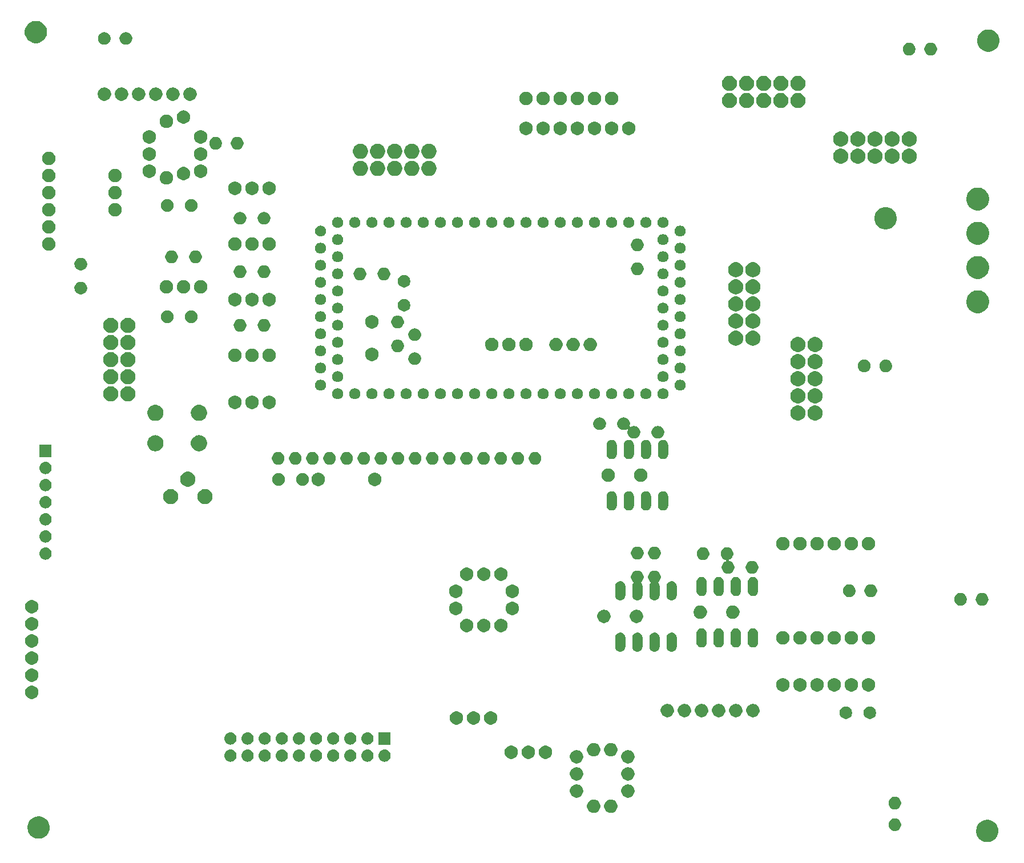
<source format=gbr>
G04 #@! TF.GenerationSoftware,KiCad,Pcbnew,(5.1.4)-1*
G04 #@! TF.CreationDate,2019-12-20T17:21:36+05:30*
G04 #@! TF.ProjectId,2014_board_SPI_Pullupattiny_4,32303134-5f62-46f6-9172-645f5350495f,rev?*
G04 #@! TF.SameCoordinates,Original*
G04 #@! TF.FileFunction,Soldermask,Bot*
G04 #@! TF.FilePolarity,Negative*
%FSLAX46Y46*%
G04 Gerber Fmt 4.6, Leading zero omitted, Abs format (unit mm)*
G04 Created by KiCad (PCBNEW (5.1.4)-1) date 2019-12-20 17:21:36*
%MOMM*%
%LPD*%
G04 APERTURE LIST*
%ADD10C,0.100000*%
G04 APERTURE END LIST*
D10*
G36*
X219831256Y-160951298D02*
G01*
X219937579Y-160972447D01*
X220238042Y-161096903D01*
X220508451Y-161277585D01*
X220738415Y-161507549D01*
X220919097Y-161777958D01*
X221038144Y-162065362D01*
X221043553Y-162078422D01*
X221070643Y-162214609D01*
X221107000Y-162397391D01*
X221107000Y-162722609D01*
X221043553Y-163041579D01*
X220919097Y-163342042D01*
X220738415Y-163612451D01*
X220508451Y-163842415D01*
X220238042Y-164023097D01*
X219937579Y-164147553D01*
X219831256Y-164168702D01*
X219618611Y-164211000D01*
X219293389Y-164211000D01*
X219080744Y-164168702D01*
X218974421Y-164147553D01*
X218673958Y-164023097D01*
X218403549Y-163842415D01*
X218173585Y-163612451D01*
X217992903Y-163342042D01*
X217868447Y-163041579D01*
X217805000Y-162722609D01*
X217805000Y-162397391D01*
X217841358Y-162214609D01*
X217868447Y-162078422D01*
X217873857Y-162065362D01*
X217992903Y-161777958D01*
X218173585Y-161507549D01*
X218403549Y-161277585D01*
X218673958Y-161096903D01*
X218974421Y-160972447D01*
X219080744Y-160951298D01*
X219293389Y-160909000D01*
X219618611Y-160909000D01*
X219831256Y-160951298D01*
X219831256Y-160951298D01*
G37*
G36*
X79115256Y-160443298D02*
G01*
X79221579Y-160464447D01*
X79522042Y-160588903D01*
X79792451Y-160769585D01*
X80022415Y-160999549D01*
X80203097Y-161269958D01*
X80203098Y-161269960D01*
X80239550Y-161357963D01*
X80309832Y-161527638D01*
X80327553Y-161570422D01*
X80391000Y-161889389D01*
X80391000Y-162214611D01*
X80348702Y-162427256D01*
X80327553Y-162533579D01*
X80203097Y-162834042D01*
X80022415Y-163104451D01*
X79792451Y-163334415D01*
X79522042Y-163515097D01*
X79221579Y-163639553D01*
X79115256Y-163660702D01*
X78902611Y-163703000D01*
X78577389Y-163703000D01*
X78364744Y-163660702D01*
X78258421Y-163639553D01*
X77957958Y-163515097D01*
X77687549Y-163334415D01*
X77457585Y-163104451D01*
X77276903Y-162834042D01*
X77152447Y-162533579D01*
X77131298Y-162427256D01*
X77089000Y-162214611D01*
X77089000Y-161889389D01*
X77152447Y-161570422D01*
X77170169Y-161527638D01*
X77240450Y-161357963D01*
X77276902Y-161269960D01*
X77276903Y-161269958D01*
X77457585Y-160999549D01*
X77687549Y-160769585D01*
X77957958Y-160588903D01*
X78258421Y-160464447D01*
X78364744Y-160443298D01*
X78577389Y-160401000D01*
X78902611Y-160401000D01*
X79115256Y-160443298D01*
X79115256Y-160443298D01*
G37*
G36*
X205953607Y-160704477D02*
G01*
X206014129Y-160716516D01*
X206185162Y-160787360D01*
X206339087Y-160890210D01*
X206469990Y-161021113D01*
X206520632Y-161096903D01*
X206572841Y-161175040D01*
X206643684Y-161346072D01*
X206675805Y-161507551D01*
X206679800Y-161527638D01*
X206679800Y-161712762D01*
X206643684Y-161894329D01*
X206572840Y-162065362D01*
X206469990Y-162219287D01*
X206339087Y-162350190D01*
X206185162Y-162453040D01*
X206014129Y-162523884D01*
X205965394Y-162533578D01*
X205832564Y-162560000D01*
X205647436Y-162560000D01*
X205514606Y-162533578D01*
X205465871Y-162523884D01*
X205294838Y-162453040D01*
X205140913Y-162350190D01*
X205010010Y-162219287D01*
X204907160Y-162065362D01*
X204836316Y-161894329D01*
X204800200Y-161712762D01*
X204800200Y-161527638D01*
X204804196Y-161507551D01*
X204836316Y-161346072D01*
X204907159Y-161175040D01*
X204959369Y-161096903D01*
X205010010Y-161021113D01*
X205140913Y-160890210D01*
X205294838Y-160787360D01*
X205465871Y-160716516D01*
X205526393Y-160704477D01*
X205647436Y-160680400D01*
X205832564Y-160680400D01*
X205953607Y-160704477D01*
X205953607Y-160704477D01*
G37*
G36*
X163807356Y-157911834D02*
G01*
X163903047Y-157930868D01*
X164083325Y-158005542D01*
X164245571Y-158113951D01*
X164383549Y-158251929D01*
X164491958Y-158414175D01*
X164566632Y-158594453D01*
X164604700Y-158785834D01*
X164604700Y-158980966D01*
X164566632Y-159172347D01*
X164491958Y-159352625D01*
X164383549Y-159514871D01*
X164245571Y-159652849D01*
X164083325Y-159761258D01*
X163903047Y-159835932D01*
X163807356Y-159854966D01*
X163711667Y-159874000D01*
X163516533Y-159874000D01*
X163420844Y-159854966D01*
X163325153Y-159835932D01*
X163144875Y-159761258D01*
X162982629Y-159652849D01*
X162844651Y-159514871D01*
X162736242Y-159352625D01*
X162661568Y-159172347D01*
X162623500Y-158980966D01*
X162623500Y-158785834D01*
X162661568Y-158594453D01*
X162736242Y-158414175D01*
X162844651Y-158251929D01*
X162982629Y-158113951D01*
X163144875Y-158005542D01*
X163325153Y-157930868D01*
X163420844Y-157911834D01*
X163516533Y-157892800D01*
X163711667Y-157892800D01*
X163807356Y-157911834D01*
X163807356Y-157911834D01*
G37*
G36*
X161267356Y-157911834D02*
G01*
X161363047Y-157930868D01*
X161543325Y-158005542D01*
X161705571Y-158113951D01*
X161843549Y-158251929D01*
X161951958Y-158414175D01*
X162026632Y-158594453D01*
X162064700Y-158785834D01*
X162064700Y-158980966D01*
X162026632Y-159172347D01*
X161951958Y-159352625D01*
X161843549Y-159514871D01*
X161705571Y-159652849D01*
X161543325Y-159761258D01*
X161363047Y-159835932D01*
X161267356Y-159854966D01*
X161171667Y-159874000D01*
X160976533Y-159874000D01*
X160880844Y-159854966D01*
X160785153Y-159835932D01*
X160604875Y-159761258D01*
X160442629Y-159652849D01*
X160304651Y-159514871D01*
X160196242Y-159352625D01*
X160121568Y-159172347D01*
X160083500Y-158980966D01*
X160083500Y-158785834D01*
X160121568Y-158594453D01*
X160196242Y-158414175D01*
X160304651Y-158251929D01*
X160442629Y-158113951D01*
X160604875Y-158005542D01*
X160785153Y-157930868D01*
X160880844Y-157911834D01*
X160976533Y-157892800D01*
X161171667Y-157892800D01*
X161267356Y-157911834D01*
X161267356Y-157911834D01*
G37*
G36*
X205953607Y-157504077D02*
G01*
X206014129Y-157516116D01*
X206185162Y-157586960D01*
X206339087Y-157689810D01*
X206469990Y-157820713D01*
X206572840Y-157974638D01*
X206643684Y-158145671D01*
X206679800Y-158327238D01*
X206679800Y-158512362D01*
X206643684Y-158693929D01*
X206572840Y-158864962D01*
X206469990Y-159018887D01*
X206339087Y-159149790D01*
X206185162Y-159252640D01*
X206014129Y-159323484D01*
X205953607Y-159335523D01*
X205832564Y-159359600D01*
X205647436Y-159359600D01*
X205526393Y-159335523D01*
X205465871Y-159323484D01*
X205294838Y-159252640D01*
X205140913Y-159149790D01*
X205010010Y-159018887D01*
X204907160Y-158864962D01*
X204836316Y-158693929D01*
X204800200Y-158512362D01*
X204800200Y-158327238D01*
X204836316Y-158145671D01*
X204907160Y-157974638D01*
X205010010Y-157820713D01*
X205140913Y-157689810D01*
X205294838Y-157586960D01*
X205465871Y-157516116D01*
X205526393Y-157504077D01*
X205647436Y-157480000D01*
X205832564Y-157480000D01*
X205953607Y-157504077D01*
X205953607Y-157504077D01*
G37*
G36*
X158823047Y-155676568D02*
G01*
X159003325Y-155751242D01*
X159165571Y-155859651D01*
X159303549Y-155997629D01*
X159411958Y-156159875D01*
X159486632Y-156340153D01*
X159524700Y-156531534D01*
X159524700Y-156726666D01*
X159486632Y-156918047D01*
X159411958Y-157098325D01*
X159303549Y-157260571D01*
X159165571Y-157398549D01*
X159003325Y-157506958D01*
X158823047Y-157581632D01*
X158796266Y-157586959D01*
X158631667Y-157619700D01*
X158436533Y-157619700D01*
X158271934Y-157586959D01*
X158245153Y-157581632D01*
X158064875Y-157506958D01*
X157902629Y-157398549D01*
X157764651Y-157260571D01*
X157656242Y-157098325D01*
X157581568Y-156918047D01*
X157543500Y-156726666D01*
X157543500Y-156531534D01*
X157581568Y-156340153D01*
X157656242Y-156159875D01*
X157764651Y-155997629D01*
X157902629Y-155859651D01*
X158064875Y-155751242D01*
X158245153Y-155676568D01*
X158436533Y-155638500D01*
X158631667Y-155638500D01*
X158823047Y-155676568D01*
X158823047Y-155676568D01*
G37*
G36*
X166443047Y-155676568D02*
G01*
X166623325Y-155751242D01*
X166785571Y-155859651D01*
X166923549Y-155997629D01*
X167031958Y-156159875D01*
X167106632Y-156340153D01*
X167144700Y-156531534D01*
X167144700Y-156726666D01*
X167106632Y-156918047D01*
X167031958Y-157098325D01*
X166923549Y-157260571D01*
X166785571Y-157398549D01*
X166623325Y-157506958D01*
X166443047Y-157581632D01*
X166416266Y-157586959D01*
X166251667Y-157619700D01*
X166056533Y-157619700D01*
X165891934Y-157586959D01*
X165865153Y-157581632D01*
X165684875Y-157506958D01*
X165522629Y-157398549D01*
X165384651Y-157260571D01*
X165276242Y-157098325D01*
X165201568Y-156918047D01*
X165163500Y-156726666D01*
X165163500Y-156531534D01*
X165201568Y-156340153D01*
X165276242Y-156159875D01*
X165384651Y-155997629D01*
X165522629Y-155859651D01*
X165684875Y-155751242D01*
X165865153Y-155676568D01*
X166056533Y-155638500D01*
X166251667Y-155638500D01*
X166443047Y-155676568D01*
X166443047Y-155676568D01*
G37*
G36*
X166443047Y-153136568D02*
G01*
X166623325Y-153211242D01*
X166785571Y-153319651D01*
X166923549Y-153457629D01*
X167031958Y-153619875D01*
X167106632Y-153800153D01*
X167144700Y-153991534D01*
X167144700Y-154186666D01*
X167106632Y-154378047D01*
X167031958Y-154558325D01*
X166923549Y-154720571D01*
X166785571Y-154858549D01*
X166623325Y-154966958D01*
X166443047Y-155041632D01*
X166347356Y-155060666D01*
X166251667Y-155079700D01*
X166056533Y-155079700D01*
X165960844Y-155060666D01*
X165865153Y-155041632D01*
X165684875Y-154966958D01*
X165522629Y-154858549D01*
X165384651Y-154720571D01*
X165276242Y-154558325D01*
X165201568Y-154378047D01*
X165163500Y-154186666D01*
X165163500Y-153991534D01*
X165201568Y-153800153D01*
X165276242Y-153619875D01*
X165384651Y-153457629D01*
X165522629Y-153319651D01*
X165684875Y-153211242D01*
X165865153Y-153136568D01*
X166056533Y-153098500D01*
X166251667Y-153098500D01*
X166443047Y-153136568D01*
X166443047Y-153136568D01*
G37*
G36*
X158823047Y-153136568D02*
G01*
X159003325Y-153211242D01*
X159165571Y-153319651D01*
X159303549Y-153457629D01*
X159411958Y-153619875D01*
X159486632Y-153800153D01*
X159524700Y-153991534D01*
X159524700Y-154186666D01*
X159486632Y-154378047D01*
X159411958Y-154558325D01*
X159303549Y-154720571D01*
X159165571Y-154858549D01*
X159003325Y-154966958D01*
X158823047Y-155041632D01*
X158727356Y-155060666D01*
X158631667Y-155079700D01*
X158436533Y-155079700D01*
X158340844Y-155060666D01*
X158245153Y-155041632D01*
X158064875Y-154966958D01*
X157902629Y-154858549D01*
X157764651Y-154720571D01*
X157656242Y-154558325D01*
X157581568Y-154378047D01*
X157543500Y-154186666D01*
X157543500Y-153991534D01*
X157581568Y-153800153D01*
X157656242Y-153619875D01*
X157764651Y-153457629D01*
X157902629Y-153319651D01*
X158064875Y-153211242D01*
X158245153Y-153136568D01*
X158436533Y-153098500D01*
X158631667Y-153098500D01*
X158823047Y-153136568D01*
X158823047Y-153136568D01*
G37*
G36*
X158823047Y-150596568D02*
G01*
X159003325Y-150671242D01*
X159165571Y-150779651D01*
X159303549Y-150917629D01*
X159411958Y-151079875D01*
X159486632Y-151260153D01*
X159524700Y-151451534D01*
X159524700Y-151646666D01*
X159486632Y-151838047D01*
X159411958Y-152018325D01*
X159303549Y-152180571D01*
X159165571Y-152318549D01*
X159003325Y-152426958D01*
X158823047Y-152501632D01*
X158631667Y-152539700D01*
X158436533Y-152539700D01*
X158245153Y-152501632D01*
X158064875Y-152426958D01*
X157902629Y-152318549D01*
X157764651Y-152180571D01*
X157656242Y-152018325D01*
X157581568Y-151838047D01*
X157543500Y-151646666D01*
X157543500Y-151451534D01*
X157581568Y-151260153D01*
X157656242Y-151079875D01*
X157764651Y-150917629D01*
X157902629Y-150779651D01*
X158064875Y-150671242D01*
X158245153Y-150596568D01*
X158436533Y-150558500D01*
X158631667Y-150558500D01*
X158823047Y-150596568D01*
X158823047Y-150596568D01*
G37*
G36*
X166443047Y-150596568D02*
G01*
X166623325Y-150671242D01*
X166785571Y-150779651D01*
X166923549Y-150917629D01*
X167031958Y-151079875D01*
X167106632Y-151260153D01*
X167144700Y-151451534D01*
X167144700Y-151646666D01*
X167106632Y-151838047D01*
X167031958Y-152018325D01*
X166923549Y-152180571D01*
X166785571Y-152318549D01*
X166623325Y-152426958D01*
X166443047Y-152501632D01*
X166251667Y-152539700D01*
X166056533Y-152539700D01*
X165865153Y-152501632D01*
X165684875Y-152426958D01*
X165522629Y-152318549D01*
X165384651Y-152180571D01*
X165276242Y-152018325D01*
X165201568Y-151838047D01*
X165163500Y-151646666D01*
X165163500Y-151451534D01*
X165201568Y-151260153D01*
X165276242Y-151079875D01*
X165384651Y-150917629D01*
X165522629Y-150779651D01*
X165684875Y-150671242D01*
X165865153Y-150596568D01*
X166056533Y-150558500D01*
X166251667Y-150558500D01*
X166443047Y-150596568D01*
X166443047Y-150596568D01*
G37*
G36*
X125078442Y-150489518D02*
G01*
X125144627Y-150496037D01*
X125314466Y-150547557D01*
X125470991Y-150631222D01*
X125506729Y-150660552D01*
X125608186Y-150743814D01*
X125691448Y-150845271D01*
X125720778Y-150881009D01*
X125804443Y-151037534D01*
X125855963Y-151207373D01*
X125873359Y-151384000D01*
X125855963Y-151560627D01*
X125804443Y-151730466D01*
X125720778Y-151886991D01*
X125691448Y-151922729D01*
X125608186Y-152024186D01*
X125506729Y-152107448D01*
X125470991Y-152136778D01*
X125314466Y-152220443D01*
X125144627Y-152271963D01*
X125078443Y-152278481D01*
X125012260Y-152285000D01*
X124923740Y-152285000D01*
X124857557Y-152278481D01*
X124791373Y-152271963D01*
X124621534Y-152220443D01*
X124465009Y-152136778D01*
X124429271Y-152107448D01*
X124327814Y-152024186D01*
X124244552Y-151922729D01*
X124215222Y-151886991D01*
X124131557Y-151730466D01*
X124080037Y-151560627D01*
X124062641Y-151384000D01*
X124080037Y-151207373D01*
X124131557Y-151037534D01*
X124215222Y-150881009D01*
X124244552Y-150845271D01*
X124327814Y-150743814D01*
X124429271Y-150660552D01*
X124465009Y-150631222D01*
X124621534Y-150547557D01*
X124791373Y-150496037D01*
X124857558Y-150489518D01*
X124923740Y-150483000D01*
X125012260Y-150483000D01*
X125078442Y-150489518D01*
X125078442Y-150489518D01*
G37*
G36*
X119998442Y-150489518D02*
G01*
X120064627Y-150496037D01*
X120234466Y-150547557D01*
X120390991Y-150631222D01*
X120426729Y-150660552D01*
X120528186Y-150743814D01*
X120611448Y-150845271D01*
X120640778Y-150881009D01*
X120724443Y-151037534D01*
X120775963Y-151207373D01*
X120793359Y-151384000D01*
X120775963Y-151560627D01*
X120724443Y-151730466D01*
X120640778Y-151886991D01*
X120611448Y-151922729D01*
X120528186Y-152024186D01*
X120426729Y-152107448D01*
X120390991Y-152136778D01*
X120234466Y-152220443D01*
X120064627Y-152271963D01*
X119998443Y-152278481D01*
X119932260Y-152285000D01*
X119843740Y-152285000D01*
X119777557Y-152278481D01*
X119711373Y-152271963D01*
X119541534Y-152220443D01*
X119385009Y-152136778D01*
X119349271Y-152107448D01*
X119247814Y-152024186D01*
X119164552Y-151922729D01*
X119135222Y-151886991D01*
X119051557Y-151730466D01*
X119000037Y-151560627D01*
X118982641Y-151384000D01*
X119000037Y-151207373D01*
X119051557Y-151037534D01*
X119135222Y-150881009D01*
X119164552Y-150845271D01*
X119247814Y-150743814D01*
X119349271Y-150660552D01*
X119385009Y-150631222D01*
X119541534Y-150547557D01*
X119711373Y-150496037D01*
X119777558Y-150489518D01*
X119843740Y-150483000D01*
X119932260Y-150483000D01*
X119998442Y-150489518D01*
X119998442Y-150489518D01*
G37*
G36*
X122538442Y-150489518D02*
G01*
X122604627Y-150496037D01*
X122774466Y-150547557D01*
X122930991Y-150631222D01*
X122966729Y-150660552D01*
X123068186Y-150743814D01*
X123151448Y-150845271D01*
X123180778Y-150881009D01*
X123264443Y-151037534D01*
X123315963Y-151207373D01*
X123333359Y-151384000D01*
X123315963Y-151560627D01*
X123264443Y-151730466D01*
X123180778Y-151886991D01*
X123151448Y-151922729D01*
X123068186Y-152024186D01*
X122966729Y-152107448D01*
X122930991Y-152136778D01*
X122774466Y-152220443D01*
X122604627Y-152271963D01*
X122538443Y-152278481D01*
X122472260Y-152285000D01*
X122383740Y-152285000D01*
X122317557Y-152278481D01*
X122251373Y-152271963D01*
X122081534Y-152220443D01*
X121925009Y-152136778D01*
X121889271Y-152107448D01*
X121787814Y-152024186D01*
X121704552Y-151922729D01*
X121675222Y-151886991D01*
X121591557Y-151730466D01*
X121540037Y-151560627D01*
X121522641Y-151384000D01*
X121540037Y-151207373D01*
X121591557Y-151037534D01*
X121675222Y-150881009D01*
X121704552Y-150845271D01*
X121787814Y-150743814D01*
X121889271Y-150660552D01*
X121925009Y-150631222D01*
X122081534Y-150547557D01*
X122251373Y-150496037D01*
X122317558Y-150489518D01*
X122383740Y-150483000D01*
X122472260Y-150483000D01*
X122538442Y-150489518D01*
X122538442Y-150489518D01*
G37*
G36*
X127618442Y-150489518D02*
G01*
X127684627Y-150496037D01*
X127854466Y-150547557D01*
X128010991Y-150631222D01*
X128046729Y-150660552D01*
X128148186Y-150743814D01*
X128231448Y-150845271D01*
X128260778Y-150881009D01*
X128344443Y-151037534D01*
X128395963Y-151207373D01*
X128413359Y-151384000D01*
X128395963Y-151560627D01*
X128344443Y-151730466D01*
X128260778Y-151886991D01*
X128231448Y-151922729D01*
X128148186Y-152024186D01*
X128046729Y-152107448D01*
X128010991Y-152136778D01*
X127854466Y-152220443D01*
X127684627Y-152271963D01*
X127618443Y-152278481D01*
X127552260Y-152285000D01*
X127463740Y-152285000D01*
X127397557Y-152278481D01*
X127331373Y-152271963D01*
X127161534Y-152220443D01*
X127005009Y-152136778D01*
X126969271Y-152107448D01*
X126867814Y-152024186D01*
X126784552Y-151922729D01*
X126755222Y-151886991D01*
X126671557Y-151730466D01*
X126620037Y-151560627D01*
X126602641Y-151384000D01*
X126620037Y-151207373D01*
X126671557Y-151037534D01*
X126755222Y-150881009D01*
X126784552Y-150845271D01*
X126867814Y-150743814D01*
X126969271Y-150660552D01*
X127005009Y-150631222D01*
X127161534Y-150547557D01*
X127331373Y-150496037D01*
X127397558Y-150489518D01*
X127463740Y-150483000D01*
X127552260Y-150483000D01*
X127618442Y-150489518D01*
X127618442Y-150489518D01*
G37*
G36*
X130158442Y-150489518D02*
G01*
X130224627Y-150496037D01*
X130394466Y-150547557D01*
X130550991Y-150631222D01*
X130586729Y-150660552D01*
X130688186Y-150743814D01*
X130771448Y-150845271D01*
X130800778Y-150881009D01*
X130884443Y-151037534D01*
X130935963Y-151207373D01*
X130953359Y-151384000D01*
X130935963Y-151560627D01*
X130884443Y-151730466D01*
X130800778Y-151886991D01*
X130771448Y-151922729D01*
X130688186Y-152024186D01*
X130586729Y-152107448D01*
X130550991Y-152136778D01*
X130394466Y-152220443D01*
X130224627Y-152271963D01*
X130158443Y-152278481D01*
X130092260Y-152285000D01*
X130003740Y-152285000D01*
X129937557Y-152278481D01*
X129871373Y-152271963D01*
X129701534Y-152220443D01*
X129545009Y-152136778D01*
X129509271Y-152107448D01*
X129407814Y-152024186D01*
X129324552Y-151922729D01*
X129295222Y-151886991D01*
X129211557Y-151730466D01*
X129160037Y-151560627D01*
X129142641Y-151384000D01*
X129160037Y-151207373D01*
X129211557Y-151037534D01*
X129295222Y-150881009D01*
X129324552Y-150845271D01*
X129407814Y-150743814D01*
X129509271Y-150660552D01*
X129545009Y-150631222D01*
X129701534Y-150547557D01*
X129871373Y-150496037D01*
X129937558Y-150489518D01*
X130003740Y-150483000D01*
X130092260Y-150483000D01*
X130158442Y-150489518D01*
X130158442Y-150489518D01*
G37*
G36*
X114918442Y-150489518D02*
G01*
X114984627Y-150496037D01*
X115154466Y-150547557D01*
X115310991Y-150631222D01*
X115346729Y-150660552D01*
X115448186Y-150743814D01*
X115531448Y-150845271D01*
X115560778Y-150881009D01*
X115644443Y-151037534D01*
X115695963Y-151207373D01*
X115713359Y-151384000D01*
X115695963Y-151560627D01*
X115644443Y-151730466D01*
X115560778Y-151886991D01*
X115531448Y-151922729D01*
X115448186Y-152024186D01*
X115346729Y-152107448D01*
X115310991Y-152136778D01*
X115154466Y-152220443D01*
X114984627Y-152271963D01*
X114918443Y-152278481D01*
X114852260Y-152285000D01*
X114763740Y-152285000D01*
X114697557Y-152278481D01*
X114631373Y-152271963D01*
X114461534Y-152220443D01*
X114305009Y-152136778D01*
X114269271Y-152107448D01*
X114167814Y-152024186D01*
X114084552Y-151922729D01*
X114055222Y-151886991D01*
X113971557Y-151730466D01*
X113920037Y-151560627D01*
X113902641Y-151384000D01*
X113920037Y-151207373D01*
X113971557Y-151037534D01*
X114055222Y-150881009D01*
X114084552Y-150845271D01*
X114167814Y-150743814D01*
X114269271Y-150660552D01*
X114305009Y-150631222D01*
X114461534Y-150547557D01*
X114631373Y-150496037D01*
X114697558Y-150489518D01*
X114763740Y-150483000D01*
X114852260Y-150483000D01*
X114918442Y-150489518D01*
X114918442Y-150489518D01*
G37*
G36*
X112378442Y-150489518D02*
G01*
X112444627Y-150496037D01*
X112614466Y-150547557D01*
X112770991Y-150631222D01*
X112806729Y-150660552D01*
X112908186Y-150743814D01*
X112991448Y-150845271D01*
X113020778Y-150881009D01*
X113104443Y-151037534D01*
X113155963Y-151207373D01*
X113173359Y-151384000D01*
X113155963Y-151560627D01*
X113104443Y-151730466D01*
X113020778Y-151886991D01*
X112991448Y-151922729D01*
X112908186Y-152024186D01*
X112806729Y-152107448D01*
X112770991Y-152136778D01*
X112614466Y-152220443D01*
X112444627Y-152271963D01*
X112378443Y-152278481D01*
X112312260Y-152285000D01*
X112223740Y-152285000D01*
X112157557Y-152278481D01*
X112091373Y-152271963D01*
X111921534Y-152220443D01*
X111765009Y-152136778D01*
X111729271Y-152107448D01*
X111627814Y-152024186D01*
X111544552Y-151922729D01*
X111515222Y-151886991D01*
X111431557Y-151730466D01*
X111380037Y-151560627D01*
X111362641Y-151384000D01*
X111380037Y-151207373D01*
X111431557Y-151037534D01*
X111515222Y-150881009D01*
X111544552Y-150845271D01*
X111627814Y-150743814D01*
X111729271Y-150660552D01*
X111765009Y-150631222D01*
X111921534Y-150547557D01*
X112091373Y-150496037D01*
X112157558Y-150489518D01*
X112223740Y-150483000D01*
X112312260Y-150483000D01*
X112378442Y-150489518D01*
X112378442Y-150489518D01*
G37*
G36*
X117458442Y-150489518D02*
G01*
X117524627Y-150496037D01*
X117694466Y-150547557D01*
X117850991Y-150631222D01*
X117886729Y-150660552D01*
X117988186Y-150743814D01*
X118071448Y-150845271D01*
X118100778Y-150881009D01*
X118184443Y-151037534D01*
X118235963Y-151207373D01*
X118253359Y-151384000D01*
X118235963Y-151560627D01*
X118184443Y-151730466D01*
X118100778Y-151886991D01*
X118071448Y-151922729D01*
X117988186Y-152024186D01*
X117886729Y-152107448D01*
X117850991Y-152136778D01*
X117694466Y-152220443D01*
X117524627Y-152271963D01*
X117458443Y-152278481D01*
X117392260Y-152285000D01*
X117303740Y-152285000D01*
X117237557Y-152278481D01*
X117171373Y-152271963D01*
X117001534Y-152220443D01*
X116845009Y-152136778D01*
X116809271Y-152107448D01*
X116707814Y-152024186D01*
X116624552Y-151922729D01*
X116595222Y-151886991D01*
X116511557Y-151730466D01*
X116460037Y-151560627D01*
X116442641Y-151384000D01*
X116460037Y-151207373D01*
X116511557Y-151037534D01*
X116595222Y-150881009D01*
X116624552Y-150845271D01*
X116707814Y-150743814D01*
X116809271Y-150660552D01*
X116845009Y-150631222D01*
X117001534Y-150547557D01*
X117171373Y-150496037D01*
X117237558Y-150489518D01*
X117303740Y-150483000D01*
X117392260Y-150483000D01*
X117458442Y-150489518D01*
X117458442Y-150489518D01*
G37*
G36*
X107298442Y-150489518D02*
G01*
X107364627Y-150496037D01*
X107534466Y-150547557D01*
X107690991Y-150631222D01*
X107726729Y-150660552D01*
X107828186Y-150743814D01*
X107911448Y-150845271D01*
X107940778Y-150881009D01*
X108024443Y-151037534D01*
X108075963Y-151207373D01*
X108093359Y-151384000D01*
X108075963Y-151560627D01*
X108024443Y-151730466D01*
X107940778Y-151886991D01*
X107911448Y-151922729D01*
X107828186Y-152024186D01*
X107726729Y-152107448D01*
X107690991Y-152136778D01*
X107534466Y-152220443D01*
X107364627Y-152271963D01*
X107298443Y-152278481D01*
X107232260Y-152285000D01*
X107143740Y-152285000D01*
X107077557Y-152278481D01*
X107011373Y-152271963D01*
X106841534Y-152220443D01*
X106685009Y-152136778D01*
X106649271Y-152107448D01*
X106547814Y-152024186D01*
X106464552Y-151922729D01*
X106435222Y-151886991D01*
X106351557Y-151730466D01*
X106300037Y-151560627D01*
X106282641Y-151384000D01*
X106300037Y-151207373D01*
X106351557Y-151037534D01*
X106435222Y-150881009D01*
X106464552Y-150845271D01*
X106547814Y-150743814D01*
X106649271Y-150660552D01*
X106685009Y-150631222D01*
X106841534Y-150547557D01*
X107011373Y-150496037D01*
X107077558Y-150489518D01*
X107143740Y-150483000D01*
X107232260Y-150483000D01*
X107298442Y-150489518D01*
X107298442Y-150489518D01*
G37*
G36*
X109838442Y-150489518D02*
G01*
X109904627Y-150496037D01*
X110074466Y-150547557D01*
X110230991Y-150631222D01*
X110266729Y-150660552D01*
X110368186Y-150743814D01*
X110451448Y-150845271D01*
X110480778Y-150881009D01*
X110564443Y-151037534D01*
X110615963Y-151207373D01*
X110633359Y-151384000D01*
X110615963Y-151560627D01*
X110564443Y-151730466D01*
X110480778Y-151886991D01*
X110451448Y-151922729D01*
X110368186Y-152024186D01*
X110266729Y-152107448D01*
X110230991Y-152136778D01*
X110074466Y-152220443D01*
X109904627Y-152271963D01*
X109838443Y-152278481D01*
X109772260Y-152285000D01*
X109683740Y-152285000D01*
X109617557Y-152278481D01*
X109551373Y-152271963D01*
X109381534Y-152220443D01*
X109225009Y-152136778D01*
X109189271Y-152107448D01*
X109087814Y-152024186D01*
X109004552Y-151922729D01*
X108975222Y-151886991D01*
X108891557Y-151730466D01*
X108840037Y-151560627D01*
X108822641Y-151384000D01*
X108840037Y-151207373D01*
X108891557Y-151037534D01*
X108975222Y-150881009D01*
X109004552Y-150845271D01*
X109087814Y-150743814D01*
X109189271Y-150660552D01*
X109225009Y-150631222D01*
X109381534Y-150547557D01*
X109551373Y-150496037D01*
X109617558Y-150489518D01*
X109683740Y-150483000D01*
X109772260Y-150483000D01*
X109838442Y-150489518D01*
X109838442Y-150489518D01*
G37*
G36*
X154212947Y-149923468D02*
G01*
X154393225Y-149998142D01*
X154555471Y-150106551D01*
X154693449Y-150244529D01*
X154801858Y-150406775D01*
X154876532Y-150587053D01*
X154914600Y-150778434D01*
X154914600Y-150973566D01*
X154876532Y-151164947D01*
X154801858Y-151345225D01*
X154693449Y-151507471D01*
X154555471Y-151645449D01*
X154393225Y-151753858D01*
X154212947Y-151828532D01*
X154117256Y-151847566D01*
X154021567Y-151866600D01*
X153826433Y-151866600D01*
X153730744Y-151847566D01*
X153635053Y-151828532D01*
X153454775Y-151753858D01*
X153292529Y-151645449D01*
X153154551Y-151507471D01*
X153046142Y-151345225D01*
X152971468Y-151164947D01*
X152933400Y-150973566D01*
X152933400Y-150778434D01*
X152971468Y-150587053D01*
X153046142Y-150406775D01*
X153154551Y-150244529D01*
X153292529Y-150106551D01*
X153454775Y-149998142D01*
X153635053Y-149923468D01*
X153826433Y-149885400D01*
X154021567Y-149885400D01*
X154212947Y-149923468D01*
X154212947Y-149923468D01*
G37*
G36*
X151672947Y-149923468D02*
G01*
X151853225Y-149998142D01*
X152015471Y-150106551D01*
X152153449Y-150244529D01*
X152261858Y-150406775D01*
X152336532Y-150587053D01*
X152374600Y-150778434D01*
X152374600Y-150973566D01*
X152336532Y-151164947D01*
X152261858Y-151345225D01*
X152153449Y-151507471D01*
X152015471Y-151645449D01*
X151853225Y-151753858D01*
X151672947Y-151828532D01*
X151577256Y-151847566D01*
X151481567Y-151866600D01*
X151286433Y-151866600D01*
X151190744Y-151847566D01*
X151095053Y-151828532D01*
X150914775Y-151753858D01*
X150752529Y-151645449D01*
X150614551Y-151507471D01*
X150506142Y-151345225D01*
X150431468Y-151164947D01*
X150393400Y-150973566D01*
X150393400Y-150778434D01*
X150431468Y-150587053D01*
X150506142Y-150406775D01*
X150614551Y-150244529D01*
X150752529Y-150106551D01*
X150914775Y-149998142D01*
X151095053Y-149923468D01*
X151286433Y-149885400D01*
X151481567Y-149885400D01*
X151672947Y-149923468D01*
X151672947Y-149923468D01*
G37*
G36*
X149132947Y-149923468D02*
G01*
X149313225Y-149998142D01*
X149475471Y-150106551D01*
X149613449Y-150244529D01*
X149721858Y-150406775D01*
X149796532Y-150587053D01*
X149834600Y-150778434D01*
X149834600Y-150973566D01*
X149796532Y-151164947D01*
X149721858Y-151345225D01*
X149613449Y-151507471D01*
X149475471Y-151645449D01*
X149313225Y-151753858D01*
X149132947Y-151828532D01*
X149037256Y-151847566D01*
X148941567Y-151866600D01*
X148746433Y-151866600D01*
X148650744Y-151847566D01*
X148555053Y-151828532D01*
X148374775Y-151753858D01*
X148212529Y-151645449D01*
X148074551Y-151507471D01*
X147966142Y-151345225D01*
X147891468Y-151164947D01*
X147853400Y-150973566D01*
X147853400Y-150778434D01*
X147891468Y-150587053D01*
X147966142Y-150406775D01*
X148074551Y-150244529D01*
X148212529Y-150106551D01*
X148374775Y-149998142D01*
X148555053Y-149923468D01*
X148746433Y-149885400D01*
X148941567Y-149885400D01*
X149132947Y-149923468D01*
X149132947Y-149923468D01*
G37*
G36*
X163807356Y-149529734D02*
G01*
X163903047Y-149548768D01*
X164083325Y-149623442D01*
X164245571Y-149731851D01*
X164383549Y-149869829D01*
X164491958Y-150032075D01*
X164566632Y-150212353D01*
X164604700Y-150403734D01*
X164604700Y-150598866D01*
X164566632Y-150790247D01*
X164491958Y-150970525D01*
X164383549Y-151132771D01*
X164245571Y-151270749D01*
X164083325Y-151379158D01*
X164083324Y-151379159D01*
X164083323Y-151379159D01*
X164030522Y-151401030D01*
X163903047Y-151453832D01*
X163807356Y-151472866D01*
X163711667Y-151491900D01*
X163516533Y-151491900D01*
X163420844Y-151472866D01*
X163325153Y-151453832D01*
X163197678Y-151401030D01*
X163144877Y-151379159D01*
X163144876Y-151379159D01*
X163144875Y-151379158D01*
X162982629Y-151270749D01*
X162844651Y-151132771D01*
X162736242Y-150970525D01*
X162661568Y-150790247D01*
X162623500Y-150598866D01*
X162623500Y-150403734D01*
X162661568Y-150212353D01*
X162736242Y-150032075D01*
X162844651Y-149869829D01*
X162982629Y-149731851D01*
X163144875Y-149623442D01*
X163325153Y-149548768D01*
X163420844Y-149529734D01*
X163516533Y-149510700D01*
X163711667Y-149510700D01*
X163807356Y-149529734D01*
X163807356Y-149529734D01*
G37*
G36*
X161267356Y-149529734D02*
G01*
X161363047Y-149548768D01*
X161543325Y-149623442D01*
X161705571Y-149731851D01*
X161843549Y-149869829D01*
X161951958Y-150032075D01*
X162026632Y-150212353D01*
X162064700Y-150403734D01*
X162064700Y-150598866D01*
X162026632Y-150790247D01*
X161951958Y-150970525D01*
X161843549Y-151132771D01*
X161705571Y-151270749D01*
X161543325Y-151379158D01*
X161543324Y-151379159D01*
X161543323Y-151379159D01*
X161490522Y-151401030D01*
X161363047Y-151453832D01*
X161267356Y-151472866D01*
X161171667Y-151491900D01*
X160976533Y-151491900D01*
X160880844Y-151472866D01*
X160785153Y-151453832D01*
X160657678Y-151401030D01*
X160604877Y-151379159D01*
X160604876Y-151379159D01*
X160604875Y-151379158D01*
X160442629Y-151270749D01*
X160304651Y-151132771D01*
X160196242Y-150970525D01*
X160121568Y-150790247D01*
X160083500Y-150598866D01*
X160083500Y-150403734D01*
X160121568Y-150212353D01*
X160196242Y-150032075D01*
X160304651Y-149869829D01*
X160442629Y-149731851D01*
X160604875Y-149623442D01*
X160785153Y-149548768D01*
X160880844Y-149529734D01*
X160976533Y-149510700D01*
X161171667Y-149510700D01*
X161267356Y-149529734D01*
X161267356Y-149529734D01*
G37*
G36*
X114918442Y-147949518D02*
G01*
X114984627Y-147956037D01*
X115154466Y-148007557D01*
X115310991Y-148091222D01*
X115346729Y-148120552D01*
X115448186Y-148203814D01*
X115531448Y-148305271D01*
X115560778Y-148341009D01*
X115644443Y-148497534D01*
X115695963Y-148667373D01*
X115713359Y-148844000D01*
X115695963Y-149020627D01*
X115644443Y-149190466D01*
X115560778Y-149346991D01*
X115531448Y-149382729D01*
X115448186Y-149484186D01*
X115369491Y-149548768D01*
X115310991Y-149596778D01*
X115154466Y-149680443D01*
X114984627Y-149731963D01*
X114918442Y-149738482D01*
X114852260Y-149745000D01*
X114763740Y-149745000D01*
X114697558Y-149738482D01*
X114631373Y-149731963D01*
X114461534Y-149680443D01*
X114305009Y-149596778D01*
X114246509Y-149548768D01*
X114167814Y-149484186D01*
X114084552Y-149382729D01*
X114055222Y-149346991D01*
X113971557Y-149190466D01*
X113920037Y-149020627D01*
X113902641Y-148844000D01*
X113920037Y-148667373D01*
X113971557Y-148497534D01*
X114055222Y-148341009D01*
X114084552Y-148305271D01*
X114167814Y-148203814D01*
X114269271Y-148120552D01*
X114305009Y-148091222D01*
X114461534Y-148007557D01*
X114631373Y-147956037D01*
X114697558Y-147949518D01*
X114763740Y-147943000D01*
X114852260Y-147943000D01*
X114918442Y-147949518D01*
X114918442Y-147949518D01*
G37*
G36*
X130949000Y-149745000D02*
G01*
X129147000Y-149745000D01*
X129147000Y-147943000D01*
X130949000Y-147943000D01*
X130949000Y-149745000D01*
X130949000Y-149745000D01*
G37*
G36*
X109838442Y-147949518D02*
G01*
X109904627Y-147956037D01*
X110074466Y-148007557D01*
X110230991Y-148091222D01*
X110266729Y-148120552D01*
X110368186Y-148203814D01*
X110451448Y-148305271D01*
X110480778Y-148341009D01*
X110564443Y-148497534D01*
X110615963Y-148667373D01*
X110633359Y-148844000D01*
X110615963Y-149020627D01*
X110564443Y-149190466D01*
X110480778Y-149346991D01*
X110451448Y-149382729D01*
X110368186Y-149484186D01*
X110289491Y-149548768D01*
X110230991Y-149596778D01*
X110074466Y-149680443D01*
X109904627Y-149731963D01*
X109838442Y-149738482D01*
X109772260Y-149745000D01*
X109683740Y-149745000D01*
X109617558Y-149738482D01*
X109551373Y-149731963D01*
X109381534Y-149680443D01*
X109225009Y-149596778D01*
X109166509Y-149548768D01*
X109087814Y-149484186D01*
X109004552Y-149382729D01*
X108975222Y-149346991D01*
X108891557Y-149190466D01*
X108840037Y-149020627D01*
X108822641Y-148844000D01*
X108840037Y-148667373D01*
X108891557Y-148497534D01*
X108975222Y-148341009D01*
X109004552Y-148305271D01*
X109087814Y-148203814D01*
X109189271Y-148120552D01*
X109225009Y-148091222D01*
X109381534Y-148007557D01*
X109551373Y-147956037D01*
X109617558Y-147949518D01*
X109683740Y-147943000D01*
X109772260Y-147943000D01*
X109838442Y-147949518D01*
X109838442Y-147949518D01*
G37*
G36*
X127618442Y-147949518D02*
G01*
X127684627Y-147956037D01*
X127854466Y-148007557D01*
X128010991Y-148091222D01*
X128046729Y-148120552D01*
X128148186Y-148203814D01*
X128231448Y-148305271D01*
X128260778Y-148341009D01*
X128344443Y-148497534D01*
X128395963Y-148667373D01*
X128413359Y-148844000D01*
X128395963Y-149020627D01*
X128344443Y-149190466D01*
X128260778Y-149346991D01*
X128231448Y-149382729D01*
X128148186Y-149484186D01*
X128069491Y-149548768D01*
X128010991Y-149596778D01*
X127854466Y-149680443D01*
X127684627Y-149731963D01*
X127618442Y-149738482D01*
X127552260Y-149745000D01*
X127463740Y-149745000D01*
X127397558Y-149738482D01*
X127331373Y-149731963D01*
X127161534Y-149680443D01*
X127005009Y-149596778D01*
X126946509Y-149548768D01*
X126867814Y-149484186D01*
X126784552Y-149382729D01*
X126755222Y-149346991D01*
X126671557Y-149190466D01*
X126620037Y-149020627D01*
X126602641Y-148844000D01*
X126620037Y-148667373D01*
X126671557Y-148497534D01*
X126755222Y-148341009D01*
X126784552Y-148305271D01*
X126867814Y-148203814D01*
X126969271Y-148120552D01*
X127005009Y-148091222D01*
X127161534Y-148007557D01*
X127331373Y-147956037D01*
X127397558Y-147949518D01*
X127463740Y-147943000D01*
X127552260Y-147943000D01*
X127618442Y-147949518D01*
X127618442Y-147949518D01*
G37*
G36*
X125078442Y-147949518D02*
G01*
X125144627Y-147956037D01*
X125314466Y-148007557D01*
X125470991Y-148091222D01*
X125506729Y-148120552D01*
X125608186Y-148203814D01*
X125691448Y-148305271D01*
X125720778Y-148341009D01*
X125804443Y-148497534D01*
X125855963Y-148667373D01*
X125873359Y-148844000D01*
X125855963Y-149020627D01*
X125804443Y-149190466D01*
X125720778Y-149346991D01*
X125691448Y-149382729D01*
X125608186Y-149484186D01*
X125529491Y-149548768D01*
X125470991Y-149596778D01*
X125314466Y-149680443D01*
X125144627Y-149731963D01*
X125078442Y-149738482D01*
X125012260Y-149745000D01*
X124923740Y-149745000D01*
X124857558Y-149738482D01*
X124791373Y-149731963D01*
X124621534Y-149680443D01*
X124465009Y-149596778D01*
X124406509Y-149548768D01*
X124327814Y-149484186D01*
X124244552Y-149382729D01*
X124215222Y-149346991D01*
X124131557Y-149190466D01*
X124080037Y-149020627D01*
X124062641Y-148844000D01*
X124080037Y-148667373D01*
X124131557Y-148497534D01*
X124215222Y-148341009D01*
X124244552Y-148305271D01*
X124327814Y-148203814D01*
X124429271Y-148120552D01*
X124465009Y-148091222D01*
X124621534Y-148007557D01*
X124791373Y-147956037D01*
X124857558Y-147949518D01*
X124923740Y-147943000D01*
X125012260Y-147943000D01*
X125078442Y-147949518D01*
X125078442Y-147949518D01*
G37*
G36*
X119998442Y-147949518D02*
G01*
X120064627Y-147956037D01*
X120234466Y-148007557D01*
X120390991Y-148091222D01*
X120426729Y-148120552D01*
X120528186Y-148203814D01*
X120611448Y-148305271D01*
X120640778Y-148341009D01*
X120724443Y-148497534D01*
X120775963Y-148667373D01*
X120793359Y-148844000D01*
X120775963Y-149020627D01*
X120724443Y-149190466D01*
X120640778Y-149346991D01*
X120611448Y-149382729D01*
X120528186Y-149484186D01*
X120449491Y-149548768D01*
X120390991Y-149596778D01*
X120234466Y-149680443D01*
X120064627Y-149731963D01*
X119998442Y-149738482D01*
X119932260Y-149745000D01*
X119843740Y-149745000D01*
X119777558Y-149738482D01*
X119711373Y-149731963D01*
X119541534Y-149680443D01*
X119385009Y-149596778D01*
X119326509Y-149548768D01*
X119247814Y-149484186D01*
X119164552Y-149382729D01*
X119135222Y-149346991D01*
X119051557Y-149190466D01*
X119000037Y-149020627D01*
X118982641Y-148844000D01*
X119000037Y-148667373D01*
X119051557Y-148497534D01*
X119135222Y-148341009D01*
X119164552Y-148305271D01*
X119247814Y-148203814D01*
X119349271Y-148120552D01*
X119385009Y-148091222D01*
X119541534Y-148007557D01*
X119711373Y-147956037D01*
X119777558Y-147949518D01*
X119843740Y-147943000D01*
X119932260Y-147943000D01*
X119998442Y-147949518D01*
X119998442Y-147949518D01*
G37*
G36*
X117458442Y-147949518D02*
G01*
X117524627Y-147956037D01*
X117694466Y-148007557D01*
X117850991Y-148091222D01*
X117886729Y-148120552D01*
X117988186Y-148203814D01*
X118071448Y-148305271D01*
X118100778Y-148341009D01*
X118184443Y-148497534D01*
X118235963Y-148667373D01*
X118253359Y-148844000D01*
X118235963Y-149020627D01*
X118184443Y-149190466D01*
X118100778Y-149346991D01*
X118071448Y-149382729D01*
X117988186Y-149484186D01*
X117909491Y-149548768D01*
X117850991Y-149596778D01*
X117694466Y-149680443D01*
X117524627Y-149731963D01*
X117458442Y-149738482D01*
X117392260Y-149745000D01*
X117303740Y-149745000D01*
X117237558Y-149738482D01*
X117171373Y-149731963D01*
X117001534Y-149680443D01*
X116845009Y-149596778D01*
X116786509Y-149548768D01*
X116707814Y-149484186D01*
X116624552Y-149382729D01*
X116595222Y-149346991D01*
X116511557Y-149190466D01*
X116460037Y-149020627D01*
X116442641Y-148844000D01*
X116460037Y-148667373D01*
X116511557Y-148497534D01*
X116595222Y-148341009D01*
X116624552Y-148305271D01*
X116707814Y-148203814D01*
X116809271Y-148120552D01*
X116845009Y-148091222D01*
X117001534Y-148007557D01*
X117171373Y-147956037D01*
X117237558Y-147949518D01*
X117303740Y-147943000D01*
X117392260Y-147943000D01*
X117458442Y-147949518D01*
X117458442Y-147949518D01*
G37*
G36*
X112378442Y-147949518D02*
G01*
X112444627Y-147956037D01*
X112614466Y-148007557D01*
X112770991Y-148091222D01*
X112806729Y-148120552D01*
X112908186Y-148203814D01*
X112991448Y-148305271D01*
X113020778Y-148341009D01*
X113104443Y-148497534D01*
X113155963Y-148667373D01*
X113173359Y-148844000D01*
X113155963Y-149020627D01*
X113104443Y-149190466D01*
X113020778Y-149346991D01*
X112991448Y-149382729D01*
X112908186Y-149484186D01*
X112829491Y-149548768D01*
X112770991Y-149596778D01*
X112614466Y-149680443D01*
X112444627Y-149731963D01*
X112378442Y-149738482D01*
X112312260Y-149745000D01*
X112223740Y-149745000D01*
X112157558Y-149738482D01*
X112091373Y-149731963D01*
X111921534Y-149680443D01*
X111765009Y-149596778D01*
X111706509Y-149548768D01*
X111627814Y-149484186D01*
X111544552Y-149382729D01*
X111515222Y-149346991D01*
X111431557Y-149190466D01*
X111380037Y-149020627D01*
X111362641Y-148844000D01*
X111380037Y-148667373D01*
X111431557Y-148497534D01*
X111515222Y-148341009D01*
X111544552Y-148305271D01*
X111627814Y-148203814D01*
X111729271Y-148120552D01*
X111765009Y-148091222D01*
X111921534Y-148007557D01*
X112091373Y-147956037D01*
X112157558Y-147949518D01*
X112223740Y-147943000D01*
X112312260Y-147943000D01*
X112378442Y-147949518D01*
X112378442Y-147949518D01*
G37*
G36*
X107298442Y-147949518D02*
G01*
X107364627Y-147956037D01*
X107534466Y-148007557D01*
X107690991Y-148091222D01*
X107726729Y-148120552D01*
X107828186Y-148203814D01*
X107911448Y-148305271D01*
X107940778Y-148341009D01*
X108024443Y-148497534D01*
X108075963Y-148667373D01*
X108093359Y-148844000D01*
X108075963Y-149020627D01*
X108024443Y-149190466D01*
X107940778Y-149346991D01*
X107911448Y-149382729D01*
X107828186Y-149484186D01*
X107749491Y-149548768D01*
X107690991Y-149596778D01*
X107534466Y-149680443D01*
X107364627Y-149731963D01*
X107298442Y-149738482D01*
X107232260Y-149745000D01*
X107143740Y-149745000D01*
X107077558Y-149738482D01*
X107011373Y-149731963D01*
X106841534Y-149680443D01*
X106685009Y-149596778D01*
X106626509Y-149548768D01*
X106547814Y-149484186D01*
X106464552Y-149382729D01*
X106435222Y-149346991D01*
X106351557Y-149190466D01*
X106300037Y-149020627D01*
X106282641Y-148844000D01*
X106300037Y-148667373D01*
X106351557Y-148497534D01*
X106435222Y-148341009D01*
X106464552Y-148305271D01*
X106547814Y-148203814D01*
X106649271Y-148120552D01*
X106685009Y-148091222D01*
X106841534Y-148007557D01*
X107011373Y-147956037D01*
X107077558Y-147949518D01*
X107143740Y-147943000D01*
X107232260Y-147943000D01*
X107298442Y-147949518D01*
X107298442Y-147949518D01*
G37*
G36*
X122538442Y-147949518D02*
G01*
X122604627Y-147956037D01*
X122774466Y-148007557D01*
X122930991Y-148091222D01*
X122966729Y-148120552D01*
X123068186Y-148203814D01*
X123151448Y-148305271D01*
X123180778Y-148341009D01*
X123264443Y-148497534D01*
X123315963Y-148667373D01*
X123333359Y-148844000D01*
X123315963Y-149020627D01*
X123264443Y-149190466D01*
X123180778Y-149346991D01*
X123151448Y-149382729D01*
X123068186Y-149484186D01*
X122989491Y-149548768D01*
X122930991Y-149596778D01*
X122774466Y-149680443D01*
X122604627Y-149731963D01*
X122538442Y-149738482D01*
X122472260Y-149745000D01*
X122383740Y-149745000D01*
X122317558Y-149738482D01*
X122251373Y-149731963D01*
X122081534Y-149680443D01*
X121925009Y-149596778D01*
X121866509Y-149548768D01*
X121787814Y-149484186D01*
X121704552Y-149382729D01*
X121675222Y-149346991D01*
X121591557Y-149190466D01*
X121540037Y-149020627D01*
X121522641Y-148844000D01*
X121540037Y-148667373D01*
X121591557Y-148497534D01*
X121675222Y-148341009D01*
X121704552Y-148305271D01*
X121787814Y-148203814D01*
X121889271Y-148120552D01*
X121925009Y-148091222D01*
X122081534Y-148007557D01*
X122251373Y-147956037D01*
X122317558Y-147949518D01*
X122383740Y-147943000D01*
X122472260Y-147943000D01*
X122538442Y-147949518D01*
X122538442Y-147949518D01*
G37*
G36*
X146084947Y-144843468D02*
G01*
X146265225Y-144918142D01*
X146427471Y-145026551D01*
X146565449Y-145164529D01*
X146644427Y-145282729D01*
X146673859Y-145326777D01*
X146748532Y-145507054D01*
X146783272Y-145681700D01*
X146786600Y-145698434D01*
X146786600Y-145893566D01*
X146748532Y-146084947D01*
X146673858Y-146265225D01*
X146565449Y-146427471D01*
X146427471Y-146565449D01*
X146265225Y-146673858D01*
X146084947Y-146748532D01*
X145989256Y-146767566D01*
X145893567Y-146786600D01*
X145698433Y-146786600D01*
X145602744Y-146767566D01*
X145507053Y-146748532D01*
X145326775Y-146673858D01*
X145164529Y-146565449D01*
X145026551Y-146427471D01*
X144918142Y-146265225D01*
X144843468Y-146084947D01*
X144805400Y-145893566D01*
X144805400Y-145698434D01*
X144808729Y-145681700D01*
X144843468Y-145507054D01*
X144918141Y-145326777D01*
X144947573Y-145282729D01*
X145026551Y-145164529D01*
X145164529Y-145026551D01*
X145326775Y-144918142D01*
X145507053Y-144843468D01*
X145698433Y-144805400D01*
X145893567Y-144805400D01*
X146084947Y-144843468D01*
X146084947Y-144843468D01*
G37*
G36*
X143544947Y-144843468D02*
G01*
X143725225Y-144918142D01*
X143887471Y-145026551D01*
X144025449Y-145164529D01*
X144104427Y-145282729D01*
X144133859Y-145326777D01*
X144208532Y-145507054D01*
X144243272Y-145681700D01*
X144246600Y-145698434D01*
X144246600Y-145893566D01*
X144208532Y-146084947D01*
X144133858Y-146265225D01*
X144025449Y-146427471D01*
X143887471Y-146565449D01*
X143725225Y-146673858D01*
X143544947Y-146748532D01*
X143449256Y-146767566D01*
X143353567Y-146786600D01*
X143158433Y-146786600D01*
X143062744Y-146767566D01*
X142967053Y-146748532D01*
X142786775Y-146673858D01*
X142624529Y-146565449D01*
X142486551Y-146427471D01*
X142378142Y-146265225D01*
X142303468Y-146084947D01*
X142265400Y-145893566D01*
X142265400Y-145698434D01*
X142268729Y-145681700D01*
X142303468Y-145507054D01*
X142378141Y-145326777D01*
X142407573Y-145282729D01*
X142486551Y-145164529D01*
X142624529Y-145026551D01*
X142786775Y-144918142D01*
X142967053Y-144843468D01*
X143158433Y-144805400D01*
X143353567Y-144805400D01*
X143544947Y-144843468D01*
X143544947Y-144843468D01*
G37*
G36*
X141004947Y-144843468D02*
G01*
X141185225Y-144918142D01*
X141347471Y-145026551D01*
X141485449Y-145164529D01*
X141564427Y-145282729D01*
X141593859Y-145326777D01*
X141668532Y-145507054D01*
X141703272Y-145681700D01*
X141706600Y-145698434D01*
X141706600Y-145893566D01*
X141668532Y-146084947D01*
X141593858Y-146265225D01*
X141485449Y-146427471D01*
X141347471Y-146565449D01*
X141185225Y-146673858D01*
X141004947Y-146748532D01*
X140909256Y-146767566D01*
X140813567Y-146786600D01*
X140618433Y-146786600D01*
X140522744Y-146767566D01*
X140427053Y-146748532D01*
X140246775Y-146673858D01*
X140084529Y-146565449D01*
X139946551Y-146427471D01*
X139838142Y-146265225D01*
X139763468Y-146084947D01*
X139725400Y-145893566D01*
X139725400Y-145698434D01*
X139728729Y-145681700D01*
X139763468Y-145507054D01*
X139838141Y-145326777D01*
X139867573Y-145282729D01*
X139946551Y-145164529D01*
X140084529Y-145026551D01*
X140246775Y-144918142D01*
X140427053Y-144843468D01*
X140618433Y-144805400D01*
X140813567Y-144805400D01*
X141004947Y-144843468D01*
X141004947Y-144843468D01*
G37*
G36*
X198689207Y-144092877D02*
G01*
X198749729Y-144104916D01*
X198920762Y-144175760D01*
X199074687Y-144278610D01*
X199205590Y-144409513D01*
X199308441Y-144563440D01*
X199379284Y-144734472D01*
X199415400Y-144916036D01*
X199415400Y-145101164D01*
X199402795Y-145164530D01*
X199379284Y-145282729D01*
X199308440Y-145453762D01*
X199205590Y-145607687D01*
X199074687Y-145738590D01*
X198920762Y-145841440D01*
X198749729Y-145912284D01*
X198689207Y-145924323D01*
X198568164Y-145948400D01*
X198383036Y-145948400D01*
X198261993Y-145924323D01*
X198201471Y-145912284D01*
X198030438Y-145841440D01*
X197876513Y-145738590D01*
X197745610Y-145607687D01*
X197642760Y-145453762D01*
X197571916Y-145282729D01*
X197548405Y-145164530D01*
X197535800Y-145101164D01*
X197535800Y-144916036D01*
X197571916Y-144734472D01*
X197642759Y-144563440D01*
X197745610Y-144409513D01*
X197876513Y-144278610D01*
X198030438Y-144175760D01*
X198201471Y-144104916D01*
X198261993Y-144092877D01*
X198383036Y-144068800D01*
X198568164Y-144068800D01*
X198689207Y-144092877D01*
X198689207Y-144092877D01*
G37*
G36*
X202245207Y-144092877D02*
G01*
X202305729Y-144104916D01*
X202476762Y-144175760D01*
X202630687Y-144278610D01*
X202761590Y-144409513D01*
X202864441Y-144563440D01*
X202935284Y-144734472D01*
X202971400Y-144916036D01*
X202971400Y-145101164D01*
X202958795Y-145164530D01*
X202935284Y-145282729D01*
X202864440Y-145453762D01*
X202761590Y-145607687D01*
X202630687Y-145738590D01*
X202476762Y-145841440D01*
X202305729Y-145912284D01*
X202245207Y-145924323D01*
X202124164Y-145948400D01*
X201939036Y-145948400D01*
X201817993Y-145924323D01*
X201757471Y-145912284D01*
X201586438Y-145841440D01*
X201432513Y-145738590D01*
X201301610Y-145607687D01*
X201198760Y-145453762D01*
X201127916Y-145282729D01*
X201104405Y-145164530D01*
X201091800Y-145101164D01*
X201091800Y-144916036D01*
X201127916Y-144734472D01*
X201198759Y-144563440D01*
X201301610Y-144409513D01*
X201432513Y-144278610D01*
X201586438Y-144175760D01*
X201757471Y-144104916D01*
X201817993Y-144092877D01*
X201939036Y-144068800D01*
X202124164Y-144068800D01*
X202245207Y-144092877D01*
X202245207Y-144092877D01*
G37*
G36*
X177365047Y-143738568D02*
G01*
X177545325Y-143813242D01*
X177707571Y-143921651D01*
X177845549Y-144059629D01*
X177923144Y-144175759D01*
X177953959Y-144221877D01*
X178028632Y-144402154D01*
X178066700Y-144593533D01*
X178066700Y-144788667D01*
X178055799Y-144843468D01*
X178028632Y-144980047D01*
X177953958Y-145160325D01*
X177845549Y-145322571D01*
X177707571Y-145460549D01*
X177545325Y-145568958D01*
X177365047Y-145643632D01*
X177173667Y-145681700D01*
X176978533Y-145681700D01*
X176787153Y-145643632D01*
X176606875Y-145568958D01*
X176444629Y-145460549D01*
X176306651Y-145322571D01*
X176198242Y-145160325D01*
X176123568Y-144980047D01*
X176096401Y-144843468D01*
X176085500Y-144788667D01*
X176085500Y-144593533D01*
X176123568Y-144402154D01*
X176198241Y-144221877D01*
X176229056Y-144175759D01*
X176306651Y-144059629D01*
X176444629Y-143921651D01*
X176606875Y-143813242D01*
X176787153Y-143738568D01*
X176978533Y-143700500D01*
X177173667Y-143700500D01*
X177365047Y-143738568D01*
X177365047Y-143738568D01*
G37*
G36*
X179905047Y-143738568D02*
G01*
X180085325Y-143813242D01*
X180247571Y-143921651D01*
X180385549Y-144059629D01*
X180463144Y-144175759D01*
X180493959Y-144221877D01*
X180568632Y-144402154D01*
X180606700Y-144593533D01*
X180606700Y-144788667D01*
X180595799Y-144843468D01*
X180568632Y-144980047D01*
X180493958Y-145160325D01*
X180385549Y-145322571D01*
X180247571Y-145460549D01*
X180085325Y-145568958D01*
X179905047Y-145643632D01*
X179713667Y-145681700D01*
X179518533Y-145681700D01*
X179327153Y-145643632D01*
X179146875Y-145568958D01*
X178984629Y-145460549D01*
X178846651Y-145322571D01*
X178738242Y-145160325D01*
X178663568Y-144980047D01*
X178636401Y-144843468D01*
X178625500Y-144788667D01*
X178625500Y-144593533D01*
X178663568Y-144402154D01*
X178738241Y-144221877D01*
X178769056Y-144175759D01*
X178846651Y-144059629D01*
X178984629Y-143921651D01*
X179146875Y-143813242D01*
X179327153Y-143738568D01*
X179518533Y-143700500D01*
X179713667Y-143700500D01*
X179905047Y-143738568D01*
X179905047Y-143738568D01*
G37*
G36*
X182445047Y-143738568D02*
G01*
X182625325Y-143813242D01*
X182787571Y-143921651D01*
X182925549Y-144059629D01*
X183003144Y-144175759D01*
X183033959Y-144221877D01*
X183108632Y-144402154D01*
X183146700Y-144593533D01*
X183146700Y-144788667D01*
X183135799Y-144843468D01*
X183108632Y-144980047D01*
X183033958Y-145160325D01*
X182925549Y-145322571D01*
X182787571Y-145460549D01*
X182625325Y-145568958D01*
X182445047Y-145643632D01*
X182253667Y-145681700D01*
X182058533Y-145681700D01*
X181867153Y-145643632D01*
X181686875Y-145568958D01*
X181524629Y-145460549D01*
X181386651Y-145322571D01*
X181278242Y-145160325D01*
X181203568Y-144980047D01*
X181176401Y-144843468D01*
X181165500Y-144788667D01*
X181165500Y-144593533D01*
X181203568Y-144402154D01*
X181278241Y-144221877D01*
X181309056Y-144175759D01*
X181386651Y-144059629D01*
X181524629Y-143921651D01*
X181686875Y-143813242D01*
X181867153Y-143738568D01*
X182058533Y-143700500D01*
X182253667Y-143700500D01*
X182445047Y-143738568D01*
X182445047Y-143738568D01*
G37*
G36*
X184985047Y-143738568D02*
G01*
X185165325Y-143813242D01*
X185327571Y-143921651D01*
X185465549Y-144059629D01*
X185543144Y-144175759D01*
X185573959Y-144221877D01*
X185648632Y-144402154D01*
X185686700Y-144593533D01*
X185686700Y-144788667D01*
X185675799Y-144843468D01*
X185648632Y-144980047D01*
X185573958Y-145160325D01*
X185465549Y-145322571D01*
X185327571Y-145460549D01*
X185165325Y-145568958D01*
X184985047Y-145643632D01*
X184793667Y-145681700D01*
X184598533Y-145681700D01*
X184407153Y-145643632D01*
X184226875Y-145568958D01*
X184064629Y-145460549D01*
X183926651Y-145322571D01*
X183818242Y-145160325D01*
X183743568Y-144980047D01*
X183716401Y-144843468D01*
X183705500Y-144788667D01*
X183705500Y-144593533D01*
X183743568Y-144402154D01*
X183818241Y-144221877D01*
X183849056Y-144175759D01*
X183926651Y-144059629D01*
X184064629Y-143921651D01*
X184226875Y-143813242D01*
X184407153Y-143738568D01*
X184598533Y-143700500D01*
X184793667Y-143700500D01*
X184985047Y-143738568D01*
X184985047Y-143738568D01*
G37*
G36*
X172285047Y-143738568D02*
G01*
X172465325Y-143813242D01*
X172627571Y-143921651D01*
X172765549Y-144059629D01*
X172843144Y-144175759D01*
X172873959Y-144221877D01*
X172948632Y-144402154D01*
X172986700Y-144593533D01*
X172986700Y-144788667D01*
X172975799Y-144843468D01*
X172948632Y-144980047D01*
X172873958Y-145160325D01*
X172765549Y-145322571D01*
X172627571Y-145460549D01*
X172465325Y-145568958D01*
X172285047Y-145643632D01*
X172093667Y-145681700D01*
X171898533Y-145681700D01*
X171707153Y-145643632D01*
X171526875Y-145568958D01*
X171364629Y-145460549D01*
X171226651Y-145322571D01*
X171118242Y-145160325D01*
X171043568Y-144980047D01*
X171016401Y-144843468D01*
X171005500Y-144788667D01*
X171005500Y-144593533D01*
X171043568Y-144402154D01*
X171118241Y-144221877D01*
X171149056Y-144175759D01*
X171226651Y-144059629D01*
X171364629Y-143921651D01*
X171526875Y-143813242D01*
X171707153Y-143738568D01*
X171898533Y-143700500D01*
X172093667Y-143700500D01*
X172285047Y-143738568D01*
X172285047Y-143738568D01*
G37*
G36*
X174825047Y-143738568D02*
G01*
X175005325Y-143813242D01*
X175167571Y-143921651D01*
X175305549Y-144059629D01*
X175383144Y-144175759D01*
X175413959Y-144221877D01*
X175488632Y-144402154D01*
X175526700Y-144593533D01*
X175526700Y-144788667D01*
X175515799Y-144843468D01*
X175488632Y-144980047D01*
X175413958Y-145160325D01*
X175305549Y-145322571D01*
X175167571Y-145460549D01*
X175005325Y-145568958D01*
X174825047Y-145643632D01*
X174633667Y-145681700D01*
X174438533Y-145681700D01*
X174247153Y-145643632D01*
X174066875Y-145568958D01*
X173904629Y-145460549D01*
X173766651Y-145322571D01*
X173658242Y-145160325D01*
X173583568Y-144980047D01*
X173556401Y-144843468D01*
X173545500Y-144788667D01*
X173545500Y-144593533D01*
X173583568Y-144402154D01*
X173658241Y-144221877D01*
X173689056Y-144175759D01*
X173766651Y-144059629D01*
X173904629Y-143921651D01*
X174066875Y-143813242D01*
X174247153Y-143738568D01*
X174438533Y-143700500D01*
X174633667Y-143700500D01*
X174825047Y-143738568D01*
X174825047Y-143738568D01*
G37*
G36*
X77917256Y-141014434D02*
G01*
X78012947Y-141033468D01*
X78193225Y-141108142D01*
X78355471Y-141216551D01*
X78493449Y-141354529D01*
X78599048Y-141512570D01*
X78601859Y-141516777D01*
X78676532Y-141697054D01*
X78711272Y-141871700D01*
X78714600Y-141888434D01*
X78714600Y-142083566D01*
X78676532Y-142274947D01*
X78601858Y-142455225D01*
X78493449Y-142617471D01*
X78355471Y-142755449D01*
X78193225Y-142863858D01*
X78012947Y-142938532D01*
X77917256Y-142957566D01*
X77821567Y-142976600D01*
X77626433Y-142976600D01*
X77530744Y-142957566D01*
X77435053Y-142938532D01*
X77254775Y-142863858D01*
X77092529Y-142755449D01*
X76954551Y-142617471D01*
X76846142Y-142455225D01*
X76771468Y-142274947D01*
X76733400Y-142083566D01*
X76733400Y-141888434D01*
X76736729Y-141871700D01*
X76771468Y-141697054D01*
X76846141Y-141516777D01*
X76848952Y-141512570D01*
X76954551Y-141354529D01*
X77092529Y-141216551D01*
X77254775Y-141108142D01*
X77435053Y-141033468D01*
X77530744Y-141014434D01*
X77626433Y-140995400D01*
X77821567Y-140995400D01*
X77917256Y-141014434D01*
X77917256Y-141014434D01*
G37*
G36*
X189430047Y-139928568D02*
G01*
X189610325Y-140003242D01*
X189772571Y-140111651D01*
X189910549Y-140249629D01*
X190018958Y-140411875D01*
X190018959Y-140411877D01*
X190093632Y-140592154D01*
X190131700Y-140783533D01*
X190131700Y-140978667D01*
X190120799Y-141033468D01*
X190093632Y-141170047D01*
X190018958Y-141350325D01*
X189910549Y-141512571D01*
X189772571Y-141650549D01*
X189610325Y-141758958D01*
X189430047Y-141833632D01*
X189334356Y-141852666D01*
X189238667Y-141871700D01*
X189043533Y-141871700D01*
X188947844Y-141852666D01*
X188852153Y-141833632D01*
X188671875Y-141758958D01*
X188509629Y-141650549D01*
X188371651Y-141512571D01*
X188263242Y-141350325D01*
X188188568Y-141170047D01*
X188161401Y-141033468D01*
X188150500Y-140978667D01*
X188150500Y-140783533D01*
X188188568Y-140592154D01*
X188263241Y-140411877D01*
X188263242Y-140411875D01*
X188371651Y-140249629D01*
X188509629Y-140111651D01*
X188671875Y-140003242D01*
X188852153Y-139928568D01*
X189043533Y-139890500D01*
X189238667Y-139890500D01*
X189430047Y-139928568D01*
X189430047Y-139928568D01*
G37*
G36*
X191970047Y-139928568D02*
G01*
X192150325Y-140003242D01*
X192312571Y-140111651D01*
X192450549Y-140249629D01*
X192558958Y-140411875D01*
X192558959Y-140411877D01*
X192633632Y-140592154D01*
X192671700Y-140783533D01*
X192671700Y-140978667D01*
X192660799Y-141033468D01*
X192633632Y-141170047D01*
X192558958Y-141350325D01*
X192450549Y-141512571D01*
X192312571Y-141650549D01*
X192150325Y-141758958D01*
X191970047Y-141833632D01*
X191874356Y-141852666D01*
X191778667Y-141871700D01*
X191583533Y-141871700D01*
X191487844Y-141852666D01*
X191392153Y-141833632D01*
X191211875Y-141758958D01*
X191049629Y-141650549D01*
X190911651Y-141512571D01*
X190803242Y-141350325D01*
X190728568Y-141170047D01*
X190701401Y-141033468D01*
X190690500Y-140978667D01*
X190690500Y-140783533D01*
X190728568Y-140592154D01*
X190803241Y-140411877D01*
X190803242Y-140411875D01*
X190911651Y-140249629D01*
X191049629Y-140111651D01*
X191211875Y-140003242D01*
X191392153Y-139928568D01*
X191583533Y-139890500D01*
X191778667Y-139890500D01*
X191970047Y-139928568D01*
X191970047Y-139928568D01*
G37*
G36*
X194510047Y-139928568D02*
G01*
X194690325Y-140003242D01*
X194852571Y-140111651D01*
X194990549Y-140249629D01*
X195098958Y-140411875D01*
X195098959Y-140411877D01*
X195173632Y-140592154D01*
X195211700Y-140783533D01*
X195211700Y-140978667D01*
X195200799Y-141033468D01*
X195173632Y-141170047D01*
X195098958Y-141350325D01*
X194990549Y-141512571D01*
X194852571Y-141650549D01*
X194690325Y-141758958D01*
X194510047Y-141833632D01*
X194414356Y-141852666D01*
X194318667Y-141871700D01*
X194123533Y-141871700D01*
X194027844Y-141852666D01*
X193932153Y-141833632D01*
X193751875Y-141758958D01*
X193589629Y-141650549D01*
X193451651Y-141512571D01*
X193343242Y-141350325D01*
X193268568Y-141170047D01*
X193241401Y-141033468D01*
X193230500Y-140978667D01*
X193230500Y-140783533D01*
X193268568Y-140592154D01*
X193343241Y-140411877D01*
X193343242Y-140411875D01*
X193451651Y-140249629D01*
X193589629Y-140111651D01*
X193751875Y-140003242D01*
X193932153Y-139928568D01*
X194123533Y-139890500D01*
X194318667Y-139890500D01*
X194510047Y-139928568D01*
X194510047Y-139928568D01*
G37*
G36*
X202130047Y-139928568D02*
G01*
X202310325Y-140003242D01*
X202472571Y-140111651D01*
X202610549Y-140249629D01*
X202718958Y-140411875D01*
X202718959Y-140411877D01*
X202793632Y-140592154D01*
X202831700Y-140783533D01*
X202831700Y-140978667D01*
X202820799Y-141033468D01*
X202793632Y-141170047D01*
X202718958Y-141350325D01*
X202610549Y-141512571D01*
X202472571Y-141650549D01*
X202310325Y-141758958D01*
X202130047Y-141833632D01*
X202034356Y-141852666D01*
X201938667Y-141871700D01*
X201743533Y-141871700D01*
X201647844Y-141852666D01*
X201552153Y-141833632D01*
X201371875Y-141758958D01*
X201209629Y-141650549D01*
X201071651Y-141512571D01*
X200963242Y-141350325D01*
X200888568Y-141170047D01*
X200861401Y-141033468D01*
X200850500Y-140978667D01*
X200850500Y-140783533D01*
X200888568Y-140592154D01*
X200963241Y-140411877D01*
X200963242Y-140411875D01*
X201071651Y-140249629D01*
X201209629Y-140111651D01*
X201371875Y-140003242D01*
X201552153Y-139928568D01*
X201743533Y-139890500D01*
X201938667Y-139890500D01*
X202130047Y-139928568D01*
X202130047Y-139928568D01*
G37*
G36*
X199590047Y-139928568D02*
G01*
X199770325Y-140003242D01*
X199932571Y-140111651D01*
X200070549Y-140249629D01*
X200178958Y-140411875D01*
X200178959Y-140411877D01*
X200253632Y-140592154D01*
X200291700Y-140783533D01*
X200291700Y-140978667D01*
X200280799Y-141033468D01*
X200253632Y-141170047D01*
X200178958Y-141350325D01*
X200070549Y-141512571D01*
X199932571Y-141650549D01*
X199770325Y-141758958D01*
X199590047Y-141833632D01*
X199494356Y-141852666D01*
X199398667Y-141871700D01*
X199203533Y-141871700D01*
X199107844Y-141852666D01*
X199012153Y-141833632D01*
X198831875Y-141758958D01*
X198669629Y-141650549D01*
X198531651Y-141512571D01*
X198423242Y-141350325D01*
X198348568Y-141170047D01*
X198321401Y-141033468D01*
X198310500Y-140978667D01*
X198310500Y-140783533D01*
X198348568Y-140592154D01*
X198423241Y-140411877D01*
X198423242Y-140411875D01*
X198531651Y-140249629D01*
X198669629Y-140111651D01*
X198831875Y-140003242D01*
X199012153Y-139928568D01*
X199203533Y-139890500D01*
X199398667Y-139890500D01*
X199590047Y-139928568D01*
X199590047Y-139928568D01*
G37*
G36*
X197050047Y-139928568D02*
G01*
X197230325Y-140003242D01*
X197392571Y-140111651D01*
X197530549Y-140249629D01*
X197638958Y-140411875D01*
X197638959Y-140411877D01*
X197713632Y-140592154D01*
X197751700Y-140783533D01*
X197751700Y-140978667D01*
X197740799Y-141033468D01*
X197713632Y-141170047D01*
X197638958Y-141350325D01*
X197530549Y-141512571D01*
X197392571Y-141650549D01*
X197230325Y-141758958D01*
X197050047Y-141833632D01*
X196954356Y-141852666D01*
X196858667Y-141871700D01*
X196663533Y-141871700D01*
X196567844Y-141852666D01*
X196472153Y-141833632D01*
X196291875Y-141758958D01*
X196129629Y-141650549D01*
X195991651Y-141512571D01*
X195883242Y-141350325D01*
X195808568Y-141170047D01*
X195781401Y-141033468D01*
X195770500Y-140978667D01*
X195770500Y-140783533D01*
X195808568Y-140592154D01*
X195883241Y-140411877D01*
X195883242Y-140411875D01*
X195991651Y-140249629D01*
X196129629Y-140111651D01*
X196291875Y-140003242D01*
X196472153Y-139928568D01*
X196663533Y-139890500D01*
X196858667Y-139890500D01*
X197050047Y-139928568D01*
X197050047Y-139928568D01*
G37*
G36*
X77917256Y-138474434D02*
G01*
X78012947Y-138493468D01*
X78193225Y-138568142D01*
X78355471Y-138676551D01*
X78493449Y-138814529D01*
X78601858Y-138976775D01*
X78601859Y-138976777D01*
X78676532Y-139157054D01*
X78714600Y-139348433D01*
X78714600Y-139543567D01*
X78676532Y-139734946D01*
X78612100Y-139890500D01*
X78601858Y-139915225D01*
X78493449Y-140077471D01*
X78355471Y-140215449D01*
X78193225Y-140323858D01*
X78012947Y-140398532D01*
X77945867Y-140411875D01*
X77821567Y-140436600D01*
X77626433Y-140436600D01*
X77502133Y-140411875D01*
X77435053Y-140398532D01*
X77254775Y-140323858D01*
X77092529Y-140215449D01*
X76954551Y-140077471D01*
X76846142Y-139915225D01*
X76835901Y-139890500D01*
X76771468Y-139734946D01*
X76733400Y-139543567D01*
X76733400Y-139348433D01*
X76771468Y-139157054D01*
X76846141Y-138976777D01*
X76846142Y-138976775D01*
X76954551Y-138814529D01*
X77092529Y-138676551D01*
X77254775Y-138568142D01*
X77435053Y-138493468D01*
X77530744Y-138474434D01*
X77626433Y-138455400D01*
X77821567Y-138455400D01*
X77917256Y-138474434D01*
X77917256Y-138474434D01*
G37*
G36*
X78012947Y-135953468D02*
G01*
X78193225Y-136028142D01*
X78355471Y-136136551D01*
X78493449Y-136274529D01*
X78601858Y-136436775D01*
X78676532Y-136617053D01*
X78714600Y-136808434D01*
X78714600Y-137003566D01*
X78676532Y-137194947D01*
X78601858Y-137375225D01*
X78493449Y-137537471D01*
X78355471Y-137675449D01*
X78193225Y-137783858D01*
X78012947Y-137858532D01*
X77821567Y-137896600D01*
X77626433Y-137896600D01*
X77435053Y-137858532D01*
X77254775Y-137783858D01*
X77092529Y-137675449D01*
X76954551Y-137537471D01*
X76846142Y-137375225D01*
X76771468Y-137194947D01*
X76733400Y-137003566D01*
X76733400Y-136808434D01*
X76771468Y-136617053D01*
X76846142Y-136436775D01*
X76954551Y-136274529D01*
X77092529Y-136136551D01*
X77254775Y-136028142D01*
X77435053Y-135953468D01*
X77626433Y-135915400D01*
X77821567Y-135915400D01*
X78012947Y-135953468D01*
X78012947Y-135953468D01*
G37*
G36*
X167700478Y-133119726D02*
G01*
X167806742Y-133151961D01*
X167844119Y-133163299D01*
X167976491Y-133234054D01*
X168092522Y-133329278D01*
X168187746Y-133445309D01*
X168258501Y-133577681D01*
X168258502Y-133577685D01*
X168302074Y-133721322D01*
X168313100Y-133833274D01*
X168313100Y-135228926D01*
X168302074Y-135340878D01*
X168269839Y-135447142D01*
X168258501Y-135484519D01*
X168187746Y-135616891D01*
X168187745Y-135616892D01*
X168092522Y-135732922D01*
X167994134Y-135813666D01*
X167976490Y-135828146D01*
X167844118Y-135898901D01*
X167806741Y-135910239D01*
X167700477Y-135942474D01*
X167551100Y-135957186D01*
X167401722Y-135942474D01*
X167295458Y-135910239D01*
X167258081Y-135898901D01*
X167125709Y-135828146D01*
X167104902Y-135811070D01*
X167009678Y-135732922D01*
X166914455Y-135616891D01*
X166914454Y-135616890D01*
X166843699Y-135484518D01*
X166804896Y-135356600D01*
X166800126Y-135340877D01*
X166789100Y-135228925D01*
X166789101Y-133833274D01*
X166800127Y-133721322D01*
X166843699Y-133577685D01*
X166843700Y-133577681D01*
X166914455Y-133445309D01*
X167009679Y-133329278D01*
X167125710Y-133234054D01*
X167258082Y-133163299D01*
X167295459Y-133151961D01*
X167401723Y-133119726D01*
X167551100Y-133105014D01*
X167700478Y-133119726D01*
X167700478Y-133119726D01*
G37*
G36*
X170240478Y-133119726D02*
G01*
X170346742Y-133151961D01*
X170384119Y-133163299D01*
X170516491Y-133234054D01*
X170632522Y-133329278D01*
X170727746Y-133445309D01*
X170798501Y-133577681D01*
X170798502Y-133577685D01*
X170842074Y-133721322D01*
X170853100Y-133833274D01*
X170853100Y-135228926D01*
X170842074Y-135340878D01*
X170809839Y-135447142D01*
X170798501Y-135484519D01*
X170727746Y-135616891D01*
X170727745Y-135616892D01*
X170632522Y-135732922D01*
X170534134Y-135813666D01*
X170516490Y-135828146D01*
X170384118Y-135898901D01*
X170346741Y-135910239D01*
X170240477Y-135942474D01*
X170091100Y-135957186D01*
X169941722Y-135942474D01*
X169835458Y-135910239D01*
X169798081Y-135898901D01*
X169665709Y-135828146D01*
X169644902Y-135811070D01*
X169549678Y-135732922D01*
X169454455Y-135616891D01*
X169454454Y-135616890D01*
X169383699Y-135484518D01*
X169344896Y-135356600D01*
X169340126Y-135340877D01*
X169329100Y-135228925D01*
X169329101Y-133833274D01*
X169340127Y-133721322D01*
X169383699Y-133577685D01*
X169383700Y-133577681D01*
X169454455Y-133445309D01*
X169549679Y-133329278D01*
X169665710Y-133234054D01*
X169798082Y-133163299D01*
X169835459Y-133151961D01*
X169941723Y-133119726D01*
X170091100Y-133105014D01*
X170240478Y-133119726D01*
X170240478Y-133119726D01*
G37*
G36*
X172780478Y-133119726D02*
G01*
X172886742Y-133151961D01*
X172924119Y-133163299D01*
X173056491Y-133234054D01*
X173172522Y-133329278D01*
X173267746Y-133445309D01*
X173338501Y-133577681D01*
X173338502Y-133577685D01*
X173382074Y-133721322D01*
X173393100Y-133833274D01*
X173393100Y-135228926D01*
X173382074Y-135340878D01*
X173349839Y-135447142D01*
X173338501Y-135484519D01*
X173267746Y-135616891D01*
X173267745Y-135616892D01*
X173172522Y-135732922D01*
X173074134Y-135813666D01*
X173056490Y-135828146D01*
X172924118Y-135898901D01*
X172886741Y-135910239D01*
X172780477Y-135942474D01*
X172631100Y-135957186D01*
X172481722Y-135942474D01*
X172375458Y-135910239D01*
X172338081Y-135898901D01*
X172205709Y-135828146D01*
X172184902Y-135811070D01*
X172089678Y-135732922D01*
X171994455Y-135616891D01*
X171994454Y-135616890D01*
X171923699Y-135484518D01*
X171884896Y-135356600D01*
X171880126Y-135340877D01*
X171869100Y-135228925D01*
X171869101Y-133833274D01*
X171880127Y-133721322D01*
X171923699Y-133577685D01*
X171923700Y-133577681D01*
X171994455Y-133445309D01*
X172089679Y-133329278D01*
X172205710Y-133234054D01*
X172338082Y-133163299D01*
X172375459Y-133151961D01*
X172481723Y-133119726D01*
X172631100Y-133105014D01*
X172780478Y-133119726D01*
X172780478Y-133119726D01*
G37*
G36*
X165160478Y-133119726D02*
G01*
X165266742Y-133151961D01*
X165304119Y-133163299D01*
X165436491Y-133234054D01*
X165552522Y-133329278D01*
X165647746Y-133445309D01*
X165718501Y-133577681D01*
X165718502Y-133577685D01*
X165762074Y-133721322D01*
X165773100Y-133833274D01*
X165773100Y-135228926D01*
X165762074Y-135340878D01*
X165729839Y-135447142D01*
X165718501Y-135484519D01*
X165647746Y-135616891D01*
X165647745Y-135616892D01*
X165552522Y-135732922D01*
X165454134Y-135813666D01*
X165436490Y-135828146D01*
X165304118Y-135898901D01*
X165266741Y-135910239D01*
X165160477Y-135942474D01*
X165011100Y-135957186D01*
X164861722Y-135942474D01*
X164755458Y-135910239D01*
X164718081Y-135898901D01*
X164585709Y-135828146D01*
X164564902Y-135811070D01*
X164469678Y-135732922D01*
X164374455Y-135616891D01*
X164374454Y-135616890D01*
X164303699Y-135484518D01*
X164264896Y-135356600D01*
X164260126Y-135340877D01*
X164249100Y-135228925D01*
X164249101Y-133833274D01*
X164260127Y-133721322D01*
X164303699Y-133577685D01*
X164303700Y-133577681D01*
X164374455Y-133445309D01*
X164469679Y-133329278D01*
X164585710Y-133234054D01*
X164718082Y-133163299D01*
X164755459Y-133151961D01*
X164861723Y-133119726D01*
X165011100Y-133105014D01*
X165160478Y-133119726D01*
X165160478Y-133119726D01*
G37*
G36*
X78012947Y-133413468D02*
G01*
X78193225Y-133488142D01*
X78355471Y-133596551D01*
X78493449Y-133734529D01*
X78601858Y-133896775D01*
X78676532Y-134077053D01*
X78714600Y-134268434D01*
X78714600Y-134463566D01*
X78676532Y-134654947D01*
X78601858Y-134835225D01*
X78493449Y-134997471D01*
X78355471Y-135135449D01*
X78193225Y-135243858D01*
X78012947Y-135318532D01*
X77821567Y-135356600D01*
X77626433Y-135356600D01*
X77435053Y-135318532D01*
X77254775Y-135243858D01*
X77092529Y-135135449D01*
X76954551Y-134997471D01*
X76846142Y-134835225D01*
X76771468Y-134654947D01*
X76733400Y-134463566D01*
X76733400Y-134268434D01*
X76771468Y-134077053D01*
X76846142Y-133896775D01*
X76954551Y-133734529D01*
X77092529Y-133596551D01*
X77254775Y-133488142D01*
X77435053Y-133413468D01*
X77626433Y-133375400D01*
X77821567Y-133375400D01*
X78012947Y-133413468D01*
X78012947Y-133413468D01*
G37*
G36*
X184845478Y-132484726D02*
G01*
X184951742Y-132516961D01*
X184989119Y-132528299D01*
X185121491Y-132599054D01*
X185237522Y-132694278D01*
X185332746Y-132810309D01*
X185403501Y-132942681D01*
X185403502Y-132942685D01*
X185447074Y-133086322D01*
X185458100Y-133198274D01*
X185458100Y-134593926D01*
X185447074Y-134705878D01*
X185426422Y-134773958D01*
X185403501Y-134849519D01*
X185332746Y-134981891D01*
X185332745Y-134981892D01*
X185237522Y-135097922D01*
X185139134Y-135178666D01*
X185121490Y-135193146D01*
X184989118Y-135263901D01*
X184951741Y-135275239D01*
X184845477Y-135307474D01*
X184696100Y-135322186D01*
X184546722Y-135307474D01*
X184440458Y-135275239D01*
X184403081Y-135263901D01*
X184270709Y-135193146D01*
X184200405Y-135135449D01*
X184154678Y-135097922D01*
X184059455Y-134981891D01*
X184059454Y-134981890D01*
X183988699Y-134849518D01*
X183965778Y-134773958D01*
X183945126Y-134705877D01*
X183934100Y-134593925D01*
X183934101Y-133198274D01*
X183945127Y-133086322D01*
X183988699Y-132942685D01*
X183988700Y-132942681D01*
X184059455Y-132810309D01*
X184154679Y-132694278D01*
X184270710Y-132599054D01*
X184403082Y-132528299D01*
X184440459Y-132516961D01*
X184546723Y-132484726D01*
X184696100Y-132470014D01*
X184845478Y-132484726D01*
X184845478Y-132484726D01*
G37*
G36*
X182305478Y-132484726D02*
G01*
X182411742Y-132516961D01*
X182449119Y-132528299D01*
X182581491Y-132599054D01*
X182697522Y-132694278D01*
X182792746Y-132810309D01*
X182863501Y-132942681D01*
X182863502Y-132942685D01*
X182907074Y-133086322D01*
X182918100Y-133198274D01*
X182918100Y-134593926D01*
X182907074Y-134705878D01*
X182886422Y-134773958D01*
X182863501Y-134849519D01*
X182792746Y-134981891D01*
X182792745Y-134981892D01*
X182697522Y-135097922D01*
X182599134Y-135178666D01*
X182581490Y-135193146D01*
X182449118Y-135263901D01*
X182411741Y-135275239D01*
X182305477Y-135307474D01*
X182156100Y-135322186D01*
X182006722Y-135307474D01*
X181900458Y-135275239D01*
X181863081Y-135263901D01*
X181730709Y-135193146D01*
X181660405Y-135135449D01*
X181614678Y-135097922D01*
X181519455Y-134981891D01*
X181519454Y-134981890D01*
X181448699Y-134849518D01*
X181425778Y-134773958D01*
X181405126Y-134705877D01*
X181394100Y-134593925D01*
X181394101Y-133198274D01*
X181405127Y-133086322D01*
X181448699Y-132942685D01*
X181448700Y-132942681D01*
X181519455Y-132810309D01*
X181614679Y-132694278D01*
X181730710Y-132599054D01*
X181863082Y-132528299D01*
X181900459Y-132516961D01*
X182006723Y-132484726D01*
X182156100Y-132470014D01*
X182305478Y-132484726D01*
X182305478Y-132484726D01*
G37*
G36*
X177225478Y-132484726D02*
G01*
X177331742Y-132516961D01*
X177369119Y-132528299D01*
X177501491Y-132599054D01*
X177617522Y-132694278D01*
X177712746Y-132810309D01*
X177783501Y-132942681D01*
X177783502Y-132942685D01*
X177827074Y-133086322D01*
X177838100Y-133198274D01*
X177838100Y-134593926D01*
X177827074Y-134705878D01*
X177806422Y-134773958D01*
X177783501Y-134849519D01*
X177712746Y-134981891D01*
X177712745Y-134981892D01*
X177617522Y-135097922D01*
X177519134Y-135178666D01*
X177501490Y-135193146D01*
X177369118Y-135263901D01*
X177331741Y-135275239D01*
X177225477Y-135307474D01*
X177076100Y-135322186D01*
X176926722Y-135307474D01*
X176820458Y-135275239D01*
X176783081Y-135263901D01*
X176650709Y-135193146D01*
X176580405Y-135135449D01*
X176534678Y-135097922D01*
X176439455Y-134981891D01*
X176439454Y-134981890D01*
X176368699Y-134849518D01*
X176345778Y-134773958D01*
X176325126Y-134705877D01*
X176314100Y-134593925D01*
X176314101Y-133198274D01*
X176325127Y-133086322D01*
X176368699Y-132942685D01*
X176368700Y-132942681D01*
X176439455Y-132810309D01*
X176534679Y-132694278D01*
X176650710Y-132599054D01*
X176783082Y-132528299D01*
X176820459Y-132516961D01*
X176926723Y-132484726D01*
X177076100Y-132470014D01*
X177225478Y-132484726D01*
X177225478Y-132484726D01*
G37*
G36*
X179765478Y-132484726D02*
G01*
X179871742Y-132516961D01*
X179909119Y-132528299D01*
X180041491Y-132599054D01*
X180157522Y-132694278D01*
X180252746Y-132810309D01*
X180323501Y-132942681D01*
X180323502Y-132942685D01*
X180367074Y-133086322D01*
X180378100Y-133198274D01*
X180378100Y-134593926D01*
X180367074Y-134705878D01*
X180346422Y-134773958D01*
X180323501Y-134849519D01*
X180252746Y-134981891D01*
X180252745Y-134981892D01*
X180157522Y-135097922D01*
X180059134Y-135178666D01*
X180041490Y-135193146D01*
X179909118Y-135263901D01*
X179871741Y-135275239D01*
X179765477Y-135307474D01*
X179616100Y-135322186D01*
X179466722Y-135307474D01*
X179360458Y-135275239D01*
X179323081Y-135263901D01*
X179190709Y-135193146D01*
X179120405Y-135135449D01*
X179074678Y-135097922D01*
X178979455Y-134981891D01*
X178979454Y-134981890D01*
X178908699Y-134849518D01*
X178885778Y-134773958D01*
X178865126Y-134705877D01*
X178854100Y-134593925D01*
X178854101Y-133198274D01*
X178865127Y-133086322D01*
X178908699Y-132942685D01*
X178908700Y-132942681D01*
X178979455Y-132810309D01*
X179074679Y-132694278D01*
X179190710Y-132599054D01*
X179323082Y-132528299D01*
X179360459Y-132516961D01*
X179466723Y-132484726D01*
X179616100Y-132470014D01*
X179765478Y-132484726D01*
X179765478Y-132484726D01*
G37*
G36*
X194510047Y-132943568D02*
G01*
X194690325Y-133018242D01*
X194852571Y-133126651D01*
X194990549Y-133264629D01*
X195098958Y-133426875D01*
X195173632Y-133607153D01*
X195211700Y-133798534D01*
X195211700Y-133993666D01*
X195173632Y-134185047D01*
X195098958Y-134365325D01*
X194990549Y-134527571D01*
X194852571Y-134665549D01*
X194690325Y-134773958D01*
X194510047Y-134848632D01*
X194414356Y-134867666D01*
X194318667Y-134886700D01*
X194123533Y-134886700D01*
X194027844Y-134867666D01*
X193932153Y-134848632D01*
X193751875Y-134773958D01*
X193589629Y-134665549D01*
X193451651Y-134527571D01*
X193343242Y-134365325D01*
X193268568Y-134185047D01*
X193230500Y-133993666D01*
X193230500Y-133798534D01*
X193268568Y-133607153D01*
X193343242Y-133426875D01*
X193451651Y-133264629D01*
X193589629Y-133126651D01*
X193751875Y-133018242D01*
X193932153Y-132943568D01*
X194123533Y-132905500D01*
X194318667Y-132905500D01*
X194510047Y-132943568D01*
X194510047Y-132943568D01*
G37*
G36*
X189430047Y-132943568D02*
G01*
X189610325Y-133018242D01*
X189772571Y-133126651D01*
X189910549Y-133264629D01*
X190018958Y-133426875D01*
X190093632Y-133607153D01*
X190131700Y-133798534D01*
X190131700Y-133993666D01*
X190093632Y-134185047D01*
X190018958Y-134365325D01*
X189910549Y-134527571D01*
X189772571Y-134665549D01*
X189610325Y-134773958D01*
X189430047Y-134848632D01*
X189334356Y-134867666D01*
X189238667Y-134886700D01*
X189043533Y-134886700D01*
X188947844Y-134867666D01*
X188852153Y-134848632D01*
X188671875Y-134773958D01*
X188509629Y-134665549D01*
X188371651Y-134527571D01*
X188263242Y-134365325D01*
X188188568Y-134185047D01*
X188150500Y-133993666D01*
X188150500Y-133798534D01*
X188188568Y-133607153D01*
X188263242Y-133426875D01*
X188371651Y-133264629D01*
X188509629Y-133126651D01*
X188671875Y-133018242D01*
X188852153Y-132943568D01*
X189043533Y-132905500D01*
X189238667Y-132905500D01*
X189430047Y-132943568D01*
X189430047Y-132943568D01*
G37*
G36*
X202130047Y-132943568D02*
G01*
X202310325Y-133018242D01*
X202472571Y-133126651D01*
X202610549Y-133264629D01*
X202718958Y-133426875D01*
X202793632Y-133607153D01*
X202831700Y-133798534D01*
X202831700Y-133993666D01*
X202793632Y-134185047D01*
X202718958Y-134365325D01*
X202610549Y-134527571D01*
X202472571Y-134665549D01*
X202310325Y-134773958D01*
X202130047Y-134848632D01*
X202034356Y-134867666D01*
X201938667Y-134886700D01*
X201743533Y-134886700D01*
X201647844Y-134867666D01*
X201552153Y-134848632D01*
X201371875Y-134773958D01*
X201209629Y-134665549D01*
X201071651Y-134527571D01*
X200963242Y-134365325D01*
X200888568Y-134185047D01*
X200850500Y-133993666D01*
X200850500Y-133798534D01*
X200888568Y-133607153D01*
X200963242Y-133426875D01*
X201071651Y-133264629D01*
X201209629Y-133126651D01*
X201371875Y-133018242D01*
X201552153Y-132943568D01*
X201743533Y-132905500D01*
X201938667Y-132905500D01*
X202130047Y-132943568D01*
X202130047Y-132943568D01*
G37*
G36*
X199590047Y-132943568D02*
G01*
X199770325Y-133018242D01*
X199932571Y-133126651D01*
X200070549Y-133264629D01*
X200178958Y-133426875D01*
X200253632Y-133607153D01*
X200291700Y-133798534D01*
X200291700Y-133993666D01*
X200253632Y-134185047D01*
X200178958Y-134365325D01*
X200070549Y-134527571D01*
X199932571Y-134665549D01*
X199770325Y-134773958D01*
X199590047Y-134848632D01*
X199494356Y-134867666D01*
X199398667Y-134886700D01*
X199203533Y-134886700D01*
X199107844Y-134867666D01*
X199012153Y-134848632D01*
X198831875Y-134773958D01*
X198669629Y-134665549D01*
X198531651Y-134527571D01*
X198423242Y-134365325D01*
X198348568Y-134185047D01*
X198310500Y-133993666D01*
X198310500Y-133798534D01*
X198348568Y-133607153D01*
X198423242Y-133426875D01*
X198531651Y-133264629D01*
X198669629Y-133126651D01*
X198831875Y-133018242D01*
X199012153Y-132943568D01*
X199203533Y-132905500D01*
X199398667Y-132905500D01*
X199590047Y-132943568D01*
X199590047Y-132943568D01*
G37*
G36*
X197050047Y-132943568D02*
G01*
X197230325Y-133018242D01*
X197392571Y-133126651D01*
X197530549Y-133264629D01*
X197638958Y-133426875D01*
X197713632Y-133607153D01*
X197751700Y-133798534D01*
X197751700Y-133993666D01*
X197713632Y-134185047D01*
X197638958Y-134365325D01*
X197530549Y-134527571D01*
X197392571Y-134665549D01*
X197230325Y-134773958D01*
X197050047Y-134848632D01*
X196954356Y-134867666D01*
X196858667Y-134886700D01*
X196663533Y-134886700D01*
X196567844Y-134867666D01*
X196472153Y-134848632D01*
X196291875Y-134773958D01*
X196129629Y-134665549D01*
X195991651Y-134527571D01*
X195883242Y-134365325D01*
X195808568Y-134185047D01*
X195770500Y-133993666D01*
X195770500Y-133798534D01*
X195808568Y-133607153D01*
X195883242Y-133426875D01*
X195991651Y-133264629D01*
X196129629Y-133126651D01*
X196291875Y-133018242D01*
X196472153Y-132943568D01*
X196663533Y-132905500D01*
X196858667Y-132905500D01*
X197050047Y-132943568D01*
X197050047Y-132943568D01*
G37*
G36*
X191970047Y-132943568D02*
G01*
X192150325Y-133018242D01*
X192312571Y-133126651D01*
X192450549Y-133264629D01*
X192558958Y-133426875D01*
X192633632Y-133607153D01*
X192671700Y-133798534D01*
X192671700Y-133993666D01*
X192633632Y-134185047D01*
X192558958Y-134365325D01*
X192450549Y-134527571D01*
X192312571Y-134665549D01*
X192150325Y-134773958D01*
X191970047Y-134848632D01*
X191874356Y-134867666D01*
X191778667Y-134886700D01*
X191583533Y-134886700D01*
X191487844Y-134867666D01*
X191392153Y-134848632D01*
X191211875Y-134773958D01*
X191049629Y-134665549D01*
X190911651Y-134527571D01*
X190803242Y-134365325D01*
X190728568Y-134185047D01*
X190690500Y-133993666D01*
X190690500Y-133798534D01*
X190728568Y-133607153D01*
X190803242Y-133426875D01*
X190911651Y-133264629D01*
X191049629Y-133126651D01*
X191211875Y-133018242D01*
X191392153Y-132943568D01*
X191583533Y-132905500D01*
X191778667Y-132905500D01*
X191970047Y-132943568D01*
X191970047Y-132943568D01*
G37*
G36*
X147608947Y-131127468D02*
G01*
X147736422Y-131180270D01*
X147760697Y-131190325D01*
X147789225Y-131202142D01*
X147951471Y-131310551D01*
X148089449Y-131448529D01*
X148197858Y-131610775D01*
X148197859Y-131610777D01*
X148272532Y-131791054D01*
X148298891Y-131923566D01*
X148310600Y-131982434D01*
X148310600Y-132177566D01*
X148272532Y-132368947D01*
X148197858Y-132549225D01*
X148089449Y-132711471D01*
X147951471Y-132849449D01*
X147789225Y-132957858D01*
X147608947Y-133032532D01*
X147417567Y-133070600D01*
X147222433Y-133070600D01*
X147031053Y-133032532D01*
X146850775Y-132957858D01*
X146688529Y-132849449D01*
X146550551Y-132711471D01*
X146442142Y-132549225D01*
X146367468Y-132368947D01*
X146329400Y-132177566D01*
X146329400Y-131982434D01*
X146341110Y-131923566D01*
X146367468Y-131791054D01*
X146442141Y-131610777D01*
X146442142Y-131610775D01*
X146550551Y-131448529D01*
X146688529Y-131310551D01*
X146850775Y-131202142D01*
X146879304Y-131190325D01*
X146903578Y-131180270D01*
X147031053Y-131127468D01*
X147222433Y-131089400D01*
X147417567Y-131089400D01*
X147608947Y-131127468D01*
X147608947Y-131127468D01*
G37*
G36*
X145068947Y-131127468D02*
G01*
X145196422Y-131180270D01*
X145220697Y-131190325D01*
X145249225Y-131202142D01*
X145411471Y-131310551D01*
X145549449Y-131448529D01*
X145657858Y-131610775D01*
X145657859Y-131610777D01*
X145732532Y-131791054D01*
X145758891Y-131923566D01*
X145770600Y-131982434D01*
X145770600Y-132177566D01*
X145732532Y-132368947D01*
X145657858Y-132549225D01*
X145549449Y-132711471D01*
X145411471Y-132849449D01*
X145249225Y-132957858D01*
X145068947Y-133032532D01*
X144877567Y-133070600D01*
X144682433Y-133070600D01*
X144491053Y-133032532D01*
X144310775Y-132957858D01*
X144148529Y-132849449D01*
X144010551Y-132711471D01*
X143902142Y-132549225D01*
X143827468Y-132368947D01*
X143789400Y-132177566D01*
X143789400Y-131982434D01*
X143801110Y-131923566D01*
X143827468Y-131791054D01*
X143902141Y-131610777D01*
X143902142Y-131610775D01*
X144010551Y-131448529D01*
X144148529Y-131310551D01*
X144310775Y-131202142D01*
X144339304Y-131190325D01*
X144363578Y-131180270D01*
X144491053Y-131127468D01*
X144682433Y-131089400D01*
X144877567Y-131089400D01*
X145068947Y-131127468D01*
X145068947Y-131127468D01*
G37*
G36*
X142528947Y-131127468D02*
G01*
X142656422Y-131180270D01*
X142680697Y-131190325D01*
X142709225Y-131202142D01*
X142871471Y-131310551D01*
X143009449Y-131448529D01*
X143117858Y-131610775D01*
X143117859Y-131610777D01*
X143192532Y-131791054D01*
X143218891Y-131923566D01*
X143230600Y-131982434D01*
X143230600Y-132177566D01*
X143192532Y-132368947D01*
X143117858Y-132549225D01*
X143009449Y-132711471D01*
X142871471Y-132849449D01*
X142709225Y-132957858D01*
X142528947Y-133032532D01*
X142337567Y-133070600D01*
X142142433Y-133070600D01*
X141951053Y-133032532D01*
X141770775Y-132957858D01*
X141608529Y-132849449D01*
X141470551Y-132711471D01*
X141362142Y-132549225D01*
X141287468Y-132368947D01*
X141249400Y-132177566D01*
X141249400Y-131982434D01*
X141261110Y-131923566D01*
X141287468Y-131791054D01*
X141362141Y-131610777D01*
X141362142Y-131610775D01*
X141470551Y-131448529D01*
X141608529Y-131310551D01*
X141770775Y-131202142D01*
X141799304Y-131190325D01*
X141823578Y-131180270D01*
X141951053Y-131127468D01*
X142142433Y-131089400D01*
X142337567Y-131089400D01*
X142528947Y-131127468D01*
X142528947Y-131127468D01*
G37*
G36*
X78012947Y-130873468D02*
G01*
X78193225Y-130948142D01*
X78355471Y-131056551D01*
X78493449Y-131194529D01*
X78570972Y-131310551D01*
X78601859Y-131356777D01*
X78676532Y-131537054D01*
X78714600Y-131728433D01*
X78714600Y-131923567D01*
X78695566Y-132019256D01*
X78676532Y-132114947D01*
X78601858Y-132295225D01*
X78493449Y-132457471D01*
X78355471Y-132595449D01*
X78193225Y-132703858D01*
X78012947Y-132778532D01*
X77821567Y-132816600D01*
X77626433Y-132816600D01*
X77435053Y-132778532D01*
X77254775Y-132703858D01*
X77092529Y-132595449D01*
X76954551Y-132457471D01*
X76846142Y-132295225D01*
X76771468Y-132114947D01*
X76752434Y-132019256D01*
X76733400Y-131923567D01*
X76733400Y-131728433D01*
X76771468Y-131537054D01*
X76846141Y-131356777D01*
X76877028Y-131310551D01*
X76954551Y-131194529D01*
X77092529Y-131056551D01*
X77254775Y-130948142D01*
X77435053Y-130873468D01*
X77626433Y-130835400D01*
X77821567Y-130835400D01*
X78012947Y-130873468D01*
X78012947Y-130873468D01*
G37*
G36*
X162887047Y-129768568D02*
G01*
X163067325Y-129843242D01*
X163229571Y-129951651D01*
X163367549Y-130089629D01*
X163475958Y-130251875D01*
X163475959Y-130251877D01*
X163497830Y-130304678D01*
X163544711Y-130417858D01*
X163550632Y-130432154D01*
X163588700Y-130623533D01*
X163588700Y-130818667D01*
X163581364Y-130855549D01*
X163550632Y-131010047D01*
X163475958Y-131190325D01*
X163367549Y-131352571D01*
X163229571Y-131490549D01*
X163067325Y-131598958D01*
X163067324Y-131598959D01*
X163067323Y-131598959D01*
X163038792Y-131610777D01*
X162887047Y-131673632D01*
X162695667Y-131711700D01*
X162500533Y-131711700D01*
X162309153Y-131673632D01*
X162157408Y-131610777D01*
X162128877Y-131598959D01*
X162128876Y-131598959D01*
X162128875Y-131598958D01*
X161966629Y-131490549D01*
X161828651Y-131352571D01*
X161720242Y-131190325D01*
X161645568Y-131010047D01*
X161614836Y-130855549D01*
X161607500Y-130818667D01*
X161607500Y-130623533D01*
X161645568Y-130432154D01*
X161651490Y-130417858D01*
X161698370Y-130304678D01*
X161720241Y-130251877D01*
X161720242Y-130251875D01*
X161828651Y-130089629D01*
X161966629Y-129951651D01*
X162128875Y-129843242D01*
X162309153Y-129768568D01*
X162500533Y-129730500D01*
X162695667Y-129730500D01*
X162887047Y-129768568D01*
X162887047Y-129768568D01*
G37*
G36*
X167713047Y-129768568D02*
G01*
X167893325Y-129843242D01*
X168055571Y-129951651D01*
X168193549Y-130089629D01*
X168301958Y-130251875D01*
X168301959Y-130251877D01*
X168323830Y-130304678D01*
X168370711Y-130417858D01*
X168376632Y-130432154D01*
X168414700Y-130623533D01*
X168414700Y-130818667D01*
X168407364Y-130855549D01*
X168376632Y-131010047D01*
X168301958Y-131190325D01*
X168193549Y-131352571D01*
X168055571Y-131490549D01*
X167893325Y-131598958D01*
X167893324Y-131598959D01*
X167893323Y-131598959D01*
X167864792Y-131610777D01*
X167713047Y-131673632D01*
X167521667Y-131711700D01*
X167326533Y-131711700D01*
X167135153Y-131673632D01*
X166983408Y-131610777D01*
X166954877Y-131598959D01*
X166954876Y-131598959D01*
X166954875Y-131598958D01*
X166792629Y-131490549D01*
X166654651Y-131352571D01*
X166546242Y-131190325D01*
X166471568Y-131010047D01*
X166440836Y-130855549D01*
X166433500Y-130818667D01*
X166433500Y-130623533D01*
X166471568Y-130432154D01*
X166477490Y-130417858D01*
X166524370Y-130304678D01*
X166546241Y-130251877D01*
X166546242Y-130251875D01*
X166654651Y-130089629D01*
X166792629Y-129951651D01*
X166954875Y-129843242D01*
X167135153Y-129768568D01*
X167326533Y-129730500D01*
X167521667Y-129730500D01*
X167713047Y-129768568D01*
X167713047Y-129768568D01*
G37*
G36*
X177078856Y-129114534D02*
G01*
X177174547Y-129133568D01*
X177354825Y-129208242D01*
X177517071Y-129316651D01*
X177655049Y-129454629D01*
X177763458Y-129616875D01*
X177826292Y-129768568D01*
X177838132Y-129797154D01*
X177876200Y-129988533D01*
X177876200Y-130183667D01*
X177862632Y-130251875D01*
X177838132Y-130375047D01*
X177814478Y-130432153D01*
X177773700Y-130530600D01*
X177763458Y-130555325D01*
X177655049Y-130717571D01*
X177517071Y-130855549D01*
X177354825Y-130963958D01*
X177174547Y-131038632D01*
X177084462Y-131056551D01*
X176983167Y-131076700D01*
X176788033Y-131076700D01*
X176686738Y-131056551D01*
X176596653Y-131038632D01*
X176416375Y-130963958D01*
X176254129Y-130855549D01*
X176116151Y-130717571D01*
X176007742Y-130555325D01*
X175997501Y-130530600D01*
X175956722Y-130432153D01*
X175933068Y-130375047D01*
X175908568Y-130251875D01*
X175895000Y-130183667D01*
X175895000Y-129988533D01*
X175933068Y-129797154D01*
X175944909Y-129768568D01*
X176007742Y-129616875D01*
X176116151Y-129454629D01*
X176254129Y-129316651D01*
X176416375Y-129208242D01*
X176596653Y-129133568D01*
X176692344Y-129114534D01*
X176788033Y-129095500D01*
X176983167Y-129095500D01*
X177078856Y-129114534D01*
X177078856Y-129114534D01*
G37*
G36*
X181904856Y-129114534D02*
G01*
X182000547Y-129133568D01*
X182180825Y-129208242D01*
X182343071Y-129316651D01*
X182481049Y-129454629D01*
X182589458Y-129616875D01*
X182652292Y-129768568D01*
X182664132Y-129797154D01*
X182702200Y-129988533D01*
X182702200Y-130183667D01*
X182688632Y-130251875D01*
X182664132Y-130375047D01*
X182640478Y-130432153D01*
X182599700Y-130530600D01*
X182589458Y-130555325D01*
X182481049Y-130717571D01*
X182343071Y-130855549D01*
X182180825Y-130963958D01*
X182000547Y-131038632D01*
X181910462Y-131056551D01*
X181809167Y-131076700D01*
X181614033Y-131076700D01*
X181512738Y-131056551D01*
X181422653Y-131038632D01*
X181242375Y-130963958D01*
X181080129Y-130855549D01*
X180942151Y-130717571D01*
X180833742Y-130555325D01*
X180823501Y-130530600D01*
X180782722Y-130432153D01*
X180759068Y-130375047D01*
X180734568Y-130251875D01*
X180721000Y-130183667D01*
X180721000Y-129988533D01*
X180759068Y-129797154D01*
X180770909Y-129768568D01*
X180833742Y-129616875D01*
X180942151Y-129454629D01*
X181080129Y-129316651D01*
X181242375Y-129208242D01*
X181422653Y-129133568D01*
X181518344Y-129114534D01*
X181614033Y-129095500D01*
X181809167Y-129095500D01*
X181904856Y-129114534D01*
X181904856Y-129114534D01*
G37*
G36*
X140909647Y-128587468D02*
G01*
X141089925Y-128662142D01*
X141252171Y-128770551D01*
X141390149Y-128908529D01*
X141498558Y-129070775D01*
X141498559Y-129070777D01*
X141519321Y-129120900D01*
X141555499Y-129208241D01*
X141573232Y-129251054D01*
X141599591Y-129383566D01*
X141611300Y-129442434D01*
X141611300Y-129637566D01*
X141573232Y-129828947D01*
X141498558Y-130009225D01*
X141390149Y-130171471D01*
X141252171Y-130309449D01*
X141089925Y-130417858D01*
X140909647Y-130492532D01*
X140718267Y-130530600D01*
X140523133Y-130530600D01*
X140331753Y-130492532D01*
X140151475Y-130417858D01*
X139989229Y-130309449D01*
X139851251Y-130171471D01*
X139742842Y-130009225D01*
X139668168Y-129828947D01*
X139630100Y-129637566D01*
X139630100Y-129442434D01*
X139641810Y-129383566D01*
X139668168Y-129251054D01*
X139685902Y-129208241D01*
X139722079Y-129120900D01*
X139742841Y-129070777D01*
X139742842Y-129070775D01*
X139851251Y-128908529D01*
X139989229Y-128770551D01*
X140151475Y-128662142D01*
X140331753Y-128587468D01*
X140523133Y-128549400D01*
X140718267Y-128549400D01*
X140909647Y-128587468D01*
X140909647Y-128587468D01*
G37*
G36*
X149291747Y-128587468D02*
G01*
X149472025Y-128662142D01*
X149634271Y-128770551D01*
X149772249Y-128908529D01*
X149880658Y-129070775D01*
X149880659Y-129070777D01*
X149901421Y-129120900D01*
X149937599Y-129208241D01*
X149955332Y-129251054D01*
X149981691Y-129383566D01*
X149993400Y-129442434D01*
X149993400Y-129637566D01*
X149955332Y-129828947D01*
X149880658Y-130009225D01*
X149772249Y-130171471D01*
X149634271Y-130309449D01*
X149472025Y-130417858D01*
X149291747Y-130492532D01*
X149100367Y-130530600D01*
X148905233Y-130530600D01*
X148713853Y-130492532D01*
X148533575Y-130417858D01*
X148371329Y-130309449D01*
X148233351Y-130171471D01*
X148124942Y-130009225D01*
X148050268Y-129828947D01*
X148012200Y-129637566D01*
X148012200Y-129442434D01*
X148023910Y-129383566D01*
X148050268Y-129251054D01*
X148068002Y-129208241D01*
X148104179Y-129120900D01*
X148124941Y-129070777D01*
X148124942Y-129070775D01*
X148233351Y-128908529D01*
X148371329Y-128770551D01*
X148533575Y-128662142D01*
X148713853Y-128587468D01*
X148905233Y-128549400D01*
X149100367Y-128549400D01*
X149291747Y-128587468D01*
X149291747Y-128587468D01*
G37*
G36*
X78012947Y-128333468D02*
G01*
X78193225Y-128408142D01*
X78355471Y-128516551D01*
X78493449Y-128654529D01*
X78601858Y-128816775D01*
X78601859Y-128816777D01*
X78676532Y-128997054D01*
X78714600Y-129188433D01*
X78714600Y-129383567D01*
X78700465Y-129454629D01*
X78676532Y-129574947D01*
X78659164Y-129616877D01*
X78612100Y-129730500D01*
X78601858Y-129755225D01*
X78493449Y-129917471D01*
X78355471Y-130055449D01*
X78193225Y-130163858D01*
X78012947Y-130238532D01*
X77945867Y-130251875D01*
X77821567Y-130276600D01*
X77626433Y-130276600D01*
X77502133Y-130251875D01*
X77435053Y-130238532D01*
X77254775Y-130163858D01*
X77092529Y-130055449D01*
X76954551Y-129917471D01*
X76846142Y-129755225D01*
X76835901Y-129730500D01*
X76788836Y-129616877D01*
X76771468Y-129574947D01*
X76747535Y-129454629D01*
X76733400Y-129383567D01*
X76733400Y-129188433D01*
X76771468Y-128997054D01*
X76846141Y-128816777D01*
X76846142Y-128816775D01*
X76954551Y-128654529D01*
X77092529Y-128516551D01*
X77254775Y-128408142D01*
X77435053Y-128333468D01*
X77626433Y-128295400D01*
X77821567Y-128295400D01*
X78012947Y-128333468D01*
X78012947Y-128333468D01*
G37*
G36*
X218894907Y-127265377D02*
G01*
X218955429Y-127277416D01*
X219126462Y-127348260D01*
X219280387Y-127451110D01*
X219411290Y-127582013D01*
X219514140Y-127735938D01*
X219561759Y-127850900D01*
X219584984Y-127906972D01*
X219602871Y-127996892D01*
X219621100Y-128088538D01*
X219621100Y-128273662D01*
X219584984Y-128455229D01*
X219514140Y-128626262D01*
X219411290Y-128780187D01*
X219280387Y-128911090D01*
X219126462Y-129013940D01*
X218955429Y-129084784D01*
X218901556Y-129095500D01*
X218773864Y-129120900D01*
X218588736Y-129120900D01*
X218461044Y-129095500D01*
X218407171Y-129084784D01*
X218236138Y-129013940D01*
X218082213Y-128911090D01*
X217951310Y-128780187D01*
X217848460Y-128626262D01*
X217777616Y-128455229D01*
X217741500Y-128273662D01*
X217741500Y-128088538D01*
X217759730Y-127996892D01*
X217777616Y-127906972D01*
X217800842Y-127850900D01*
X217848460Y-127735938D01*
X217951310Y-127582013D01*
X218082213Y-127451110D01*
X218236138Y-127348260D01*
X218407171Y-127277416D01*
X218467693Y-127265377D01*
X218588736Y-127241300D01*
X218773864Y-127241300D01*
X218894907Y-127265377D01*
X218894907Y-127265377D01*
G37*
G36*
X215694507Y-127265377D02*
G01*
X215755029Y-127277416D01*
X215926062Y-127348260D01*
X216079987Y-127451110D01*
X216210890Y-127582013D01*
X216313740Y-127735938D01*
X216361359Y-127850900D01*
X216384584Y-127906972D01*
X216402471Y-127996892D01*
X216420700Y-128088538D01*
X216420700Y-128273662D01*
X216384584Y-128455229D01*
X216313740Y-128626262D01*
X216210890Y-128780187D01*
X216079987Y-128911090D01*
X215926062Y-129013940D01*
X215755029Y-129084784D01*
X215701156Y-129095500D01*
X215573464Y-129120900D01*
X215388336Y-129120900D01*
X215260644Y-129095500D01*
X215206771Y-129084784D01*
X215035738Y-129013940D01*
X214881813Y-128911090D01*
X214750910Y-128780187D01*
X214648060Y-128626262D01*
X214577216Y-128455229D01*
X214541100Y-128273662D01*
X214541100Y-128088538D01*
X214559330Y-127996892D01*
X214577216Y-127906972D01*
X214600442Y-127850900D01*
X214648060Y-127735938D01*
X214750910Y-127582013D01*
X214881813Y-127451110D01*
X215035738Y-127348260D01*
X215206771Y-127277416D01*
X215267293Y-127265377D01*
X215388336Y-127241300D01*
X215573464Y-127241300D01*
X215694507Y-127265377D01*
X215694507Y-127265377D01*
G37*
G36*
X170304707Y-123963377D02*
G01*
X170365229Y-123975416D01*
X170536262Y-124046260D01*
X170690187Y-124149110D01*
X170821090Y-124280013D01*
X170923940Y-124433938D01*
X170975149Y-124557567D01*
X170994784Y-124604972D01*
X171030900Y-124786536D01*
X171030900Y-124971664D01*
X171010488Y-125074278D01*
X170994784Y-125153229D01*
X170923940Y-125324262D01*
X170839523Y-125450600D01*
X170821090Y-125478187D01*
X170693464Y-125605813D01*
X170677919Y-125624755D01*
X170666368Y-125646366D01*
X170659255Y-125669815D01*
X170656853Y-125694201D01*
X170659255Y-125718587D01*
X170666368Y-125742036D01*
X170677919Y-125763647D01*
X170685223Y-125773495D01*
X170715314Y-125810161D01*
X170727746Y-125825309D01*
X170798501Y-125957681D01*
X170798502Y-125957685D01*
X170842074Y-126101322D01*
X170853100Y-126213274D01*
X170853100Y-127608926D01*
X170842074Y-127720878D01*
X170827340Y-127769449D01*
X170798501Y-127864519D01*
X170727746Y-127996891D01*
X170727745Y-127996892D01*
X170632522Y-128112922D01*
X170534134Y-128193666D01*
X170516490Y-128208146D01*
X170384118Y-128278901D01*
X170346741Y-128290239D01*
X170240477Y-128322474D01*
X170091100Y-128337186D01*
X169941722Y-128322474D01*
X169835458Y-128290239D01*
X169798081Y-128278901D01*
X169665709Y-128208146D01*
X169644902Y-128191070D01*
X169549678Y-128112922D01*
X169454455Y-127996891D01*
X169451092Y-127990600D01*
X169383699Y-127864518D01*
X169368613Y-127814784D01*
X169340126Y-127720877D01*
X169332268Y-127641090D01*
X169329100Y-127608926D01*
X169329101Y-126213273D01*
X169332776Y-126175957D01*
X169340127Y-126101322D01*
X169383699Y-125957685D01*
X169383700Y-125957681D01*
X169454455Y-125825309D01*
X169496974Y-125773499D01*
X169510587Y-125753125D01*
X169519965Y-125730486D01*
X169524745Y-125706453D01*
X169524745Y-125681949D01*
X169519965Y-125657916D01*
X169510587Y-125635277D01*
X169488736Y-125605813D01*
X169361110Y-125478187D01*
X169342677Y-125450600D01*
X169258260Y-125324262D01*
X169187416Y-125153229D01*
X169171712Y-125074278D01*
X169151300Y-124971664D01*
X169151300Y-124786536D01*
X169187416Y-124604972D01*
X169207052Y-124557567D01*
X169258260Y-124433938D01*
X169361110Y-124280013D01*
X169492013Y-124149110D01*
X169645938Y-124046260D01*
X169816971Y-123975416D01*
X169877493Y-123963377D01*
X169998536Y-123939300D01*
X170183664Y-123939300D01*
X170304707Y-123963377D01*
X170304707Y-123963377D01*
G37*
G36*
X165160478Y-125499726D02*
G01*
X165266742Y-125531961D01*
X165304119Y-125543299D01*
X165436491Y-125614054D01*
X165552522Y-125709278D01*
X165647746Y-125825309D01*
X165718501Y-125957681D01*
X165718502Y-125957685D01*
X165762074Y-126101322D01*
X165773100Y-126213274D01*
X165773100Y-127608926D01*
X165762074Y-127720878D01*
X165747340Y-127769449D01*
X165718501Y-127864519D01*
X165647746Y-127996891D01*
X165647745Y-127996892D01*
X165552522Y-128112922D01*
X165454134Y-128193666D01*
X165436490Y-128208146D01*
X165304118Y-128278901D01*
X165266741Y-128290239D01*
X165160477Y-128322474D01*
X165011100Y-128337186D01*
X164861722Y-128322474D01*
X164755458Y-128290239D01*
X164718081Y-128278901D01*
X164585709Y-128208146D01*
X164564902Y-128191070D01*
X164469678Y-128112922D01*
X164374455Y-127996891D01*
X164371092Y-127990600D01*
X164303699Y-127864518D01*
X164288613Y-127814784D01*
X164260126Y-127720877D01*
X164252268Y-127641090D01*
X164249100Y-127608926D01*
X164249101Y-126213273D01*
X164252776Y-126175957D01*
X164260127Y-126101322D01*
X164303699Y-125957685D01*
X164303700Y-125957681D01*
X164374455Y-125825309D01*
X164469679Y-125709278D01*
X164585710Y-125614054D01*
X164718082Y-125543299D01*
X164755459Y-125531961D01*
X164861723Y-125499726D01*
X165011100Y-125485014D01*
X165160478Y-125499726D01*
X165160478Y-125499726D01*
G37*
G36*
X167764707Y-123963377D02*
G01*
X167825229Y-123975416D01*
X167996262Y-124046260D01*
X168150187Y-124149110D01*
X168281090Y-124280013D01*
X168383940Y-124433938D01*
X168435149Y-124557567D01*
X168454784Y-124604972D01*
X168490900Y-124786536D01*
X168490900Y-124971664D01*
X168470488Y-125074278D01*
X168454784Y-125153229D01*
X168383940Y-125324262D01*
X168299523Y-125450600D01*
X168281090Y-125478187D01*
X168153464Y-125605813D01*
X168137919Y-125624755D01*
X168126368Y-125646366D01*
X168119255Y-125669815D01*
X168116853Y-125694201D01*
X168119255Y-125718587D01*
X168126368Y-125742036D01*
X168137919Y-125763647D01*
X168145223Y-125773495D01*
X168175314Y-125810161D01*
X168187746Y-125825309D01*
X168258501Y-125957681D01*
X168258502Y-125957685D01*
X168302074Y-126101322D01*
X168313100Y-126213274D01*
X168313100Y-127608926D01*
X168302074Y-127720878D01*
X168287340Y-127769449D01*
X168258501Y-127864519D01*
X168187746Y-127996891D01*
X168187745Y-127996892D01*
X168092522Y-128112922D01*
X167994134Y-128193666D01*
X167976490Y-128208146D01*
X167844118Y-128278901D01*
X167806741Y-128290239D01*
X167700477Y-128322474D01*
X167551100Y-128337186D01*
X167401722Y-128322474D01*
X167295458Y-128290239D01*
X167258081Y-128278901D01*
X167125709Y-128208146D01*
X167104902Y-128191070D01*
X167009678Y-128112922D01*
X166914455Y-127996891D01*
X166911092Y-127990600D01*
X166843699Y-127864518D01*
X166828613Y-127814784D01*
X166800126Y-127720877D01*
X166792268Y-127641090D01*
X166789100Y-127608926D01*
X166789101Y-126213273D01*
X166792776Y-126175957D01*
X166800127Y-126101322D01*
X166843699Y-125957685D01*
X166843700Y-125957681D01*
X166914455Y-125825309D01*
X166956974Y-125773499D01*
X166970587Y-125753125D01*
X166979965Y-125730486D01*
X166984745Y-125706453D01*
X166984745Y-125681949D01*
X166979965Y-125657916D01*
X166970587Y-125635277D01*
X166948736Y-125605813D01*
X166821110Y-125478187D01*
X166802677Y-125450600D01*
X166718260Y-125324262D01*
X166647416Y-125153229D01*
X166631712Y-125074278D01*
X166611300Y-124971664D01*
X166611300Y-124786536D01*
X166647416Y-124604972D01*
X166667052Y-124557567D01*
X166718260Y-124433938D01*
X166821110Y-124280013D01*
X166952013Y-124149110D01*
X167105938Y-124046260D01*
X167276971Y-123975416D01*
X167337493Y-123963377D01*
X167458536Y-123939300D01*
X167643664Y-123939300D01*
X167764707Y-123963377D01*
X167764707Y-123963377D01*
G37*
G36*
X172780478Y-125499726D02*
G01*
X172886742Y-125531961D01*
X172924119Y-125543299D01*
X173056491Y-125614054D01*
X173172522Y-125709278D01*
X173267746Y-125825309D01*
X173338501Y-125957681D01*
X173338502Y-125957685D01*
X173382074Y-126101322D01*
X173393100Y-126213274D01*
X173393100Y-127608926D01*
X173382074Y-127720878D01*
X173367340Y-127769449D01*
X173338501Y-127864519D01*
X173267746Y-127996891D01*
X173267745Y-127996892D01*
X173172522Y-128112922D01*
X173074134Y-128193666D01*
X173056490Y-128208146D01*
X172924118Y-128278901D01*
X172886741Y-128290239D01*
X172780477Y-128322474D01*
X172631100Y-128337186D01*
X172481722Y-128322474D01*
X172375458Y-128290239D01*
X172338081Y-128278901D01*
X172205709Y-128208146D01*
X172184902Y-128191070D01*
X172089678Y-128112922D01*
X171994455Y-127996891D01*
X171991092Y-127990600D01*
X171923699Y-127864518D01*
X171908613Y-127814784D01*
X171880126Y-127720877D01*
X171872268Y-127641090D01*
X171869100Y-127608926D01*
X171869101Y-126213273D01*
X171872776Y-126175957D01*
X171880127Y-126101322D01*
X171923699Y-125957685D01*
X171923700Y-125957681D01*
X171994455Y-125825309D01*
X172089679Y-125709278D01*
X172205710Y-125614054D01*
X172338082Y-125543299D01*
X172375459Y-125531961D01*
X172481723Y-125499726D01*
X172631100Y-125485014D01*
X172780478Y-125499726D01*
X172780478Y-125499726D01*
G37*
G36*
X140909647Y-126047468D02*
G01*
X141089925Y-126122142D01*
X141252171Y-126230551D01*
X141390149Y-126368529D01*
X141498558Y-126530775D01*
X141573232Y-126711053D01*
X141611300Y-126902434D01*
X141611300Y-127097566D01*
X141573232Y-127288947D01*
X141498558Y-127469225D01*
X141390149Y-127631471D01*
X141252171Y-127769449D01*
X141089925Y-127877858D01*
X140909647Y-127952532D01*
X140718267Y-127990600D01*
X140523133Y-127990600D01*
X140331753Y-127952532D01*
X140151475Y-127877858D01*
X139989229Y-127769449D01*
X139851251Y-127631471D01*
X139742842Y-127469225D01*
X139668168Y-127288947D01*
X139630100Y-127097566D01*
X139630100Y-126902434D01*
X139668168Y-126711053D01*
X139742842Y-126530775D01*
X139851251Y-126368529D01*
X139989229Y-126230551D01*
X140151475Y-126122142D01*
X140331753Y-126047468D01*
X140523133Y-126009400D01*
X140718267Y-126009400D01*
X140909647Y-126047468D01*
X140909647Y-126047468D01*
G37*
G36*
X149291747Y-126047468D02*
G01*
X149472025Y-126122142D01*
X149634271Y-126230551D01*
X149772249Y-126368529D01*
X149880658Y-126530775D01*
X149955332Y-126711053D01*
X149993400Y-126902434D01*
X149993400Y-127097566D01*
X149955332Y-127288947D01*
X149880658Y-127469225D01*
X149772249Y-127631471D01*
X149634271Y-127769449D01*
X149472025Y-127877858D01*
X149291747Y-127952532D01*
X149100367Y-127990600D01*
X148905233Y-127990600D01*
X148713853Y-127952532D01*
X148533575Y-127877858D01*
X148371329Y-127769449D01*
X148233351Y-127631471D01*
X148124942Y-127469225D01*
X148050268Y-127288947D01*
X148012200Y-127097566D01*
X148012200Y-126902434D01*
X148050268Y-126711053D01*
X148124942Y-126530775D01*
X148233351Y-126368529D01*
X148371329Y-126230551D01*
X148533575Y-126122142D01*
X148713853Y-126047468D01*
X148905233Y-126009400D01*
X149100367Y-126009400D01*
X149291747Y-126047468D01*
X149291747Y-126047468D01*
G37*
G36*
X202384907Y-125995377D02*
G01*
X202445429Y-126007416D01*
X202616462Y-126078260D01*
X202770387Y-126181110D01*
X202901290Y-126312013D01*
X203004141Y-126465940D01*
X203074984Y-126636972D01*
X203111100Y-126818536D01*
X203111100Y-127003664D01*
X203094746Y-127085878D01*
X203074984Y-127185229D01*
X203004140Y-127356262D01*
X202901290Y-127510187D01*
X202770387Y-127641090D01*
X202616462Y-127743940D01*
X202445429Y-127814784D01*
X202384907Y-127826823D01*
X202263864Y-127850900D01*
X202078736Y-127850900D01*
X201957693Y-127826823D01*
X201897171Y-127814784D01*
X201726138Y-127743940D01*
X201572213Y-127641090D01*
X201441310Y-127510187D01*
X201338460Y-127356262D01*
X201267616Y-127185229D01*
X201247854Y-127085878D01*
X201231500Y-127003664D01*
X201231500Y-126818536D01*
X201267616Y-126636972D01*
X201338459Y-126465940D01*
X201441310Y-126312013D01*
X201572213Y-126181110D01*
X201726138Y-126078260D01*
X201897171Y-126007416D01*
X201957693Y-125995377D01*
X202078736Y-125971300D01*
X202263864Y-125971300D01*
X202384907Y-125995377D01*
X202384907Y-125995377D01*
G37*
G36*
X199184507Y-125995377D02*
G01*
X199245029Y-126007416D01*
X199416062Y-126078260D01*
X199569987Y-126181110D01*
X199700890Y-126312013D01*
X199803741Y-126465940D01*
X199874584Y-126636972D01*
X199910700Y-126818536D01*
X199910700Y-127003664D01*
X199894346Y-127085878D01*
X199874584Y-127185229D01*
X199803740Y-127356262D01*
X199700890Y-127510187D01*
X199569987Y-127641090D01*
X199416062Y-127743940D01*
X199245029Y-127814784D01*
X199184507Y-127826823D01*
X199063464Y-127850900D01*
X198878336Y-127850900D01*
X198757293Y-127826823D01*
X198696771Y-127814784D01*
X198525738Y-127743940D01*
X198371813Y-127641090D01*
X198240910Y-127510187D01*
X198138060Y-127356262D01*
X198067216Y-127185229D01*
X198047454Y-127085878D01*
X198031100Y-127003664D01*
X198031100Y-126818536D01*
X198067216Y-126636972D01*
X198138059Y-126465940D01*
X198240910Y-126312013D01*
X198371813Y-126181110D01*
X198525738Y-126078260D01*
X198696771Y-126007416D01*
X198757293Y-125995377D01*
X198878336Y-125971300D01*
X199063464Y-125971300D01*
X199184507Y-125995377D01*
X199184507Y-125995377D01*
G37*
G36*
X179765478Y-124864726D02*
G01*
X179871742Y-124896961D01*
X179909119Y-124908299D01*
X180041491Y-124979054D01*
X180157522Y-125074278D01*
X180252746Y-125190309D01*
X180323501Y-125322681D01*
X180328105Y-125337858D01*
X180367074Y-125466322D01*
X180378100Y-125578274D01*
X180378100Y-126973926D01*
X180367074Y-127085878D01*
X180363528Y-127097566D01*
X180323501Y-127229519D01*
X180252746Y-127361891D01*
X180252745Y-127361892D01*
X180157522Y-127477922D01*
X180118206Y-127510187D01*
X180041490Y-127573146D01*
X179909118Y-127643901D01*
X179871741Y-127655239D01*
X179765477Y-127687474D01*
X179616100Y-127702186D01*
X179466722Y-127687474D01*
X179360458Y-127655239D01*
X179323081Y-127643901D01*
X179190709Y-127573146D01*
X179169902Y-127556070D01*
X179074678Y-127477922D01*
X178979455Y-127361891D01*
X178972169Y-127348260D01*
X178908699Y-127229518D01*
X178895264Y-127185228D01*
X178865126Y-127085877D01*
X178854100Y-126973925D01*
X178854101Y-125578274D01*
X178865127Y-125466322D01*
X178904096Y-125337858D01*
X178908700Y-125322681D01*
X178979455Y-125190309D01*
X179074679Y-125074278D01*
X179190710Y-124979054D01*
X179323082Y-124908299D01*
X179360459Y-124896961D01*
X179466723Y-124864726D01*
X179616100Y-124850014D01*
X179765478Y-124864726D01*
X179765478Y-124864726D01*
G37*
G36*
X177225478Y-124864726D02*
G01*
X177331742Y-124896961D01*
X177369119Y-124908299D01*
X177501491Y-124979054D01*
X177617522Y-125074278D01*
X177712746Y-125190309D01*
X177783501Y-125322681D01*
X177788105Y-125337858D01*
X177827074Y-125466322D01*
X177838100Y-125578274D01*
X177838100Y-126973926D01*
X177827074Y-127085878D01*
X177823528Y-127097566D01*
X177783501Y-127229519D01*
X177712746Y-127361891D01*
X177712745Y-127361892D01*
X177617522Y-127477922D01*
X177578206Y-127510187D01*
X177501490Y-127573146D01*
X177369118Y-127643901D01*
X177331741Y-127655239D01*
X177225477Y-127687474D01*
X177076100Y-127702186D01*
X176926722Y-127687474D01*
X176820458Y-127655239D01*
X176783081Y-127643901D01*
X176650709Y-127573146D01*
X176629902Y-127556070D01*
X176534678Y-127477922D01*
X176439455Y-127361891D01*
X176432169Y-127348260D01*
X176368699Y-127229518D01*
X176355264Y-127185228D01*
X176325126Y-127085877D01*
X176314100Y-126973925D01*
X176314101Y-125578274D01*
X176325127Y-125466322D01*
X176364096Y-125337858D01*
X176368700Y-125322681D01*
X176439455Y-125190309D01*
X176534679Y-125074278D01*
X176650710Y-124979054D01*
X176783082Y-124908299D01*
X176820459Y-124896961D01*
X176926723Y-124864726D01*
X177076100Y-124850014D01*
X177225478Y-124864726D01*
X177225478Y-124864726D01*
G37*
G36*
X182305478Y-124864726D02*
G01*
X182411742Y-124896961D01*
X182449119Y-124908299D01*
X182581491Y-124979054D01*
X182697522Y-125074278D01*
X182792746Y-125190309D01*
X182863501Y-125322681D01*
X182868105Y-125337858D01*
X182907074Y-125466322D01*
X182918100Y-125578274D01*
X182918100Y-126973926D01*
X182907074Y-127085878D01*
X182903528Y-127097566D01*
X182863501Y-127229519D01*
X182792746Y-127361891D01*
X182792745Y-127361892D01*
X182697522Y-127477922D01*
X182658206Y-127510187D01*
X182581490Y-127573146D01*
X182449118Y-127643901D01*
X182411741Y-127655239D01*
X182305477Y-127687474D01*
X182156100Y-127702186D01*
X182006722Y-127687474D01*
X181900458Y-127655239D01*
X181863081Y-127643901D01*
X181730709Y-127573146D01*
X181709902Y-127556070D01*
X181614678Y-127477922D01*
X181519455Y-127361891D01*
X181512169Y-127348260D01*
X181448699Y-127229518D01*
X181435264Y-127185228D01*
X181405126Y-127085877D01*
X181394100Y-126973925D01*
X181394101Y-125578274D01*
X181405127Y-125466322D01*
X181444096Y-125337858D01*
X181448700Y-125322681D01*
X181519455Y-125190309D01*
X181614679Y-125074278D01*
X181730710Y-124979054D01*
X181863082Y-124908299D01*
X181900459Y-124896961D01*
X182006723Y-124864726D01*
X182156100Y-124850014D01*
X182305478Y-124864726D01*
X182305478Y-124864726D01*
G37*
G36*
X184845478Y-124864726D02*
G01*
X184951742Y-124896961D01*
X184989119Y-124908299D01*
X185121491Y-124979054D01*
X185237522Y-125074278D01*
X185332746Y-125190309D01*
X185403501Y-125322681D01*
X185408105Y-125337858D01*
X185447074Y-125466322D01*
X185458100Y-125578274D01*
X185458100Y-126973926D01*
X185447074Y-127085878D01*
X185443528Y-127097566D01*
X185403501Y-127229519D01*
X185332746Y-127361891D01*
X185332745Y-127361892D01*
X185237522Y-127477922D01*
X185198206Y-127510187D01*
X185121490Y-127573146D01*
X184989118Y-127643901D01*
X184951741Y-127655239D01*
X184845477Y-127687474D01*
X184696100Y-127702186D01*
X184546722Y-127687474D01*
X184440458Y-127655239D01*
X184403081Y-127643901D01*
X184270709Y-127573146D01*
X184249902Y-127556070D01*
X184154678Y-127477922D01*
X184059455Y-127361891D01*
X184052169Y-127348260D01*
X183988699Y-127229518D01*
X183975264Y-127185228D01*
X183945126Y-127085877D01*
X183934100Y-126973925D01*
X183934101Y-125578274D01*
X183945127Y-125466322D01*
X183984096Y-125337858D01*
X183988700Y-125322681D01*
X184059455Y-125190309D01*
X184154679Y-125074278D01*
X184270710Y-124979054D01*
X184403082Y-124908299D01*
X184440459Y-124896961D01*
X184546723Y-124864726D01*
X184696100Y-124850014D01*
X184845478Y-124864726D01*
X184845478Y-124864726D01*
G37*
G36*
X142528947Y-123507468D02*
G01*
X142709225Y-123582142D01*
X142871471Y-123690551D01*
X143009449Y-123828529D01*
X143117858Y-123990775D01*
X143192532Y-124171053D01*
X143230600Y-124362434D01*
X143230600Y-124557566D01*
X143192532Y-124748947D01*
X143117858Y-124929225D01*
X143009449Y-125091471D01*
X142871471Y-125229449D01*
X142709225Y-125337858D01*
X142528947Y-125412532D01*
X142337567Y-125450600D01*
X142142433Y-125450600D01*
X141951053Y-125412532D01*
X141770775Y-125337858D01*
X141608529Y-125229449D01*
X141470551Y-125091471D01*
X141362142Y-124929225D01*
X141287468Y-124748947D01*
X141249400Y-124557566D01*
X141249400Y-124362434D01*
X141287468Y-124171053D01*
X141362142Y-123990775D01*
X141470551Y-123828529D01*
X141608529Y-123690551D01*
X141770775Y-123582142D01*
X141951053Y-123507468D01*
X142142433Y-123469400D01*
X142337567Y-123469400D01*
X142528947Y-123507468D01*
X142528947Y-123507468D01*
G37*
G36*
X145068947Y-123507468D02*
G01*
X145249225Y-123582142D01*
X145411471Y-123690551D01*
X145549449Y-123828529D01*
X145657858Y-123990775D01*
X145732532Y-124171053D01*
X145770600Y-124362434D01*
X145770600Y-124557566D01*
X145732532Y-124748947D01*
X145657858Y-124929225D01*
X145549449Y-125091471D01*
X145411471Y-125229449D01*
X145249225Y-125337858D01*
X145068947Y-125412532D01*
X144877567Y-125450600D01*
X144682433Y-125450600D01*
X144491053Y-125412532D01*
X144310775Y-125337858D01*
X144148529Y-125229449D01*
X144010551Y-125091471D01*
X143902142Y-124929225D01*
X143827468Y-124748947D01*
X143789400Y-124557566D01*
X143789400Y-124362434D01*
X143827468Y-124171053D01*
X143902142Y-123990775D01*
X144010551Y-123828529D01*
X144148529Y-123690551D01*
X144310775Y-123582142D01*
X144491053Y-123507468D01*
X144682433Y-123469400D01*
X144877567Y-123469400D01*
X145068947Y-123507468D01*
X145068947Y-123507468D01*
G37*
G36*
X147608947Y-123507468D02*
G01*
X147789225Y-123582142D01*
X147951471Y-123690551D01*
X148089449Y-123828529D01*
X148197858Y-123990775D01*
X148272532Y-124171053D01*
X148310600Y-124362434D01*
X148310600Y-124557566D01*
X148272532Y-124748947D01*
X148197858Y-124929225D01*
X148089449Y-125091471D01*
X147951471Y-125229449D01*
X147789225Y-125337858D01*
X147608947Y-125412532D01*
X147417567Y-125450600D01*
X147222433Y-125450600D01*
X147031053Y-125412532D01*
X146850775Y-125337858D01*
X146688529Y-125229449D01*
X146550551Y-125091471D01*
X146442142Y-124929225D01*
X146367468Y-124748947D01*
X146329400Y-124557566D01*
X146329400Y-124362434D01*
X146367468Y-124171053D01*
X146442142Y-123990775D01*
X146550551Y-123828529D01*
X146688529Y-123690551D01*
X146850775Y-123582142D01*
X147031053Y-123507468D01*
X147222433Y-123469400D01*
X147417567Y-123469400D01*
X147608947Y-123507468D01*
X147608947Y-123507468D01*
G37*
G36*
X184769468Y-122525644D02*
G01*
X184843229Y-122540316D01*
X185014262Y-122611160D01*
X185168187Y-122714010D01*
X185299090Y-122844913D01*
X185401940Y-122998838D01*
X185472784Y-123169871D01*
X185508900Y-123351438D01*
X185508900Y-123536562D01*
X185472784Y-123718129D01*
X185401940Y-123889162D01*
X185299090Y-124043087D01*
X185168187Y-124173990D01*
X185014262Y-124276840D01*
X184843229Y-124347684D01*
X184782707Y-124359723D01*
X184661664Y-124383800D01*
X184476536Y-124383800D01*
X184355493Y-124359723D01*
X184294971Y-124347684D01*
X184123938Y-124276840D01*
X183970013Y-124173990D01*
X183839110Y-124043087D01*
X183736260Y-123889162D01*
X183665416Y-123718129D01*
X183629300Y-123536562D01*
X183629300Y-123351438D01*
X183665416Y-123169871D01*
X183736260Y-122998838D01*
X183839110Y-122844913D01*
X183970013Y-122714010D01*
X184123938Y-122611160D01*
X184294971Y-122540316D01*
X184368732Y-122525644D01*
X184476536Y-122504200D01*
X184661664Y-122504200D01*
X184769468Y-122525644D01*
X184769468Y-122525644D01*
G37*
G36*
X181031351Y-120490259D02*
G01*
X181122129Y-120508316D01*
X181293162Y-120579160D01*
X181447087Y-120682010D01*
X181577990Y-120812913D01*
X181680840Y-120966838D01*
X181714861Y-121048971D01*
X181751684Y-121137872D01*
X181787800Y-121319436D01*
X181787800Y-121504564D01*
X181769368Y-121597228D01*
X181751684Y-121686129D01*
X181680840Y-121857162D01*
X181637391Y-121922187D01*
X181577990Y-122011087D01*
X181447087Y-122141990D01*
X181293161Y-122244841D01*
X181190019Y-122287563D01*
X181168409Y-122299114D01*
X181149467Y-122314659D01*
X181133921Y-122333601D01*
X181122370Y-122355212D01*
X181115257Y-122378660D01*
X181112855Y-122403047D01*
X181115257Y-122427433D01*
X181122370Y-122450882D01*
X181133921Y-122472492D01*
X181149466Y-122491434D01*
X181168408Y-122506980D01*
X181190019Y-122518531D01*
X181213468Y-122525644D01*
X181287229Y-122540316D01*
X181458262Y-122611160D01*
X181612187Y-122714010D01*
X181743090Y-122844913D01*
X181845940Y-122998838D01*
X181916784Y-123169871D01*
X181952900Y-123351438D01*
X181952900Y-123536562D01*
X181916784Y-123718129D01*
X181845940Y-123889162D01*
X181743090Y-124043087D01*
X181612187Y-124173990D01*
X181458262Y-124276840D01*
X181287229Y-124347684D01*
X181226707Y-124359723D01*
X181105664Y-124383800D01*
X180920536Y-124383800D01*
X180799493Y-124359723D01*
X180738971Y-124347684D01*
X180567938Y-124276840D01*
X180414013Y-124173990D01*
X180283110Y-124043087D01*
X180180260Y-123889162D01*
X180109416Y-123718129D01*
X180073300Y-123536562D01*
X180073300Y-123351438D01*
X180109416Y-123169871D01*
X180180260Y-122998838D01*
X180283110Y-122844913D01*
X180414013Y-122714010D01*
X180567938Y-122611160D01*
X180567939Y-122611159D01*
X180671081Y-122568437D01*
X180692691Y-122556886D01*
X180711633Y-122541341D01*
X180727179Y-122522399D01*
X180738730Y-122500788D01*
X180745843Y-122477340D01*
X180748245Y-122452953D01*
X180745843Y-122428567D01*
X180738730Y-122405118D01*
X180727179Y-122383508D01*
X180711634Y-122364566D01*
X180692692Y-122349020D01*
X180671081Y-122337469D01*
X180647632Y-122330356D01*
X180573871Y-122315684D01*
X180402838Y-122244840D01*
X180248913Y-122141990D01*
X180118010Y-122011087D01*
X180015160Y-121857162D01*
X179944316Y-121686129D01*
X179926632Y-121597228D01*
X179908200Y-121504564D01*
X179908200Y-121319436D01*
X179944316Y-121137872D01*
X179981140Y-121048971D01*
X180015160Y-120966838D01*
X180118010Y-120812913D01*
X180248913Y-120682010D01*
X180402838Y-120579160D01*
X180573871Y-120508316D01*
X180664649Y-120490259D01*
X180755436Y-120472200D01*
X180940564Y-120472200D01*
X181031351Y-120490259D01*
X181031351Y-120490259D01*
G37*
G36*
X177475351Y-120490259D02*
G01*
X177566129Y-120508316D01*
X177737162Y-120579160D01*
X177891087Y-120682010D01*
X178021990Y-120812913D01*
X178124840Y-120966838D01*
X178158861Y-121048971D01*
X178195684Y-121137872D01*
X178231800Y-121319436D01*
X178231800Y-121504564D01*
X178213368Y-121597228D01*
X178195684Y-121686129D01*
X178124840Y-121857162D01*
X178021990Y-122011087D01*
X177891087Y-122141990D01*
X177737162Y-122244840D01*
X177566129Y-122315684D01*
X177505607Y-122327723D01*
X177384564Y-122351800D01*
X177199436Y-122351800D01*
X177078393Y-122327723D01*
X177017871Y-122315684D01*
X176846838Y-122244840D01*
X176692913Y-122141990D01*
X176562010Y-122011087D01*
X176459160Y-121857162D01*
X176388316Y-121686129D01*
X176370632Y-121597228D01*
X176352200Y-121504564D01*
X176352200Y-121319436D01*
X176388316Y-121137872D01*
X176425140Y-121048971D01*
X176459160Y-120966838D01*
X176562010Y-120812913D01*
X176692913Y-120682010D01*
X176846838Y-120579160D01*
X177017871Y-120508316D01*
X177108649Y-120490259D01*
X177199436Y-120472200D01*
X177384564Y-120472200D01*
X177475351Y-120490259D01*
X177475351Y-120490259D01*
G37*
G36*
X79866442Y-120517518D02*
G01*
X79932627Y-120524037D01*
X80102466Y-120575557D01*
X80258991Y-120659222D01*
X80286758Y-120682010D01*
X80396186Y-120771814D01*
X80479448Y-120873271D01*
X80508778Y-120909009D01*
X80592443Y-121065534D01*
X80643963Y-121235373D01*
X80661359Y-121412000D01*
X80643963Y-121588627D01*
X80592443Y-121758466D01*
X80508778Y-121914991D01*
X80502872Y-121922187D01*
X80396186Y-122052186D01*
X80294729Y-122135448D01*
X80258991Y-122164778D01*
X80102466Y-122248443D01*
X79932627Y-122299963D01*
X79866442Y-122306482D01*
X79800260Y-122313000D01*
X79711740Y-122313000D01*
X79645558Y-122306482D01*
X79579373Y-122299963D01*
X79409534Y-122248443D01*
X79253009Y-122164778D01*
X79217271Y-122135448D01*
X79115814Y-122052186D01*
X79009128Y-121922187D01*
X79003222Y-121914991D01*
X78919557Y-121758466D01*
X78868037Y-121588627D01*
X78850641Y-121412000D01*
X78868037Y-121235373D01*
X78919557Y-121065534D01*
X79003222Y-120909009D01*
X79032552Y-120873271D01*
X79115814Y-120771814D01*
X79225242Y-120682010D01*
X79253009Y-120659222D01*
X79409534Y-120575557D01*
X79579373Y-120524037D01*
X79645558Y-120517518D01*
X79711740Y-120511000D01*
X79800260Y-120511000D01*
X79866442Y-120517518D01*
X79866442Y-120517518D01*
G37*
G36*
X167764707Y-120407377D02*
G01*
X167825229Y-120419416D01*
X167996262Y-120490260D01*
X168150187Y-120593110D01*
X168281090Y-120724013D01*
X168334509Y-120803959D01*
X168383941Y-120877940D01*
X168396810Y-120909009D01*
X168454784Y-121048971D01*
X168490900Y-121230538D01*
X168490900Y-121415662D01*
X168454784Y-121597229D01*
X168383940Y-121768262D01*
X168281090Y-121922187D01*
X168150187Y-122053090D01*
X167996262Y-122155940D01*
X167825229Y-122226784D01*
X167764707Y-122238823D01*
X167643664Y-122262900D01*
X167458536Y-122262900D01*
X167337493Y-122238823D01*
X167276971Y-122226784D01*
X167105938Y-122155940D01*
X166952013Y-122053090D01*
X166821110Y-121922187D01*
X166718260Y-121768262D01*
X166647416Y-121597229D01*
X166611300Y-121415662D01*
X166611300Y-121230538D01*
X166647416Y-121048971D01*
X166705390Y-120909009D01*
X166718259Y-120877940D01*
X166767692Y-120803959D01*
X166821110Y-120724013D01*
X166952013Y-120593110D01*
X167105938Y-120490260D01*
X167276971Y-120419416D01*
X167337493Y-120407377D01*
X167458536Y-120383300D01*
X167643664Y-120383300D01*
X167764707Y-120407377D01*
X167764707Y-120407377D01*
G37*
G36*
X170304707Y-120407377D02*
G01*
X170365229Y-120419416D01*
X170536262Y-120490260D01*
X170690187Y-120593110D01*
X170821090Y-120724013D01*
X170874509Y-120803959D01*
X170923941Y-120877940D01*
X170936810Y-120909009D01*
X170994784Y-121048971D01*
X171030900Y-121230538D01*
X171030900Y-121415662D01*
X170994784Y-121597229D01*
X170923940Y-121768262D01*
X170821090Y-121922187D01*
X170690187Y-122053090D01*
X170536262Y-122155940D01*
X170365229Y-122226784D01*
X170304707Y-122238823D01*
X170183664Y-122262900D01*
X169998536Y-122262900D01*
X169877493Y-122238823D01*
X169816971Y-122226784D01*
X169645938Y-122155940D01*
X169492013Y-122053090D01*
X169361110Y-121922187D01*
X169258260Y-121768262D01*
X169187416Y-121597229D01*
X169151300Y-121415662D01*
X169151300Y-121230538D01*
X169187416Y-121048971D01*
X169245390Y-120909009D01*
X169258259Y-120877940D01*
X169307692Y-120803959D01*
X169361110Y-120724013D01*
X169492013Y-120593110D01*
X169645938Y-120490260D01*
X169816971Y-120419416D01*
X169877493Y-120407377D01*
X169998536Y-120383300D01*
X170183664Y-120383300D01*
X170304707Y-120407377D01*
X170304707Y-120407377D01*
G37*
G36*
X194414356Y-118954534D02*
G01*
X194510047Y-118973568D01*
X194690325Y-119048242D01*
X194852571Y-119156651D01*
X194990549Y-119294629D01*
X195098958Y-119456875D01*
X195173632Y-119637153D01*
X195211700Y-119828534D01*
X195211700Y-120023666D01*
X195173632Y-120215047D01*
X195098958Y-120395325D01*
X194990549Y-120557571D01*
X194852571Y-120695549D01*
X194690325Y-120803958D01*
X194510047Y-120878632D01*
X194414356Y-120897666D01*
X194318667Y-120916700D01*
X194123533Y-120916700D01*
X194027844Y-120897666D01*
X193932153Y-120878632D01*
X193751875Y-120803958D01*
X193589629Y-120695549D01*
X193451651Y-120557571D01*
X193343242Y-120395325D01*
X193268568Y-120215047D01*
X193230500Y-120023666D01*
X193230500Y-119828534D01*
X193268568Y-119637153D01*
X193343242Y-119456875D01*
X193451651Y-119294629D01*
X193589629Y-119156651D01*
X193751875Y-119048242D01*
X193932153Y-118973568D01*
X194027844Y-118954534D01*
X194123533Y-118935500D01*
X194318667Y-118935500D01*
X194414356Y-118954534D01*
X194414356Y-118954534D01*
G37*
G36*
X189334356Y-118954534D02*
G01*
X189430047Y-118973568D01*
X189610325Y-119048242D01*
X189772571Y-119156651D01*
X189910549Y-119294629D01*
X190018958Y-119456875D01*
X190093632Y-119637153D01*
X190131700Y-119828534D01*
X190131700Y-120023666D01*
X190093632Y-120215047D01*
X190018958Y-120395325D01*
X189910549Y-120557571D01*
X189772571Y-120695549D01*
X189610325Y-120803958D01*
X189430047Y-120878632D01*
X189334356Y-120897666D01*
X189238667Y-120916700D01*
X189043533Y-120916700D01*
X188947844Y-120897666D01*
X188852153Y-120878632D01*
X188671875Y-120803958D01*
X188509629Y-120695549D01*
X188371651Y-120557571D01*
X188263242Y-120395325D01*
X188188568Y-120215047D01*
X188150500Y-120023666D01*
X188150500Y-119828534D01*
X188188568Y-119637153D01*
X188263242Y-119456875D01*
X188371651Y-119294629D01*
X188509629Y-119156651D01*
X188671875Y-119048242D01*
X188852153Y-118973568D01*
X188947844Y-118954534D01*
X189043533Y-118935500D01*
X189238667Y-118935500D01*
X189334356Y-118954534D01*
X189334356Y-118954534D01*
G37*
G36*
X191874356Y-118954534D02*
G01*
X191970047Y-118973568D01*
X192150325Y-119048242D01*
X192312571Y-119156651D01*
X192450549Y-119294629D01*
X192558958Y-119456875D01*
X192633632Y-119637153D01*
X192671700Y-119828534D01*
X192671700Y-120023666D01*
X192633632Y-120215047D01*
X192558958Y-120395325D01*
X192450549Y-120557571D01*
X192312571Y-120695549D01*
X192150325Y-120803958D01*
X191970047Y-120878632D01*
X191874356Y-120897666D01*
X191778667Y-120916700D01*
X191583533Y-120916700D01*
X191487844Y-120897666D01*
X191392153Y-120878632D01*
X191211875Y-120803958D01*
X191049629Y-120695549D01*
X190911651Y-120557571D01*
X190803242Y-120395325D01*
X190728568Y-120215047D01*
X190690500Y-120023666D01*
X190690500Y-119828534D01*
X190728568Y-119637153D01*
X190803242Y-119456875D01*
X190911651Y-119294629D01*
X191049629Y-119156651D01*
X191211875Y-119048242D01*
X191392153Y-118973568D01*
X191487844Y-118954534D01*
X191583533Y-118935500D01*
X191778667Y-118935500D01*
X191874356Y-118954534D01*
X191874356Y-118954534D01*
G37*
G36*
X199494356Y-118954534D02*
G01*
X199590047Y-118973568D01*
X199770325Y-119048242D01*
X199932571Y-119156651D01*
X200070549Y-119294629D01*
X200178958Y-119456875D01*
X200253632Y-119637153D01*
X200291700Y-119828534D01*
X200291700Y-120023666D01*
X200253632Y-120215047D01*
X200178958Y-120395325D01*
X200070549Y-120557571D01*
X199932571Y-120695549D01*
X199770325Y-120803958D01*
X199590047Y-120878632D01*
X199494356Y-120897666D01*
X199398667Y-120916700D01*
X199203533Y-120916700D01*
X199107844Y-120897666D01*
X199012153Y-120878632D01*
X198831875Y-120803958D01*
X198669629Y-120695549D01*
X198531651Y-120557571D01*
X198423242Y-120395325D01*
X198348568Y-120215047D01*
X198310500Y-120023666D01*
X198310500Y-119828534D01*
X198348568Y-119637153D01*
X198423242Y-119456875D01*
X198531651Y-119294629D01*
X198669629Y-119156651D01*
X198831875Y-119048242D01*
X199012153Y-118973568D01*
X199107844Y-118954534D01*
X199203533Y-118935500D01*
X199398667Y-118935500D01*
X199494356Y-118954534D01*
X199494356Y-118954534D01*
G37*
G36*
X196954356Y-118954534D02*
G01*
X197050047Y-118973568D01*
X197230325Y-119048242D01*
X197392571Y-119156651D01*
X197530549Y-119294629D01*
X197638958Y-119456875D01*
X197713632Y-119637153D01*
X197751700Y-119828534D01*
X197751700Y-120023666D01*
X197713632Y-120215047D01*
X197638958Y-120395325D01*
X197530549Y-120557571D01*
X197392571Y-120695549D01*
X197230325Y-120803958D01*
X197050047Y-120878632D01*
X196954356Y-120897666D01*
X196858667Y-120916700D01*
X196663533Y-120916700D01*
X196567844Y-120897666D01*
X196472153Y-120878632D01*
X196291875Y-120803958D01*
X196129629Y-120695549D01*
X195991651Y-120557571D01*
X195883242Y-120395325D01*
X195808568Y-120215047D01*
X195770500Y-120023666D01*
X195770500Y-119828534D01*
X195808568Y-119637153D01*
X195883242Y-119456875D01*
X195991651Y-119294629D01*
X196129629Y-119156651D01*
X196291875Y-119048242D01*
X196472153Y-118973568D01*
X196567844Y-118954534D01*
X196663533Y-118935500D01*
X196858667Y-118935500D01*
X196954356Y-118954534D01*
X196954356Y-118954534D01*
G37*
G36*
X202034356Y-118954534D02*
G01*
X202130047Y-118973568D01*
X202310325Y-119048242D01*
X202472571Y-119156651D01*
X202610549Y-119294629D01*
X202718958Y-119456875D01*
X202793632Y-119637153D01*
X202831700Y-119828534D01*
X202831700Y-120023666D01*
X202793632Y-120215047D01*
X202718958Y-120395325D01*
X202610549Y-120557571D01*
X202472571Y-120695549D01*
X202310325Y-120803958D01*
X202130047Y-120878632D01*
X202034356Y-120897666D01*
X201938667Y-120916700D01*
X201743533Y-120916700D01*
X201647844Y-120897666D01*
X201552153Y-120878632D01*
X201371875Y-120803958D01*
X201209629Y-120695549D01*
X201071651Y-120557571D01*
X200963242Y-120395325D01*
X200888568Y-120215047D01*
X200850500Y-120023666D01*
X200850500Y-119828534D01*
X200888568Y-119637153D01*
X200963242Y-119456875D01*
X201071651Y-119294629D01*
X201209629Y-119156651D01*
X201371875Y-119048242D01*
X201552153Y-118973568D01*
X201647844Y-118954534D01*
X201743533Y-118935500D01*
X201938667Y-118935500D01*
X202034356Y-118954534D01*
X202034356Y-118954534D01*
G37*
G36*
X79866443Y-117977519D02*
G01*
X79932627Y-117984037D01*
X80102466Y-118035557D01*
X80258991Y-118119222D01*
X80294729Y-118148552D01*
X80396186Y-118231814D01*
X80479448Y-118333271D01*
X80508778Y-118369009D01*
X80592443Y-118525534D01*
X80643963Y-118695373D01*
X80661359Y-118872000D01*
X80643963Y-119048627D01*
X80592443Y-119218466D01*
X80508778Y-119374991D01*
X80479448Y-119410729D01*
X80396186Y-119512186D01*
X80294729Y-119595448D01*
X80258991Y-119624778D01*
X80102466Y-119708443D01*
X79932627Y-119759963D01*
X79866442Y-119766482D01*
X79800260Y-119773000D01*
X79711740Y-119773000D01*
X79645558Y-119766482D01*
X79579373Y-119759963D01*
X79409534Y-119708443D01*
X79253009Y-119624778D01*
X79217271Y-119595448D01*
X79115814Y-119512186D01*
X79032552Y-119410729D01*
X79003222Y-119374991D01*
X78919557Y-119218466D01*
X78868037Y-119048627D01*
X78850641Y-118872000D01*
X78868037Y-118695373D01*
X78919557Y-118525534D01*
X79003222Y-118369009D01*
X79032552Y-118333271D01*
X79115814Y-118231814D01*
X79217271Y-118148552D01*
X79253009Y-118119222D01*
X79409534Y-118035557D01*
X79579373Y-117984037D01*
X79645557Y-117977519D01*
X79711740Y-117971000D01*
X79800260Y-117971000D01*
X79866443Y-117977519D01*
X79866443Y-117977519D01*
G37*
G36*
X79866442Y-115437518D02*
G01*
X79932627Y-115444037D01*
X80102466Y-115495557D01*
X80258991Y-115579222D01*
X80294729Y-115608552D01*
X80396186Y-115691814D01*
X80479448Y-115793271D01*
X80508778Y-115829009D01*
X80592443Y-115985534D01*
X80643963Y-116155373D01*
X80661359Y-116332000D01*
X80643963Y-116508627D01*
X80592443Y-116678466D01*
X80508778Y-116834991D01*
X80479448Y-116870729D01*
X80396186Y-116972186D01*
X80294729Y-117055448D01*
X80258991Y-117084778D01*
X80102466Y-117168443D01*
X79932627Y-117219963D01*
X79866442Y-117226482D01*
X79800260Y-117233000D01*
X79711740Y-117233000D01*
X79645558Y-117226482D01*
X79579373Y-117219963D01*
X79409534Y-117168443D01*
X79253009Y-117084778D01*
X79217271Y-117055448D01*
X79115814Y-116972186D01*
X79032552Y-116870729D01*
X79003222Y-116834991D01*
X78919557Y-116678466D01*
X78868037Y-116508627D01*
X78850641Y-116332000D01*
X78868037Y-116155373D01*
X78919557Y-115985534D01*
X79003222Y-115829009D01*
X79032552Y-115793271D01*
X79115814Y-115691814D01*
X79217271Y-115608552D01*
X79253009Y-115579222D01*
X79409534Y-115495557D01*
X79579373Y-115444037D01*
X79645558Y-115437518D01*
X79711740Y-115431000D01*
X79800260Y-115431000D01*
X79866442Y-115437518D01*
X79866442Y-115437518D01*
G37*
G36*
X163890478Y-112164726D02*
G01*
X163996742Y-112196961D01*
X164034119Y-112208299D01*
X164166491Y-112279054D01*
X164282522Y-112374278D01*
X164377746Y-112490309D01*
X164448501Y-112622681D01*
X164448502Y-112622685D01*
X164492074Y-112766322D01*
X164503100Y-112878274D01*
X164503100Y-114273926D01*
X164492074Y-114385878D01*
X164459839Y-114492142D01*
X164448501Y-114529519D01*
X164377746Y-114661891D01*
X164377745Y-114661892D01*
X164282522Y-114777922D01*
X164184134Y-114858666D01*
X164166490Y-114873146D01*
X164034118Y-114943901D01*
X163996741Y-114955239D01*
X163890477Y-114987474D01*
X163741100Y-115002186D01*
X163591722Y-114987474D01*
X163485458Y-114955239D01*
X163448081Y-114943901D01*
X163315709Y-114873146D01*
X163294902Y-114856070D01*
X163199678Y-114777922D01*
X163104455Y-114661891D01*
X163104454Y-114661890D01*
X163033699Y-114529518D01*
X163004174Y-114432186D01*
X162990126Y-114385877D01*
X162979100Y-114273925D01*
X162979101Y-112878274D01*
X162990127Y-112766322D01*
X163033699Y-112622685D01*
X163033700Y-112622681D01*
X163104455Y-112490309D01*
X163199679Y-112374278D01*
X163315710Y-112279054D01*
X163448082Y-112208299D01*
X163485459Y-112196961D01*
X163591723Y-112164726D01*
X163741100Y-112150014D01*
X163890478Y-112164726D01*
X163890478Y-112164726D01*
G37*
G36*
X166430478Y-112164726D02*
G01*
X166536742Y-112196961D01*
X166574119Y-112208299D01*
X166706491Y-112279054D01*
X166822522Y-112374278D01*
X166917746Y-112490309D01*
X166988501Y-112622681D01*
X166988502Y-112622685D01*
X167032074Y-112766322D01*
X167043100Y-112878274D01*
X167043100Y-114273926D01*
X167032074Y-114385878D01*
X166999839Y-114492142D01*
X166988501Y-114529519D01*
X166917746Y-114661891D01*
X166917745Y-114661892D01*
X166822522Y-114777922D01*
X166724134Y-114858666D01*
X166706490Y-114873146D01*
X166574118Y-114943901D01*
X166536741Y-114955239D01*
X166430477Y-114987474D01*
X166281100Y-115002186D01*
X166131722Y-114987474D01*
X166025458Y-114955239D01*
X165988081Y-114943901D01*
X165855709Y-114873146D01*
X165834902Y-114856070D01*
X165739678Y-114777922D01*
X165644455Y-114661891D01*
X165644454Y-114661890D01*
X165573699Y-114529518D01*
X165544174Y-114432186D01*
X165530126Y-114385877D01*
X165519100Y-114273925D01*
X165519101Y-112878274D01*
X165530127Y-112766322D01*
X165573699Y-112622685D01*
X165573700Y-112622681D01*
X165644455Y-112490309D01*
X165739679Y-112374278D01*
X165855710Y-112279054D01*
X165988082Y-112208299D01*
X166025459Y-112196961D01*
X166131723Y-112164726D01*
X166281100Y-112150014D01*
X166430478Y-112164726D01*
X166430478Y-112164726D01*
G37*
G36*
X171510478Y-112164726D02*
G01*
X171616742Y-112196961D01*
X171654119Y-112208299D01*
X171786491Y-112279054D01*
X171902522Y-112374278D01*
X171997746Y-112490309D01*
X172068501Y-112622681D01*
X172068502Y-112622685D01*
X172112074Y-112766322D01*
X172123100Y-112878274D01*
X172123100Y-114273926D01*
X172112074Y-114385878D01*
X172079839Y-114492142D01*
X172068501Y-114529519D01*
X171997746Y-114661891D01*
X171997745Y-114661892D01*
X171902522Y-114777922D01*
X171804134Y-114858666D01*
X171786490Y-114873146D01*
X171654118Y-114943901D01*
X171616741Y-114955239D01*
X171510477Y-114987474D01*
X171361100Y-115002186D01*
X171211722Y-114987474D01*
X171105458Y-114955239D01*
X171068081Y-114943901D01*
X170935709Y-114873146D01*
X170914902Y-114856070D01*
X170819678Y-114777922D01*
X170724455Y-114661891D01*
X170724454Y-114661890D01*
X170653699Y-114529518D01*
X170624174Y-114432186D01*
X170610126Y-114385877D01*
X170599100Y-114273925D01*
X170599101Y-112878274D01*
X170610127Y-112766322D01*
X170653699Y-112622685D01*
X170653700Y-112622681D01*
X170724455Y-112490309D01*
X170819679Y-112374278D01*
X170935710Y-112279054D01*
X171068082Y-112208299D01*
X171105459Y-112196961D01*
X171211723Y-112164726D01*
X171361100Y-112150014D01*
X171510478Y-112164726D01*
X171510478Y-112164726D01*
G37*
G36*
X168970478Y-112164726D02*
G01*
X169076742Y-112196961D01*
X169114119Y-112208299D01*
X169246491Y-112279054D01*
X169362522Y-112374278D01*
X169457746Y-112490309D01*
X169528501Y-112622681D01*
X169528502Y-112622685D01*
X169572074Y-112766322D01*
X169583100Y-112878274D01*
X169583100Y-114273926D01*
X169572074Y-114385878D01*
X169539839Y-114492142D01*
X169528501Y-114529519D01*
X169457746Y-114661891D01*
X169457745Y-114661892D01*
X169362522Y-114777922D01*
X169264134Y-114858666D01*
X169246490Y-114873146D01*
X169114118Y-114943901D01*
X169076741Y-114955239D01*
X168970477Y-114987474D01*
X168821100Y-115002186D01*
X168671722Y-114987474D01*
X168565458Y-114955239D01*
X168528081Y-114943901D01*
X168395709Y-114873146D01*
X168374902Y-114856070D01*
X168279678Y-114777922D01*
X168184455Y-114661891D01*
X168184454Y-114661890D01*
X168113699Y-114529518D01*
X168084174Y-114432186D01*
X168070126Y-114385877D01*
X168059100Y-114273925D01*
X168059101Y-112878274D01*
X168070127Y-112766322D01*
X168113699Y-112622685D01*
X168113700Y-112622681D01*
X168184455Y-112490309D01*
X168279679Y-112374278D01*
X168395710Y-112279054D01*
X168528082Y-112208299D01*
X168565459Y-112196961D01*
X168671723Y-112164726D01*
X168821100Y-112150014D01*
X168970478Y-112164726D01*
X168970478Y-112164726D01*
G37*
G36*
X79866442Y-112897518D02*
G01*
X79932627Y-112904037D01*
X80102466Y-112955557D01*
X80258991Y-113039222D01*
X80294729Y-113068552D01*
X80396186Y-113151814D01*
X80479448Y-113253271D01*
X80508778Y-113289009D01*
X80592443Y-113445534D01*
X80643963Y-113615373D01*
X80661359Y-113792000D01*
X80643963Y-113968627D01*
X80592443Y-114138466D01*
X80508778Y-114294991D01*
X80479448Y-114330729D01*
X80396186Y-114432186D01*
X80294729Y-114515448D01*
X80258991Y-114544778D01*
X80102466Y-114628443D01*
X79932627Y-114679963D01*
X79866443Y-114686481D01*
X79800260Y-114693000D01*
X79711740Y-114693000D01*
X79645557Y-114686481D01*
X79579373Y-114679963D01*
X79409534Y-114628443D01*
X79253009Y-114544778D01*
X79217271Y-114515448D01*
X79115814Y-114432186D01*
X79032552Y-114330729D01*
X79003222Y-114294991D01*
X78919557Y-114138466D01*
X78868037Y-113968627D01*
X78850641Y-113792000D01*
X78868037Y-113615373D01*
X78919557Y-113445534D01*
X79003222Y-113289009D01*
X79032552Y-113253271D01*
X79115814Y-113151814D01*
X79217271Y-113068552D01*
X79253009Y-113039222D01*
X79409534Y-112955557D01*
X79579373Y-112904037D01*
X79645558Y-112897518D01*
X79711740Y-112891000D01*
X79800260Y-112891000D01*
X79866442Y-112897518D01*
X79866442Y-112897518D01*
G37*
G36*
X103566900Y-111829612D02*
G01*
X103752092Y-111866448D01*
X103955482Y-111950695D01*
X104138529Y-112073003D01*
X104294197Y-112228671D01*
X104416505Y-112411718D01*
X104500752Y-112615108D01*
X104543700Y-112831026D01*
X104543700Y-113051174D01*
X104500752Y-113267092D01*
X104416505Y-113470482D01*
X104294197Y-113653529D01*
X104138529Y-113809197D01*
X103955482Y-113931505D01*
X103752092Y-114015752D01*
X103566900Y-114052588D01*
X103536175Y-114058700D01*
X103316025Y-114058700D01*
X103285300Y-114052588D01*
X103100108Y-114015752D01*
X102896718Y-113931505D01*
X102713671Y-113809197D01*
X102558003Y-113653529D01*
X102435695Y-113470482D01*
X102351448Y-113267092D01*
X102308500Y-113051174D01*
X102308500Y-112831026D01*
X102351448Y-112615108D01*
X102435695Y-112411718D01*
X102558003Y-112228671D01*
X102713671Y-112073003D01*
X102896718Y-111950695D01*
X103100108Y-111866448D01*
X103285300Y-111829612D01*
X103316025Y-111823500D01*
X103536175Y-111823500D01*
X103566900Y-111829612D01*
X103566900Y-111829612D01*
G37*
G36*
X98466900Y-111829612D02*
G01*
X98652092Y-111866448D01*
X98855482Y-111950695D01*
X99038529Y-112073003D01*
X99194197Y-112228671D01*
X99316505Y-112411718D01*
X99400752Y-112615108D01*
X99443700Y-112831026D01*
X99443700Y-113051174D01*
X99400752Y-113267092D01*
X99316505Y-113470482D01*
X99194197Y-113653529D01*
X99038529Y-113809197D01*
X98855482Y-113931505D01*
X98652092Y-114015752D01*
X98466900Y-114052588D01*
X98436175Y-114058700D01*
X98216025Y-114058700D01*
X98185300Y-114052588D01*
X98000108Y-114015752D01*
X97796718Y-113931505D01*
X97613671Y-113809197D01*
X97458003Y-113653529D01*
X97335695Y-113470482D01*
X97251448Y-113267092D01*
X97208500Y-113051174D01*
X97208500Y-112831026D01*
X97251448Y-112615108D01*
X97335695Y-112411718D01*
X97458003Y-112228671D01*
X97613671Y-112073003D01*
X97796718Y-111950695D01*
X98000108Y-111866448D01*
X98185300Y-111829612D01*
X98216025Y-111823500D01*
X98436175Y-111823500D01*
X98466900Y-111829612D01*
X98466900Y-111829612D01*
G37*
G36*
X79866443Y-110357519D02*
G01*
X79932627Y-110364037D01*
X80102466Y-110415557D01*
X80258991Y-110499222D01*
X80294729Y-110528552D01*
X80396186Y-110611814D01*
X80460388Y-110690046D01*
X80508778Y-110749009D01*
X80592443Y-110905534D01*
X80643963Y-111075373D01*
X80661359Y-111252000D01*
X80643963Y-111428627D01*
X80592443Y-111598466D01*
X80508778Y-111754991D01*
X80479448Y-111790729D01*
X80396186Y-111892186D01*
X80294729Y-111975448D01*
X80258991Y-112004778D01*
X80102466Y-112088443D01*
X79932627Y-112139963D01*
X79866443Y-112146481D01*
X79800260Y-112153000D01*
X79711740Y-112153000D01*
X79645557Y-112146481D01*
X79579373Y-112139963D01*
X79409534Y-112088443D01*
X79253009Y-112004778D01*
X79217271Y-111975448D01*
X79115814Y-111892186D01*
X79032552Y-111790729D01*
X79003222Y-111754991D01*
X78919557Y-111598466D01*
X78868037Y-111428627D01*
X78850641Y-111252000D01*
X78868037Y-111075373D01*
X78919557Y-110905534D01*
X79003222Y-110749009D01*
X79051612Y-110690046D01*
X79115814Y-110611814D01*
X79217271Y-110528552D01*
X79253009Y-110499222D01*
X79409534Y-110415557D01*
X79579373Y-110364037D01*
X79645557Y-110357519D01*
X79711740Y-110351000D01*
X79800260Y-110351000D01*
X79866443Y-110357519D01*
X79866443Y-110357519D01*
G37*
G36*
X101016900Y-109269612D02*
G01*
X101202092Y-109306448D01*
X101405482Y-109390695D01*
X101588529Y-109513003D01*
X101744197Y-109668671D01*
X101866505Y-109851718D01*
X101950752Y-110055108D01*
X101965046Y-110126972D01*
X101993700Y-110271025D01*
X101993700Y-110491175D01*
X101992099Y-110499222D01*
X101950752Y-110707092D01*
X101866505Y-110910482D01*
X101744197Y-111093529D01*
X101588529Y-111249197D01*
X101405482Y-111371505D01*
X101202092Y-111455752D01*
X101016900Y-111492588D01*
X100986175Y-111498700D01*
X100766025Y-111498700D01*
X100735300Y-111492588D01*
X100550108Y-111455752D01*
X100346718Y-111371505D01*
X100163671Y-111249197D01*
X100008003Y-111093529D01*
X99885695Y-110910482D01*
X99801448Y-110707092D01*
X99760101Y-110499222D01*
X99758500Y-110491175D01*
X99758500Y-110271025D01*
X99787154Y-110126972D01*
X99801448Y-110055108D01*
X99885695Y-109851718D01*
X100008003Y-109668671D01*
X100163671Y-109513003D01*
X100346718Y-109390695D01*
X100550108Y-109306448D01*
X100735300Y-109269612D01*
X100766025Y-109263500D01*
X100986175Y-109263500D01*
X101016900Y-109269612D01*
X101016900Y-109269612D01*
G37*
G36*
X120500747Y-109448568D02*
G01*
X120681025Y-109523242D01*
X120843271Y-109631651D01*
X120981249Y-109769629D01*
X121036100Y-109851720D01*
X121089659Y-109931877D01*
X121164332Y-110112154D01*
X121202400Y-110303533D01*
X121202400Y-110498667D01*
X121195064Y-110535549D01*
X121164332Y-110690047D01*
X121089658Y-110870325D01*
X120981249Y-111032571D01*
X120843271Y-111170549D01*
X120681025Y-111278958D01*
X120500747Y-111353632D01*
X120410893Y-111371505D01*
X120309367Y-111391700D01*
X120114233Y-111391700D01*
X120012707Y-111371505D01*
X119922853Y-111353632D01*
X119742575Y-111278958D01*
X119580329Y-111170549D01*
X119442351Y-111032571D01*
X119333942Y-110870325D01*
X119259268Y-110690047D01*
X119228536Y-110535549D01*
X119221200Y-110498667D01*
X119221200Y-110303533D01*
X119259268Y-110112154D01*
X119333941Y-109931877D01*
X119387500Y-109851720D01*
X119442351Y-109769629D01*
X119580329Y-109631651D01*
X119742575Y-109523242D01*
X119922853Y-109448568D01*
X120114233Y-109410500D01*
X120309367Y-109410500D01*
X120500747Y-109448568D01*
X120500747Y-109448568D01*
G37*
G36*
X128882847Y-109448568D02*
G01*
X129063125Y-109523242D01*
X129225371Y-109631651D01*
X129363349Y-109769629D01*
X129418200Y-109851720D01*
X129471759Y-109931877D01*
X129546432Y-110112154D01*
X129584500Y-110303533D01*
X129584500Y-110498667D01*
X129577164Y-110535549D01*
X129546432Y-110690047D01*
X129471758Y-110870325D01*
X129363349Y-111032571D01*
X129225371Y-111170549D01*
X129063125Y-111278958D01*
X128882847Y-111353632D01*
X128792993Y-111371505D01*
X128691467Y-111391700D01*
X128496333Y-111391700D01*
X128394807Y-111371505D01*
X128304953Y-111353632D01*
X128124675Y-111278958D01*
X127962429Y-111170549D01*
X127824451Y-111032571D01*
X127716042Y-110870325D01*
X127641368Y-110690047D01*
X127610636Y-110535549D01*
X127603300Y-110498667D01*
X127603300Y-110303533D01*
X127641368Y-110112154D01*
X127716041Y-109931877D01*
X127769600Y-109851720D01*
X127824451Y-109769629D01*
X127962429Y-109631651D01*
X128124675Y-109523242D01*
X128304953Y-109448568D01*
X128496333Y-109410500D01*
X128691467Y-109410500D01*
X128882847Y-109448568D01*
X128882847Y-109448568D01*
G37*
G36*
X114551707Y-109485377D02*
G01*
X114612229Y-109497416D01*
X114783262Y-109568260D01*
X114937187Y-109671110D01*
X115068090Y-109802013D01*
X115170940Y-109955938D01*
X115235647Y-110112154D01*
X115241784Y-110126972D01*
X115277900Y-110308536D01*
X115277900Y-110493664D01*
X115276794Y-110499222D01*
X115241784Y-110675229D01*
X115170940Y-110846262D01*
X115068090Y-111000187D01*
X114937187Y-111131090D01*
X114783262Y-111233940D01*
X114612229Y-111304784D01*
X114551707Y-111316823D01*
X114430664Y-111340900D01*
X114245536Y-111340900D01*
X114124493Y-111316823D01*
X114063971Y-111304784D01*
X113892938Y-111233940D01*
X113739013Y-111131090D01*
X113608110Y-111000187D01*
X113505260Y-110846262D01*
X113434416Y-110675229D01*
X113399406Y-110499222D01*
X113398300Y-110493664D01*
X113398300Y-110308536D01*
X113434416Y-110126972D01*
X113440554Y-110112154D01*
X113505260Y-109955938D01*
X113608110Y-109802013D01*
X113739013Y-109671110D01*
X113892938Y-109568260D01*
X114063971Y-109497416D01*
X114124493Y-109485377D01*
X114245536Y-109461300D01*
X114430664Y-109461300D01*
X114551707Y-109485377D01*
X114551707Y-109485377D01*
G37*
G36*
X118107707Y-109485377D02*
G01*
X118168229Y-109497416D01*
X118339262Y-109568260D01*
X118493187Y-109671110D01*
X118624090Y-109802013D01*
X118726940Y-109955938D01*
X118791647Y-110112154D01*
X118797784Y-110126972D01*
X118833900Y-110308536D01*
X118833900Y-110493664D01*
X118832794Y-110499222D01*
X118797784Y-110675229D01*
X118726940Y-110846262D01*
X118624090Y-111000187D01*
X118493187Y-111131090D01*
X118339262Y-111233940D01*
X118168229Y-111304784D01*
X118107707Y-111316823D01*
X117986664Y-111340900D01*
X117801536Y-111340900D01*
X117680493Y-111316823D01*
X117619971Y-111304784D01*
X117448938Y-111233940D01*
X117295013Y-111131090D01*
X117164110Y-111000187D01*
X117061260Y-110846262D01*
X116990416Y-110675229D01*
X116955406Y-110499222D01*
X116954300Y-110493664D01*
X116954300Y-110308536D01*
X116990416Y-110126972D01*
X116996554Y-110112154D01*
X117061260Y-109955938D01*
X117164110Y-109802013D01*
X117295013Y-109671110D01*
X117448938Y-109568260D01*
X117619971Y-109497416D01*
X117680493Y-109485377D01*
X117801536Y-109461300D01*
X117986664Y-109461300D01*
X118107707Y-109485377D01*
X118107707Y-109485377D01*
G37*
G36*
X168252356Y-108794534D02*
G01*
X168348047Y-108813568D01*
X168528325Y-108888242D01*
X168690571Y-108996651D01*
X168828549Y-109134629D01*
X168936958Y-109296875D01*
X169011632Y-109477153D01*
X169049700Y-109668534D01*
X169049700Y-109863666D01*
X169011632Y-110055047D01*
X168936958Y-110235325D01*
X168828549Y-110397571D01*
X168690571Y-110535549D01*
X168528325Y-110643958D01*
X168348047Y-110718632D01*
X168156667Y-110756700D01*
X167961533Y-110756700D01*
X167770153Y-110718632D01*
X167589875Y-110643958D01*
X167427629Y-110535549D01*
X167289651Y-110397571D01*
X167181242Y-110235325D01*
X167106568Y-110055047D01*
X167068500Y-109863666D01*
X167068500Y-109668534D01*
X167106568Y-109477153D01*
X167181242Y-109296875D01*
X167289651Y-109134629D01*
X167427629Y-108996651D01*
X167589875Y-108888242D01*
X167770153Y-108813568D01*
X167865844Y-108794534D01*
X167961533Y-108775500D01*
X168156667Y-108775500D01*
X168252356Y-108794534D01*
X168252356Y-108794534D01*
G37*
G36*
X163426356Y-108794534D02*
G01*
X163522047Y-108813568D01*
X163702325Y-108888242D01*
X163864571Y-108996651D01*
X164002549Y-109134629D01*
X164110958Y-109296875D01*
X164185632Y-109477153D01*
X164223700Y-109668534D01*
X164223700Y-109863666D01*
X164185632Y-110055047D01*
X164110958Y-110235325D01*
X164002549Y-110397571D01*
X163864571Y-110535549D01*
X163702325Y-110643958D01*
X163522047Y-110718632D01*
X163330667Y-110756700D01*
X163135533Y-110756700D01*
X162944153Y-110718632D01*
X162763875Y-110643958D01*
X162601629Y-110535549D01*
X162463651Y-110397571D01*
X162355242Y-110235325D01*
X162280568Y-110055047D01*
X162242500Y-109863666D01*
X162242500Y-109668534D01*
X162280568Y-109477153D01*
X162355242Y-109296875D01*
X162463651Y-109134629D01*
X162601629Y-108996651D01*
X162763875Y-108888242D01*
X162944153Y-108813568D01*
X163039844Y-108794534D01*
X163135533Y-108775500D01*
X163330667Y-108775500D01*
X163426356Y-108794534D01*
X163426356Y-108794534D01*
G37*
G36*
X79866443Y-107817519D02*
G01*
X79932627Y-107824037D01*
X80102466Y-107875557D01*
X80258991Y-107959222D01*
X80294729Y-107988552D01*
X80396186Y-108071814D01*
X80479448Y-108173271D01*
X80508778Y-108209009D01*
X80592443Y-108365534D01*
X80643963Y-108535373D01*
X80661359Y-108712000D01*
X80643963Y-108888627D01*
X80592443Y-109058466D01*
X80508778Y-109214991D01*
X80479448Y-109250729D01*
X80396186Y-109352186D01*
X80294729Y-109435448D01*
X80258991Y-109464778D01*
X80102466Y-109548443D01*
X79932627Y-109599963D01*
X79866442Y-109606482D01*
X79800260Y-109613000D01*
X79711740Y-109613000D01*
X79645558Y-109606482D01*
X79579373Y-109599963D01*
X79409534Y-109548443D01*
X79253009Y-109464778D01*
X79217271Y-109435448D01*
X79115814Y-109352186D01*
X79032552Y-109250729D01*
X79003222Y-109214991D01*
X78919557Y-109058466D01*
X78868037Y-108888627D01*
X78850641Y-108712000D01*
X78868037Y-108535373D01*
X78919557Y-108365534D01*
X79003222Y-108209009D01*
X79032552Y-108173271D01*
X79115814Y-108071814D01*
X79217271Y-107988552D01*
X79253009Y-107959222D01*
X79409534Y-107875557D01*
X79579373Y-107824037D01*
X79645557Y-107817519D01*
X79711740Y-107811000D01*
X79800260Y-107811000D01*
X79866443Y-107817519D01*
X79866443Y-107817519D01*
G37*
G36*
X124652207Y-106367877D02*
G01*
X124712729Y-106379916D01*
X124883762Y-106450760D01*
X125037687Y-106553610D01*
X125168590Y-106684513D01*
X125271440Y-106838438D01*
X125342284Y-107009471D01*
X125378400Y-107191038D01*
X125378400Y-107376162D01*
X125342284Y-107557729D01*
X125271440Y-107728762D01*
X125168590Y-107882687D01*
X125037687Y-108013590D01*
X124883762Y-108116440D01*
X124712729Y-108187284D01*
X124652207Y-108199323D01*
X124531164Y-108223400D01*
X124346036Y-108223400D01*
X124224993Y-108199323D01*
X124164471Y-108187284D01*
X123993438Y-108116440D01*
X123839513Y-108013590D01*
X123708610Y-107882687D01*
X123605760Y-107728762D01*
X123534916Y-107557729D01*
X123498800Y-107376162D01*
X123498800Y-107191038D01*
X123534916Y-107009471D01*
X123605760Y-106838438D01*
X123708610Y-106684513D01*
X123839513Y-106553610D01*
X123993438Y-106450760D01*
X124164471Y-106379916D01*
X124224993Y-106367877D01*
X124346036Y-106343800D01*
X124531164Y-106343800D01*
X124652207Y-106367877D01*
X124652207Y-106367877D01*
G37*
G36*
X122112207Y-106367877D02*
G01*
X122172729Y-106379916D01*
X122343762Y-106450760D01*
X122497687Y-106553610D01*
X122628590Y-106684513D01*
X122731440Y-106838438D01*
X122802284Y-107009471D01*
X122838400Y-107191038D01*
X122838400Y-107376162D01*
X122802284Y-107557729D01*
X122731440Y-107728762D01*
X122628590Y-107882687D01*
X122497687Y-108013590D01*
X122343762Y-108116440D01*
X122172729Y-108187284D01*
X122112207Y-108199323D01*
X121991164Y-108223400D01*
X121806036Y-108223400D01*
X121684993Y-108199323D01*
X121624471Y-108187284D01*
X121453438Y-108116440D01*
X121299513Y-108013590D01*
X121168610Y-107882687D01*
X121065760Y-107728762D01*
X120994916Y-107557729D01*
X120958800Y-107376162D01*
X120958800Y-107191038D01*
X120994916Y-107009471D01*
X121065760Y-106838438D01*
X121168610Y-106684513D01*
X121299513Y-106553610D01*
X121453438Y-106450760D01*
X121624471Y-106379916D01*
X121684993Y-106367877D01*
X121806036Y-106343800D01*
X121991164Y-106343800D01*
X122112207Y-106367877D01*
X122112207Y-106367877D01*
G37*
G36*
X117032207Y-106367877D02*
G01*
X117092729Y-106379916D01*
X117263762Y-106450760D01*
X117417687Y-106553610D01*
X117548590Y-106684513D01*
X117651440Y-106838438D01*
X117722284Y-107009471D01*
X117758400Y-107191038D01*
X117758400Y-107376162D01*
X117722284Y-107557729D01*
X117651440Y-107728762D01*
X117548590Y-107882687D01*
X117417687Y-108013590D01*
X117263762Y-108116440D01*
X117092729Y-108187284D01*
X117032207Y-108199323D01*
X116911164Y-108223400D01*
X116726036Y-108223400D01*
X116604993Y-108199323D01*
X116544471Y-108187284D01*
X116373438Y-108116440D01*
X116219513Y-108013590D01*
X116088610Y-107882687D01*
X115985760Y-107728762D01*
X115914916Y-107557729D01*
X115878800Y-107376162D01*
X115878800Y-107191038D01*
X115914916Y-107009471D01*
X115985760Y-106838438D01*
X116088610Y-106684513D01*
X116219513Y-106553610D01*
X116373438Y-106450760D01*
X116544471Y-106379916D01*
X116604993Y-106367877D01*
X116726036Y-106343800D01*
X116911164Y-106343800D01*
X117032207Y-106367877D01*
X117032207Y-106367877D01*
G37*
G36*
X114492207Y-106367877D02*
G01*
X114552729Y-106379916D01*
X114723762Y-106450760D01*
X114877687Y-106553610D01*
X115008590Y-106684513D01*
X115111440Y-106838438D01*
X115182284Y-107009471D01*
X115218400Y-107191038D01*
X115218400Y-107376162D01*
X115182284Y-107557729D01*
X115111440Y-107728762D01*
X115008590Y-107882687D01*
X114877687Y-108013590D01*
X114723762Y-108116440D01*
X114552729Y-108187284D01*
X114492207Y-108199323D01*
X114371164Y-108223400D01*
X114186036Y-108223400D01*
X114064993Y-108199323D01*
X114004471Y-108187284D01*
X113833438Y-108116440D01*
X113679513Y-108013590D01*
X113548610Y-107882687D01*
X113445760Y-107728762D01*
X113374916Y-107557729D01*
X113338800Y-107376162D01*
X113338800Y-107191038D01*
X113374916Y-107009471D01*
X113445760Y-106838438D01*
X113548610Y-106684513D01*
X113679513Y-106553610D01*
X113833438Y-106450760D01*
X114004471Y-106379916D01*
X114064993Y-106367877D01*
X114186036Y-106343800D01*
X114371164Y-106343800D01*
X114492207Y-106367877D01*
X114492207Y-106367877D01*
G37*
G36*
X119572207Y-106367877D02*
G01*
X119632729Y-106379916D01*
X119803762Y-106450760D01*
X119957687Y-106553610D01*
X120088590Y-106684513D01*
X120191440Y-106838438D01*
X120262284Y-107009471D01*
X120298400Y-107191038D01*
X120298400Y-107376162D01*
X120262284Y-107557729D01*
X120191440Y-107728762D01*
X120088590Y-107882687D01*
X119957687Y-108013590D01*
X119803762Y-108116440D01*
X119632729Y-108187284D01*
X119572207Y-108199323D01*
X119451164Y-108223400D01*
X119266036Y-108223400D01*
X119144993Y-108199323D01*
X119084471Y-108187284D01*
X118913438Y-108116440D01*
X118759513Y-108013590D01*
X118628610Y-107882687D01*
X118525760Y-107728762D01*
X118454916Y-107557729D01*
X118418800Y-107376162D01*
X118418800Y-107191038D01*
X118454916Y-107009471D01*
X118525760Y-106838438D01*
X118628610Y-106684513D01*
X118759513Y-106553610D01*
X118913438Y-106450760D01*
X119084471Y-106379916D01*
X119144993Y-106367877D01*
X119266036Y-106343800D01*
X119451164Y-106343800D01*
X119572207Y-106367877D01*
X119572207Y-106367877D01*
G37*
G36*
X132272207Y-106367877D02*
G01*
X132332729Y-106379916D01*
X132503762Y-106450760D01*
X132657687Y-106553610D01*
X132788590Y-106684513D01*
X132891440Y-106838438D01*
X132962284Y-107009471D01*
X132998400Y-107191038D01*
X132998400Y-107376162D01*
X132962284Y-107557729D01*
X132891440Y-107728762D01*
X132788590Y-107882687D01*
X132657687Y-108013590D01*
X132503762Y-108116440D01*
X132332729Y-108187284D01*
X132272207Y-108199323D01*
X132151164Y-108223400D01*
X131966036Y-108223400D01*
X131844993Y-108199323D01*
X131784471Y-108187284D01*
X131613438Y-108116440D01*
X131459513Y-108013590D01*
X131328610Y-107882687D01*
X131225760Y-107728762D01*
X131154916Y-107557729D01*
X131118800Y-107376162D01*
X131118800Y-107191038D01*
X131154916Y-107009471D01*
X131225760Y-106838438D01*
X131328610Y-106684513D01*
X131459513Y-106553610D01*
X131613438Y-106450760D01*
X131784471Y-106379916D01*
X131844993Y-106367877D01*
X131966036Y-106343800D01*
X132151164Y-106343800D01*
X132272207Y-106367877D01*
X132272207Y-106367877D01*
G37*
G36*
X134812207Y-106367877D02*
G01*
X134872729Y-106379916D01*
X135043762Y-106450760D01*
X135197687Y-106553610D01*
X135328590Y-106684513D01*
X135431440Y-106838438D01*
X135502284Y-107009471D01*
X135538400Y-107191038D01*
X135538400Y-107376162D01*
X135502284Y-107557729D01*
X135431440Y-107728762D01*
X135328590Y-107882687D01*
X135197687Y-108013590D01*
X135043762Y-108116440D01*
X134872729Y-108187284D01*
X134812207Y-108199323D01*
X134691164Y-108223400D01*
X134506036Y-108223400D01*
X134384993Y-108199323D01*
X134324471Y-108187284D01*
X134153438Y-108116440D01*
X133999513Y-108013590D01*
X133868610Y-107882687D01*
X133765760Y-107728762D01*
X133694916Y-107557729D01*
X133658800Y-107376162D01*
X133658800Y-107191038D01*
X133694916Y-107009471D01*
X133765760Y-106838438D01*
X133868610Y-106684513D01*
X133999513Y-106553610D01*
X134153438Y-106450760D01*
X134324471Y-106379916D01*
X134384993Y-106367877D01*
X134506036Y-106343800D01*
X134691164Y-106343800D01*
X134812207Y-106367877D01*
X134812207Y-106367877D01*
G37*
G36*
X137352207Y-106367877D02*
G01*
X137412729Y-106379916D01*
X137583762Y-106450760D01*
X137737687Y-106553610D01*
X137868590Y-106684513D01*
X137971440Y-106838438D01*
X138042284Y-107009471D01*
X138078400Y-107191038D01*
X138078400Y-107376162D01*
X138042284Y-107557729D01*
X137971440Y-107728762D01*
X137868590Y-107882687D01*
X137737687Y-108013590D01*
X137583762Y-108116440D01*
X137412729Y-108187284D01*
X137352207Y-108199323D01*
X137231164Y-108223400D01*
X137046036Y-108223400D01*
X136924993Y-108199323D01*
X136864471Y-108187284D01*
X136693438Y-108116440D01*
X136539513Y-108013590D01*
X136408610Y-107882687D01*
X136305760Y-107728762D01*
X136234916Y-107557729D01*
X136198800Y-107376162D01*
X136198800Y-107191038D01*
X136234916Y-107009471D01*
X136305760Y-106838438D01*
X136408610Y-106684513D01*
X136539513Y-106553610D01*
X136693438Y-106450760D01*
X136864471Y-106379916D01*
X136924993Y-106367877D01*
X137046036Y-106343800D01*
X137231164Y-106343800D01*
X137352207Y-106367877D01*
X137352207Y-106367877D01*
G37*
G36*
X139892207Y-106367877D02*
G01*
X139952729Y-106379916D01*
X140123762Y-106450760D01*
X140277687Y-106553610D01*
X140408590Y-106684513D01*
X140511440Y-106838438D01*
X140582284Y-107009471D01*
X140618400Y-107191038D01*
X140618400Y-107376162D01*
X140582284Y-107557729D01*
X140511440Y-107728762D01*
X140408590Y-107882687D01*
X140277687Y-108013590D01*
X140123762Y-108116440D01*
X139952729Y-108187284D01*
X139892207Y-108199323D01*
X139771164Y-108223400D01*
X139586036Y-108223400D01*
X139464993Y-108199323D01*
X139404471Y-108187284D01*
X139233438Y-108116440D01*
X139079513Y-108013590D01*
X138948610Y-107882687D01*
X138845760Y-107728762D01*
X138774916Y-107557729D01*
X138738800Y-107376162D01*
X138738800Y-107191038D01*
X138774916Y-107009471D01*
X138845760Y-106838438D01*
X138948610Y-106684513D01*
X139079513Y-106553610D01*
X139233438Y-106450760D01*
X139404471Y-106379916D01*
X139464993Y-106367877D01*
X139586036Y-106343800D01*
X139771164Y-106343800D01*
X139892207Y-106367877D01*
X139892207Y-106367877D01*
G37*
G36*
X142432207Y-106367877D02*
G01*
X142492729Y-106379916D01*
X142663762Y-106450760D01*
X142817687Y-106553610D01*
X142948590Y-106684513D01*
X143051440Y-106838438D01*
X143122284Y-107009471D01*
X143158400Y-107191038D01*
X143158400Y-107376162D01*
X143122284Y-107557729D01*
X143051440Y-107728762D01*
X142948590Y-107882687D01*
X142817687Y-108013590D01*
X142663762Y-108116440D01*
X142492729Y-108187284D01*
X142432207Y-108199323D01*
X142311164Y-108223400D01*
X142126036Y-108223400D01*
X142004993Y-108199323D01*
X141944471Y-108187284D01*
X141773438Y-108116440D01*
X141619513Y-108013590D01*
X141488610Y-107882687D01*
X141385760Y-107728762D01*
X141314916Y-107557729D01*
X141278800Y-107376162D01*
X141278800Y-107191038D01*
X141314916Y-107009471D01*
X141385760Y-106838438D01*
X141488610Y-106684513D01*
X141619513Y-106553610D01*
X141773438Y-106450760D01*
X141944471Y-106379916D01*
X142004993Y-106367877D01*
X142126036Y-106343800D01*
X142311164Y-106343800D01*
X142432207Y-106367877D01*
X142432207Y-106367877D01*
G37*
G36*
X144972207Y-106367877D02*
G01*
X145032729Y-106379916D01*
X145203762Y-106450760D01*
X145357687Y-106553610D01*
X145488590Y-106684513D01*
X145591440Y-106838438D01*
X145662284Y-107009471D01*
X145698400Y-107191038D01*
X145698400Y-107376162D01*
X145662284Y-107557729D01*
X145591440Y-107728762D01*
X145488590Y-107882687D01*
X145357687Y-108013590D01*
X145203762Y-108116440D01*
X145032729Y-108187284D01*
X144972207Y-108199323D01*
X144851164Y-108223400D01*
X144666036Y-108223400D01*
X144544993Y-108199323D01*
X144484471Y-108187284D01*
X144313438Y-108116440D01*
X144159513Y-108013590D01*
X144028610Y-107882687D01*
X143925760Y-107728762D01*
X143854916Y-107557729D01*
X143818800Y-107376162D01*
X143818800Y-107191038D01*
X143854916Y-107009471D01*
X143925760Y-106838438D01*
X144028610Y-106684513D01*
X144159513Y-106553610D01*
X144313438Y-106450760D01*
X144484471Y-106379916D01*
X144544993Y-106367877D01*
X144666036Y-106343800D01*
X144851164Y-106343800D01*
X144972207Y-106367877D01*
X144972207Y-106367877D01*
G37*
G36*
X127192207Y-106367877D02*
G01*
X127252729Y-106379916D01*
X127423762Y-106450760D01*
X127577687Y-106553610D01*
X127708590Y-106684513D01*
X127811440Y-106838438D01*
X127882284Y-107009471D01*
X127918400Y-107191038D01*
X127918400Y-107376162D01*
X127882284Y-107557729D01*
X127811440Y-107728762D01*
X127708590Y-107882687D01*
X127577687Y-108013590D01*
X127423762Y-108116440D01*
X127252729Y-108187284D01*
X127192207Y-108199323D01*
X127071164Y-108223400D01*
X126886036Y-108223400D01*
X126764993Y-108199323D01*
X126704471Y-108187284D01*
X126533438Y-108116440D01*
X126379513Y-108013590D01*
X126248610Y-107882687D01*
X126145760Y-107728762D01*
X126074916Y-107557729D01*
X126038800Y-107376162D01*
X126038800Y-107191038D01*
X126074916Y-107009471D01*
X126145760Y-106838438D01*
X126248610Y-106684513D01*
X126379513Y-106553610D01*
X126533438Y-106450760D01*
X126704471Y-106379916D01*
X126764993Y-106367877D01*
X126886036Y-106343800D01*
X127071164Y-106343800D01*
X127192207Y-106367877D01*
X127192207Y-106367877D01*
G37*
G36*
X147512207Y-106367877D02*
G01*
X147572729Y-106379916D01*
X147743762Y-106450760D01*
X147897687Y-106553610D01*
X148028590Y-106684513D01*
X148131440Y-106838438D01*
X148202284Y-107009471D01*
X148238400Y-107191038D01*
X148238400Y-107376162D01*
X148202284Y-107557729D01*
X148131440Y-107728762D01*
X148028590Y-107882687D01*
X147897687Y-108013590D01*
X147743762Y-108116440D01*
X147572729Y-108187284D01*
X147512207Y-108199323D01*
X147391164Y-108223400D01*
X147206036Y-108223400D01*
X147084993Y-108199323D01*
X147024471Y-108187284D01*
X146853438Y-108116440D01*
X146699513Y-108013590D01*
X146568610Y-107882687D01*
X146465760Y-107728762D01*
X146394916Y-107557729D01*
X146358800Y-107376162D01*
X146358800Y-107191038D01*
X146394916Y-107009471D01*
X146465760Y-106838438D01*
X146568610Y-106684513D01*
X146699513Y-106553610D01*
X146853438Y-106450760D01*
X147024471Y-106379916D01*
X147084993Y-106367877D01*
X147206036Y-106343800D01*
X147391164Y-106343800D01*
X147512207Y-106367877D01*
X147512207Y-106367877D01*
G37*
G36*
X150052207Y-106367877D02*
G01*
X150112729Y-106379916D01*
X150283762Y-106450760D01*
X150437687Y-106553610D01*
X150568590Y-106684513D01*
X150671440Y-106838438D01*
X150742284Y-107009471D01*
X150778400Y-107191038D01*
X150778400Y-107376162D01*
X150742284Y-107557729D01*
X150671440Y-107728762D01*
X150568590Y-107882687D01*
X150437687Y-108013590D01*
X150283762Y-108116440D01*
X150112729Y-108187284D01*
X150052207Y-108199323D01*
X149931164Y-108223400D01*
X149746036Y-108223400D01*
X149624993Y-108199323D01*
X149564471Y-108187284D01*
X149393438Y-108116440D01*
X149239513Y-108013590D01*
X149108610Y-107882687D01*
X149005760Y-107728762D01*
X148934916Y-107557729D01*
X148898800Y-107376162D01*
X148898800Y-107191038D01*
X148934916Y-107009471D01*
X149005760Y-106838438D01*
X149108610Y-106684513D01*
X149239513Y-106553610D01*
X149393438Y-106450760D01*
X149564471Y-106379916D01*
X149624993Y-106367877D01*
X149746036Y-106343800D01*
X149931164Y-106343800D01*
X150052207Y-106367877D01*
X150052207Y-106367877D01*
G37*
G36*
X129732207Y-106367877D02*
G01*
X129792729Y-106379916D01*
X129963762Y-106450760D01*
X130117687Y-106553610D01*
X130248590Y-106684513D01*
X130351440Y-106838438D01*
X130422284Y-107009471D01*
X130458400Y-107191038D01*
X130458400Y-107376162D01*
X130422284Y-107557729D01*
X130351440Y-107728762D01*
X130248590Y-107882687D01*
X130117687Y-108013590D01*
X129963762Y-108116440D01*
X129792729Y-108187284D01*
X129732207Y-108199323D01*
X129611164Y-108223400D01*
X129426036Y-108223400D01*
X129304993Y-108199323D01*
X129244471Y-108187284D01*
X129073438Y-108116440D01*
X128919513Y-108013590D01*
X128788610Y-107882687D01*
X128685760Y-107728762D01*
X128614916Y-107557729D01*
X128578800Y-107376162D01*
X128578800Y-107191038D01*
X128614916Y-107009471D01*
X128685760Y-106838438D01*
X128788610Y-106684513D01*
X128919513Y-106553610D01*
X129073438Y-106450760D01*
X129244471Y-106379916D01*
X129304993Y-106367877D01*
X129426036Y-106343800D01*
X129611164Y-106343800D01*
X129732207Y-106367877D01*
X129732207Y-106367877D01*
G37*
G36*
X152592207Y-106367877D02*
G01*
X152652729Y-106379916D01*
X152823762Y-106450760D01*
X152977687Y-106553610D01*
X153108590Y-106684513D01*
X153211440Y-106838438D01*
X153282284Y-107009471D01*
X153318400Y-107191038D01*
X153318400Y-107376162D01*
X153282284Y-107557729D01*
X153211440Y-107728762D01*
X153108590Y-107882687D01*
X152977687Y-108013590D01*
X152823762Y-108116440D01*
X152652729Y-108187284D01*
X152592207Y-108199323D01*
X152471164Y-108223400D01*
X152286036Y-108223400D01*
X152164993Y-108199323D01*
X152104471Y-108187284D01*
X151933438Y-108116440D01*
X151779513Y-108013590D01*
X151648610Y-107882687D01*
X151545760Y-107728762D01*
X151474916Y-107557729D01*
X151438800Y-107376162D01*
X151438800Y-107191038D01*
X151474916Y-107009471D01*
X151545760Y-106838438D01*
X151648610Y-106684513D01*
X151779513Y-106553610D01*
X151933438Y-106450760D01*
X152104471Y-106379916D01*
X152164993Y-106367877D01*
X152286036Y-106343800D01*
X152471164Y-106343800D01*
X152592207Y-106367877D01*
X152592207Y-106367877D01*
G37*
G36*
X171510478Y-104544726D02*
G01*
X171616742Y-104576961D01*
X171654119Y-104588299D01*
X171786491Y-104659054D01*
X171902522Y-104754278D01*
X171997746Y-104870309D01*
X172068501Y-105002681D01*
X172068502Y-105002685D01*
X172112074Y-105146322D01*
X172123100Y-105258274D01*
X172123100Y-106653926D01*
X172112074Y-106765878D01*
X172090063Y-106838438D01*
X172068501Y-106909519D01*
X171997746Y-107041891D01*
X171997745Y-107041892D01*
X171902522Y-107157922D01*
X171804134Y-107238666D01*
X171786490Y-107253146D01*
X171654118Y-107323901D01*
X171616741Y-107335239D01*
X171510477Y-107367474D01*
X171361100Y-107382186D01*
X171211722Y-107367474D01*
X171105458Y-107335239D01*
X171068081Y-107323901D01*
X170935709Y-107253146D01*
X170914902Y-107236070D01*
X170819678Y-107157922D01*
X170724455Y-107041891D01*
X170724454Y-107041890D01*
X170653699Y-106909518D01*
X170632137Y-106838438D01*
X170610126Y-106765877D01*
X170599100Y-106653925D01*
X170599101Y-105258274D01*
X170610127Y-105146322D01*
X170653699Y-105002685D01*
X170653700Y-105002681D01*
X170724455Y-104870309D01*
X170819679Y-104754278D01*
X170935710Y-104659054D01*
X171068082Y-104588299D01*
X171105459Y-104576961D01*
X171211723Y-104544726D01*
X171361100Y-104530014D01*
X171510478Y-104544726D01*
X171510478Y-104544726D01*
G37*
G36*
X168970478Y-104544726D02*
G01*
X169076742Y-104576961D01*
X169114119Y-104588299D01*
X169246491Y-104659054D01*
X169362522Y-104754278D01*
X169457746Y-104870309D01*
X169528501Y-105002681D01*
X169528502Y-105002685D01*
X169572074Y-105146322D01*
X169583100Y-105258274D01*
X169583100Y-106653926D01*
X169572074Y-106765878D01*
X169550063Y-106838438D01*
X169528501Y-106909519D01*
X169457746Y-107041891D01*
X169457745Y-107041892D01*
X169362522Y-107157922D01*
X169264134Y-107238666D01*
X169246490Y-107253146D01*
X169114118Y-107323901D01*
X169076741Y-107335239D01*
X168970477Y-107367474D01*
X168821100Y-107382186D01*
X168671722Y-107367474D01*
X168565458Y-107335239D01*
X168528081Y-107323901D01*
X168395709Y-107253146D01*
X168374902Y-107236070D01*
X168279678Y-107157922D01*
X168184455Y-107041891D01*
X168184454Y-107041890D01*
X168113699Y-106909518D01*
X168092137Y-106838438D01*
X168070126Y-106765877D01*
X168059100Y-106653925D01*
X168059101Y-105258274D01*
X168070127Y-105146322D01*
X168113699Y-105002685D01*
X168113700Y-105002681D01*
X168184455Y-104870309D01*
X168279679Y-104754278D01*
X168395710Y-104659054D01*
X168528082Y-104588299D01*
X168565459Y-104576961D01*
X168671723Y-104544726D01*
X168821100Y-104530014D01*
X168970478Y-104544726D01*
X168970478Y-104544726D01*
G37*
G36*
X166430478Y-104544726D02*
G01*
X166536742Y-104576961D01*
X166574119Y-104588299D01*
X166706491Y-104659054D01*
X166822522Y-104754278D01*
X166917746Y-104870309D01*
X166988501Y-105002681D01*
X166988502Y-105002685D01*
X167032074Y-105146322D01*
X167043100Y-105258274D01*
X167043100Y-106653926D01*
X167032074Y-106765878D01*
X167010063Y-106838438D01*
X166988501Y-106909519D01*
X166917746Y-107041891D01*
X166917745Y-107041892D01*
X166822522Y-107157922D01*
X166724134Y-107238666D01*
X166706490Y-107253146D01*
X166574118Y-107323901D01*
X166536741Y-107335239D01*
X166430477Y-107367474D01*
X166281100Y-107382186D01*
X166131722Y-107367474D01*
X166025458Y-107335239D01*
X165988081Y-107323901D01*
X165855709Y-107253146D01*
X165834902Y-107236070D01*
X165739678Y-107157922D01*
X165644455Y-107041891D01*
X165644454Y-107041890D01*
X165573699Y-106909518D01*
X165552137Y-106838438D01*
X165530126Y-106765877D01*
X165519100Y-106653925D01*
X165519101Y-105258274D01*
X165530127Y-105146322D01*
X165573699Y-105002685D01*
X165573700Y-105002681D01*
X165644455Y-104870309D01*
X165739679Y-104754278D01*
X165855710Y-104659054D01*
X165988082Y-104588299D01*
X166025459Y-104576961D01*
X166131723Y-104544726D01*
X166281100Y-104530014D01*
X166430478Y-104544726D01*
X166430478Y-104544726D01*
G37*
G36*
X163890478Y-104544726D02*
G01*
X163996742Y-104576961D01*
X164034119Y-104588299D01*
X164166491Y-104659054D01*
X164282522Y-104754278D01*
X164377746Y-104870309D01*
X164448501Y-105002681D01*
X164448502Y-105002685D01*
X164492074Y-105146322D01*
X164503100Y-105258274D01*
X164503100Y-106653926D01*
X164492074Y-106765878D01*
X164470063Y-106838438D01*
X164448501Y-106909519D01*
X164377746Y-107041891D01*
X164377745Y-107041892D01*
X164282522Y-107157922D01*
X164184134Y-107238666D01*
X164166490Y-107253146D01*
X164034118Y-107323901D01*
X163996741Y-107335239D01*
X163890477Y-107367474D01*
X163741100Y-107382186D01*
X163591722Y-107367474D01*
X163485458Y-107335239D01*
X163448081Y-107323901D01*
X163315709Y-107253146D01*
X163294902Y-107236070D01*
X163199678Y-107157922D01*
X163104455Y-107041891D01*
X163104454Y-107041890D01*
X163033699Y-106909518D01*
X163012137Y-106838438D01*
X162990126Y-106765877D01*
X162979100Y-106653925D01*
X162979101Y-105258274D01*
X162990127Y-105146322D01*
X163033699Y-105002685D01*
X163033700Y-105002681D01*
X163104455Y-104870309D01*
X163199679Y-104754278D01*
X163315710Y-104659054D01*
X163448082Y-104588299D01*
X163485459Y-104576961D01*
X163591723Y-104544726D01*
X163741100Y-104530014D01*
X163890478Y-104544726D01*
X163890478Y-104544726D01*
G37*
G36*
X80657000Y-107073000D02*
G01*
X78855000Y-107073000D01*
X78855000Y-105271000D01*
X80657000Y-105271000D01*
X80657000Y-107073000D01*
X80657000Y-107073000D01*
G37*
G36*
X96244559Y-103856892D02*
G01*
X96398319Y-103887477D01*
X96615576Y-103977468D01*
X96811103Y-104108115D01*
X96977385Y-104274397D01*
X97108032Y-104469924D01*
X97198023Y-104687181D01*
X97243900Y-104917821D01*
X97243900Y-105152979D01*
X97198023Y-105383619D01*
X97108032Y-105600876D01*
X96977385Y-105796403D01*
X96811103Y-105962685D01*
X96615576Y-106093332D01*
X96398319Y-106183323D01*
X96244559Y-106213908D01*
X96167680Y-106229200D01*
X95932520Y-106229200D01*
X95855641Y-106213908D01*
X95701881Y-106183323D01*
X95484624Y-106093332D01*
X95289097Y-105962685D01*
X95122815Y-105796403D01*
X94992168Y-105600876D01*
X94902177Y-105383619D01*
X94856300Y-105152979D01*
X94856300Y-104917821D01*
X94902177Y-104687181D01*
X94992168Y-104469924D01*
X95122815Y-104274397D01*
X95289097Y-104108115D01*
X95484624Y-103977468D01*
X95701881Y-103887477D01*
X95855641Y-103856892D01*
X95932520Y-103841600D01*
X96167680Y-103841600D01*
X96244559Y-103856892D01*
X96244559Y-103856892D01*
G37*
G36*
X102721559Y-103856892D02*
G01*
X102875319Y-103887477D01*
X103092576Y-103977468D01*
X103288103Y-104108115D01*
X103454385Y-104274397D01*
X103585032Y-104469924D01*
X103675023Y-104687181D01*
X103720900Y-104917821D01*
X103720900Y-105152979D01*
X103675023Y-105383619D01*
X103585032Y-105600876D01*
X103454385Y-105796403D01*
X103288103Y-105962685D01*
X103092576Y-106093332D01*
X102875319Y-106183323D01*
X102721559Y-106213908D01*
X102644680Y-106229200D01*
X102409520Y-106229200D01*
X102332641Y-106213908D01*
X102178881Y-106183323D01*
X101961624Y-106093332D01*
X101766097Y-105962685D01*
X101599815Y-105796403D01*
X101469168Y-105600876D01*
X101379177Y-105383619D01*
X101333300Y-105152979D01*
X101333300Y-104917821D01*
X101379177Y-104687181D01*
X101469168Y-104469924D01*
X101599815Y-104274397D01*
X101766097Y-104108115D01*
X101961624Y-103977468D01*
X102178881Y-103887477D01*
X102332641Y-103856892D01*
X102409520Y-103841600D01*
X102644680Y-103841600D01*
X102721559Y-103856892D01*
X102721559Y-103856892D01*
G37*
G36*
X170805742Y-102498992D02*
G01*
X170873229Y-102512416D01*
X170949605Y-102544052D01*
X171032865Y-102578539D01*
X171044262Y-102583260D01*
X171198187Y-102686110D01*
X171329090Y-102817013D01*
X171431941Y-102970940D01*
X171433908Y-102975689D01*
X171502784Y-103141971D01*
X171538900Y-103323538D01*
X171538900Y-103508662D01*
X171502784Y-103690229D01*
X171431940Y-103861262D01*
X171329090Y-104015187D01*
X171198187Y-104146090D01*
X171044262Y-104248940D01*
X170873229Y-104319784D01*
X170812707Y-104331823D01*
X170691664Y-104355900D01*
X170506536Y-104355900D01*
X170385493Y-104331823D01*
X170324971Y-104319784D01*
X170153938Y-104248940D01*
X170000013Y-104146090D01*
X169869110Y-104015187D01*
X169766260Y-103861262D01*
X169695416Y-103690229D01*
X169659300Y-103508662D01*
X169659300Y-103323538D01*
X169695416Y-103141971D01*
X169764292Y-102975689D01*
X169766259Y-102970940D01*
X169869110Y-102817013D01*
X170000013Y-102686110D01*
X170153938Y-102583260D01*
X170165336Y-102578539D01*
X170248595Y-102544052D01*
X170324971Y-102512416D01*
X170392458Y-102498992D01*
X170506536Y-102476300D01*
X170691664Y-102476300D01*
X170805742Y-102498992D01*
X170805742Y-102498992D01*
G37*
G36*
X165732707Y-101230377D02*
G01*
X165793229Y-101242416D01*
X165964262Y-101313260D01*
X166118187Y-101416110D01*
X166249090Y-101547013D01*
X166334424Y-101674723D01*
X166351941Y-101700940D01*
X166422784Y-101871972D01*
X166458900Y-102053536D01*
X166458900Y-102238664D01*
X166422784Y-102420228D01*
X166420074Y-102426771D01*
X166412961Y-102450220D01*
X166410559Y-102474606D01*
X166412961Y-102498992D01*
X166420074Y-102522441D01*
X166431625Y-102544052D01*
X166447171Y-102562994D01*
X166466113Y-102578539D01*
X166487723Y-102590090D01*
X166511172Y-102597203D01*
X166535558Y-102599605D01*
X166559944Y-102597203D01*
X166583393Y-102590090D01*
X166590088Y-102586511D01*
X166693521Y-102543668D01*
X166768971Y-102512416D01*
X166836458Y-102498992D01*
X166950536Y-102476300D01*
X167135664Y-102476300D01*
X167249742Y-102498992D01*
X167317229Y-102512416D01*
X167393605Y-102544052D01*
X167476865Y-102578539D01*
X167488262Y-102583260D01*
X167642187Y-102686110D01*
X167773090Y-102817013D01*
X167875941Y-102970940D01*
X167877908Y-102975689D01*
X167946784Y-103141971D01*
X167982900Y-103323538D01*
X167982900Y-103508662D01*
X167946784Y-103690229D01*
X167875940Y-103861262D01*
X167773090Y-104015187D01*
X167642187Y-104146090D01*
X167488262Y-104248940D01*
X167317229Y-104319784D01*
X167256707Y-104331823D01*
X167135664Y-104355900D01*
X166950536Y-104355900D01*
X166829493Y-104331823D01*
X166768971Y-104319784D01*
X166597938Y-104248940D01*
X166444013Y-104146090D01*
X166313110Y-104015187D01*
X166210260Y-103861262D01*
X166139416Y-103690229D01*
X166103300Y-103508662D01*
X166103300Y-103323538D01*
X166139416Y-103141971D01*
X166142127Y-103135427D01*
X166149239Y-103111980D01*
X166151641Y-103087594D01*
X166149239Y-103063208D01*
X166142126Y-103039759D01*
X166130575Y-103018148D01*
X166115029Y-102999206D01*
X166096087Y-102983661D01*
X166074477Y-102972110D01*
X166051028Y-102964997D01*
X166026642Y-102962595D01*
X166002256Y-102964997D01*
X165978807Y-102972110D01*
X165972112Y-102975689D01*
X165869605Y-103018148D01*
X165793229Y-103049784D01*
X165732707Y-103061823D01*
X165611664Y-103085900D01*
X165426536Y-103085900D01*
X165305493Y-103061823D01*
X165244971Y-103049784D01*
X165122865Y-102999206D01*
X165073940Y-102978941D01*
X165073939Y-102978941D01*
X165073938Y-102978940D01*
X164920013Y-102876090D01*
X164789110Y-102745187D01*
X164686260Y-102591262D01*
X164685775Y-102590090D01*
X164665509Y-102541165D01*
X164615416Y-102420229D01*
X164579300Y-102238662D01*
X164579300Y-102053538D01*
X164615416Y-101871971D01*
X164686260Y-101700938D01*
X164789110Y-101547013D01*
X164920013Y-101416110D01*
X165073938Y-101313260D01*
X165244971Y-101242416D01*
X165305493Y-101230377D01*
X165426536Y-101206300D01*
X165611664Y-101206300D01*
X165732707Y-101230377D01*
X165732707Y-101230377D01*
G37*
G36*
X162176707Y-101230377D02*
G01*
X162237229Y-101242416D01*
X162408262Y-101313260D01*
X162562187Y-101416110D01*
X162693090Y-101547013D01*
X162795940Y-101700938D01*
X162866784Y-101871971D01*
X162902900Y-102053538D01*
X162902900Y-102238662D01*
X162866784Y-102420229D01*
X162816691Y-102541165D01*
X162796426Y-102590090D01*
X162795940Y-102591262D01*
X162693090Y-102745187D01*
X162562187Y-102876090D01*
X162408262Y-102978940D01*
X162408261Y-102978941D01*
X162408260Y-102978941D01*
X162359335Y-102999206D01*
X162237229Y-103049784D01*
X162176707Y-103061823D01*
X162055664Y-103085900D01*
X161870536Y-103085900D01*
X161749493Y-103061823D01*
X161688971Y-103049784D01*
X161566865Y-102999206D01*
X161517940Y-102978941D01*
X161517939Y-102978941D01*
X161517938Y-102978940D01*
X161364013Y-102876090D01*
X161233110Y-102745187D01*
X161130260Y-102591262D01*
X161129775Y-102590090D01*
X161109509Y-102541165D01*
X161059416Y-102420229D01*
X161023300Y-102238662D01*
X161023300Y-102053538D01*
X161059416Y-101871971D01*
X161130260Y-101700938D01*
X161233110Y-101547013D01*
X161364013Y-101416110D01*
X161517938Y-101313260D01*
X161688971Y-101242416D01*
X161749493Y-101230377D01*
X161870536Y-101206300D01*
X162055664Y-101206300D01*
X162176707Y-101230377D01*
X162176707Y-101230377D01*
G37*
G36*
X102721559Y-99348292D02*
G01*
X102875319Y-99378877D01*
X103092576Y-99468868D01*
X103288103Y-99599515D01*
X103454385Y-99765797D01*
X103585032Y-99961324D01*
X103675023Y-100178581D01*
X103685770Y-100232609D01*
X103720900Y-100409220D01*
X103720900Y-100644380D01*
X103716067Y-100668675D01*
X103675023Y-100875019D01*
X103585032Y-101092276D01*
X103454385Y-101287803D01*
X103288103Y-101454085D01*
X103092576Y-101584732D01*
X102875319Y-101674723D01*
X102743527Y-101700938D01*
X102644680Y-101720600D01*
X102409520Y-101720600D01*
X102310673Y-101700938D01*
X102178881Y-101674723D01*
X101961624Y-101584732D01*
X101766097Y-101454085D01*
X101599815Y-101287803D01*
X101469168Y-101092276D01*
X101379177Y-100875019D01*
X101338133Y-100668675D01*
X101333300Y-100644380D01*
X101333300Y-100409220D01*
X101368430Y-100232609D01*
X101379177Y-100178581D01*
X101469168Y-99961324D01*
X101599815Y-99765797D01*
X101766097Y-99599515D01*
X101961624Y-99468868D01*
X102178881Y-99378877D01*
X102332641Y-99348292D01*
X102409520Y-99333000D01*
X102644680Y-99333000D01*
X102721559Y-99348292D01*
X102721559Y-99348292D01*
G37*
G36*
X96244559Y-99348292D02*
G01*
X96398319Y-99378877D01*
X96615576Y-99468868D01*
X96811103Y-99599515D01*
X96977385Y-99765797D01*
X97108032Y-99961324D01*
X97198023Y-100178581D01*
X97208770Y-100232609D01*
X97243900Y-100409220D01*
X97243900Y-100644380D01*
X97239067Y-100668675D01*
X97198023Y-100875019D01*
X97108032Y-101092276D01*
X96977385Y-101287803D01*
X96811103Y-101454085D01*
X96615576Y-101584732D01*
X96398319Y-101674723D01*
X96266527Y-101700938D01*
X96167680Y-101720600D01*
X95932520Y-101720600D01*
X95833673Y-101700938D01*
X95701881Y-101674723D01*
X95484624Y-101584732D01*
X95289097Y-101454085D01*
X95122815Y-101287803D01*
X94992168Y-101092276D01*
X94902177Y-100875019D01*
X94861133Y-100668675D01*
X94856300Y-100644380D01*
X94856300Y-100409220D01*
X94891430Y-100232609D01*
X94902177Y-100178581D01*
X94992168Y-99961324D01*
X95122815Y-99765797D01*
X95289097Y-99599515D01*
X95484624Y-99468868D01*
X95701881Y-99378877D01*
X95855641Y-99348292D01*
X95932520Y-99333000D01*
X96167680Y-99333000D01*
X96244559Y-99348292D01*
X96244559Y-99348292D01*
G37*
G36*
X194044400Y-99447112D02*
G01*
X194229592Y-99483948D01*
X194432982Y-99568195D01*
X194616029Y-99690503D01*
X194771697Y-99846171D01*
X194894005Y-100029218D01*
X194978252Y-100232608D01*
X195021200Y-100448526D01*
X195021200Y-100668674D01*
X194978252Y-100884592D01*
X194894005Y-101087982D01*
X194771697Y-101271029D01*
X194616029Y-101426697D01*
X194432982Y-101549005D01*
X194229592Y-101633252D01*
X194044400Y-101670088D01*
X194013675Y-101676200D01*
X193793525Y-101676200D01*
X193762800Y-101670088D01*
X193577608Y-101633252D01*
X193374218Y-101549005D01*
X193191171Y-101426697D01*
X193035503Y-101271029D01*
X192913195Y-101087982D01*
X192828948Y-100884592D01*
X192786000Y-100668674D01*
X192786000Y-100448526D01*
X192828948Y-100232608D01*
X192913195Y-100029218D01*
X193035503Y-99846171D01*
X193191171Y-99690503D01*
X193374218Y-99568195D01*
X193577608Y-99483948D01*
X193762800Y-99447112D01*
X193793525Y-99441000D01*
X194013675Y-99441000D01*
X194044400Y-99447112D01*
X194044400Y-99447112D01*
G37*
G36*
X191504400Y-99447112D02*
G01*
X191689592Y-99483948D01*
X191892982Y-99568195D01*
X192076029Y-99690503D01*
X192231697Y-99846171D01*
X192354005Y-100029218D01*
X192438252Y-100232608D01*
X192481200Y-100448526D01*
X192481200Y-100668674D01*
X192438252Y-100884592D01*
X192354005Y-101087982D01*
X192231697Y-101271029D01*
X192076029Y-101426697D01*
X191892982Y-101549005D01*
X191689592Y-101633252D01*
X191504400Y-101670088D01*
X191473675Y-101676200D01*
X191253525Y-101676200D01*
X191222800Y-101670088D01*
X191037608Y-101633252D01*
X190834218Y-101549005D01*
X190651171Y-101426697D01*
X190495503Y-101271029D01*
X190373195Y-101087982D01*
X190288948Y-100884592D01*
X190246000Y-100668674D01*
X190246000Y-100448526D01*
X190288948Y-100232608D01*
X190373195Y-100029218D01*
X190495503Y-99846171D01*
X190651171Y-99690503D01*
X190834218Y-99568195D01*
X191037608Y-99483948D01*
X191222800Y-99447112D01*
X191253525Y-99441000D01*
X191473675Y-99441000D01*
X191504400Y-99447112D01*
X191504400Y-99447112D01*
G37*
G36*
X113230047Y-98018568D02*
G01*
X113357522Y-98071370D01*
X113393093Y-98086104D01*
X113410325Y-98093242D01*
X113572571Y-98201651D01*
X113710549Y-98339629D01*
X113818958Y-98501875D01*
X113893632Y-98682153D01*
X113931700Y-98873534D01*
X113931700Y-99068666D01*
X113893632Y-99260047D01*
X113818958Y-99440325D01*
X113710549Y-99602571D01*
X113572571Y-99740549D01*
X113410325Y-99848958D01*
X113230047Y-99923632D01*
X113038667Y-99961700D01*
X112843533Y-99961700D01*
X112747844Y-99942666D01*
X112652153Y-99923632D01*
X112471875Y-99848958D01*
X112309629Y-99740549D01*
X112171651Y-99602571D01*
X112063242Y-99440325D01*
X111988568Y-99260047D01*
X111950500Y-99068666D01*
X111950500Y-98873534D01*
X111988568Y-98682153D01*
X112063242Y-98501875D01*
X112171651Y-98339629D01*
X112309629Y-98201651D01*
X112471875Y-98093242D01*
X112489108Y-98086104D01*
X112524678Y-98071370D01*
X112652153Y-98018568D01*
X112747844Y-97999534D01*
X112843533Y-97980500D01*
X113038667Y-97980500D01*
X113230047Y-98018568D01*
X113230047Y-98018568D01*
G37*
G36*
X110690047Y-98018568D02*
G01*
X110817522Y-98071370D01*
X110853093Y-98086104D01*
X110870325Y-98093242D01*
X111032571Y-98201651D01*
X111170549Y-98339629D01*
X111278958Y-98501875D01*
X111353632Y-98682153D01*
X111391700Y-98873534D01*
X111391700Y-99068666D01*
X111353632Y-99260047D01*
X111278958Y-99440325D01*
X111170549Y-99602571D01*
X111032571Y-99740549D01*
X110870325Y-99848958D01*
X110690047Y-99923632D01*
X110498667Y-99961700D01*
X110303533Y-99961700D01*
X110207844Y-99942666D01*
X110112153Y-99923632D01*
X109931875Y-99848958D01*
X109769629Y-99740549D01*
X109631651Y-99602571D01*
X109523242Y-99440325D01*
X109448568Y-99260047D01*
X109410500Y-99068666D01*
X109410500Y-98873534D01*
X109448568Y-98682153D01*
X109523242Y-98501875D01*
X109631651Y-98339629D01*
X109769629Y-98201651D01*
X109931875Y-98093242D01*
X109949108Y-98086104D01*
X109984678Y-98071370D01*
X110112153Y-98018568D01*
X110207844Y-97999534D01*
X110303533Y-97980500D01*
X110498667Y-97980500D01*
X110690047Y-98018568D01*
X110690047Y-98018568D01*
G37*
G36*
X108150047Y-98018568D02*
G01*
X108277522Y-98071370D01*
X108313093Y-98086104D01*
X108330325Y-98093242D01*
X108492571Y-98201651D01*
X108630549Y-98339629D01*
X108738958Y-98501875D01*
X108813632Y-98682153D01*
X108851700Y-98873534D01*
X108851700Y-99068666D01*
X108813632Y-99260047D01*
X108738958Y-99440325D01*
X108630549Y-99602571D01*
X108492571Y-99740549D01*
X108330325Y-99848958D01*
X108150047Y-99923632D01*
X107958667Y-99961700D01*
X107763533Y-99961700D01*
X107667844Y-99942666D01*
X107572153Y-99923632D01*
X107391875Y-99848958D01*
X107229629Y-99740549D01*
X107091651Y-99602571D01*
X106983242Y-99440325D01*
X106908568Y-99260047D01*
X106870500Y-99068666D01*
X106870500Y-98873534D01*
X106908568Y-98682153D01*
X106983242Y-98501875D01*
X107091651Y-98339629D01*
X107229629Y-98201651D01*
X107391875Y-98093242D01*
X107409108Y-98086104D01*
X107444678Y-98071370D01*
X107572153Y-98018568D01*
X107667844Y-97999534D01*
X107763533Y-97980500D01*
X107958667Y-97980500D01*
X108150047Y-98018568D01*
X108150047Y-98018568D01*
G37*
G36*
X194044400Y-96907112D02*
G01*
X194229592Y-96943948D01*
X194432982Y-97028195D01*
X194616029Y-97150503D01*
X194771697Y-97306171D01*
X194894005Y-97489218D01*
X194978252Y-97692608D01*
X195021200Y-97908526D01*
X195021200Y-98128674D01*
X194978252Y-98344592D01*
X194894005Y-98547982D01*
X194771697Y-98731029D01*
X194616029Y-98886697D01*
X194432982Y-99009005D01*
X194229592Y-99093252D01*
X194044400Y-99130088D01*
X194013675Y-99136200D01*
X193793525Y-99136200D01*
X193762800Y-99130088D01*
X193577608Y-99093252D01*
X193374218Y-99009005D01*
X193191171Y-98886697D01*
X193035503Y-98731029D01*
X192913195Y-98547982D01*
X192828948Y-98344592D01*
X192786000Y-98128674D01*
X192786000Y-97908526D01*
X192828948Y-97692608D01*
X192913195Y-97489218D01*
X193035503Y-97306171D01*
X193191171Y-97150503D01*
X193374218Y-97028195D01*
X193577608Y-96943948D01*
X193762800Y-96907112D01*
X193793525Y-96901000D01*
X194013675Y-96901000D01*
X194044400Y-96907112D01*
X194044400Y-96907112D01*
G37*
G36*
X191504400Y-96907112D02*
G01*
X191689592Y-96943948D01*
X191892982Y-97028195D01*
X192076029Y-97150503D01*
X192231697Y-97306171D01*
X192354005Y-97489218D01*
X192438252Y-97692608D01*
X192481200Y-97908526D01*
X192481200Y-98128674D01*
X192438252Y-98344592D01*
X192354005Y-98547982D01*
X192231697Y-98731029D01*
X192076029Y-98886697D01*
X191892982Y-99009005D01*
X191689592Y-99093252D01*
X191504400Y-99130088D01*
X191473675Y-99136200D01*
X191253525Y-99136200D01*
X191222800Y-99130088D01*
X191037608Y-99093252D01*
X190834218Y-99009005D01*
X190651171Y-98886697D01*
X190495503Y-98731029D01*
X190373195Y-98547982D01*
X190288948Y-98344592D01*
X190246000Y-98128674D01*
X190246000Y-97908526D01*
X190288948Y-97692608D01*
X190373195Y-97489218D01*
X190495503Y-97306171D01*
X190651171Y-97150503D01*
X190834218Y-97028195D01*
X191037608Y-96943948D01*
X191222800Y-96907112D01*
X191253525Y-96901000D01*
X191473675Y-96901000D01*
X191504400Y-96907112D01*
X191504400Y-96907112D01*
G37*
G36*
X92126900Y-96589612D02*
G01*
X92312092Y-96626448D01*
X92515482Y-96710695D01*
X92698529Y-96833003D01*
X92854197Y-96988671D01*
X92976505Y-97171718D01*
X93060752Y-97375108D01*
X93103700Y-97591026D01*
X93103700Y-97811174D01*
X93060752Y-98027092D01*
X92976505Y-98230482D01*
X92854197Y-98413529D01*
X92698529Y-98569197D01*
X92515482Y-98691505D01*
X92312092Y-98775752D01*
X92126900Y-98812588D01*
X92096175Y-98818700D01*
X91876025Y-98818700D01*
X91845300Y-98812588D01*
X91660108Y-98775752D01*
X91456718Y-98691505D01*
X91273671Y-98569197D01*
X91118003Y-98413529D01*
X90995695Y-98230482D01*
X90911448Y-98027092D01*
X90868500Y-97811174D01*
X90868500Y-97591026D01*
X90911448Y-97375108D01*
X90995695Y-97171718D01*
X91118003Y-96988671D01*
X91273671Y-96833003D01*
X91456718Y-96710695D01*
X91660108Y-96626448D01*
X91845300Y-96589612D01*
X91876025Y-96583500D01*
X92096175Y-96583500D01*
X92126900Y-96589612D01*
X92126900Y-96589612D01*
G37*
G36*
X89586900Y-96589612D02*
G01*
X89772092Y-96626448D01*
X89975482Y-96710695D01*
X90158529Y-96833003D01*
X90314197Y-96988671D01*
X90436505Y-97171718D01*
X90520752Y-97375108D01*
X90563700Y-97591026D01*
X90563700Y-97811174D01*
X90520752Y-98027092D01*
X90436505Y-98230482D01*
X90314197Y-98413529D01*
X90158529Y-98569197D01*
X89975482Y-98691505D01*
X89772092Y-98775752D01*
X89586900Y-98812588D01*
X89556175Y-98818700D01*
X89336025Y-98818700D01*
X89305300Y-98812588D01*
X89120108Y-98775752D01*
X88916718Y-98691505D01*
X88733671Y-98569197D01*
X88578003Y-98413529D01*
X88455695Y-98230482D01*
X88371448Y-98027092D01*
X88328500Y-97811174D01*
X88328500Y-97591026D01*
X88371448Y-97375108D01*
X88455695Y-97171718D01*
X88578003Y-96988671D01*
X88733671Y-96833003D01*
X88916718Y-96710695D01*
X89120108Y-96626448D01*
X89305300Y-96589612D01*
X89336025Y-96583500D01*
X89556175Y-96583500D01*
X89586900Y-96589612D01*
X89586900Y-96589612D01*
G37*
G36*
X136038185Y-96919535D02*
G01*
X136186104Y-96980805D01*
X136252215Y-97024979D01*
X136319230Y-97069757D01*
X136432443Y-97182970D01*
X136473155Y-97243900D01*
X136521395Y-97316096D01*
X136582665Y-97464015D01*
X136613900Y-97621045D01*
X136613900Y-97781155D01*
X136582665Y-97938185D01*
X136521395Y-98086104D01*
X136492950Y-98128675D01*
X136432443Y-98219230D01*
X136319230Y-98332443D01*
X136252215Y-98377221D01*
X136186104Y-98421395D01*
X136038185Y-98482665D01*
X135881155Y-98513900D01*
X135721045Y-98513900D01*
X135564015Y-98482665D01*
X135416096Y-98421395D01*
X135349985Y-98377221D01*
X135282970Y-98332443D01*
X135169757Y-98219230D01*
X135109250Y-98128675D01*
X135080805Y-98086104D01*
X135019535Y-97938185D01*
X134988300Y-97781155D01*
X134988300Y-97621045D01*
X135019535Y-97464015D01*
X135080805Y-97316096D01*
X135129045Y-97243900D01*
X135169757Y-97182970D01*
X135282970Y-97069757D01*
X135349985Y-97024979D01*
X135416096Y-96980805D01*
X135564015Y-96919535D01*
X135721045Y-96888300D01*
X135881155Y-96888300D01*
X136038185Y-96919535D01*
X136038185Y-96919535D01*
G37*
G36*
X138578185Y-96919535D02*
G01*
X138726104Y-96980805D01*
X138792215Y-97024979D01*
X138859230Y-97069757D01*
X138972443Y-97182970D01*
X139013155Y-97243900D01*
X139061395Y-97316096D01*
X139122665Y-97464015D01*
X139153900Y-97621045D01*
X139153900Y-97781155D01*
X139122665Y-97938185D01*
X139061395Y-98086104D01*
X139032950Y-98128675D01*
X138972443Y-98219230D01*
X138859230Y-98332443D01*
X138792215Y-98377221D01*
X138726104Y-98421395D01*
X138578185Y-98482665D01*
X138421155Y-98513900D01*
X138261045Y-98513900D01*
X138104015Y-98482665D01*
X137956096Y-98421395D01*
X137889985Y-98377221D01*
X137822970Y-98332443D01*
X137709757Y-98219230D01*
X137649250Y-98128675D01*
X137620805Y-98086104D01*
X137559535Y-97938185D01*
X137528300Y-97781155D01*
X137528300Y-97621045D01*
X137559535Y-97464015D01*
X137620805Y-97316096D01*
X137669045Y-97243900D01*
X137709757Y-97182970D01*
X137822970Y-97069757D01*
X137889985Y-97024979D01*
X137956096Y-96980805D01*
X138104015Y-96919535D01*
X138261045Y-96888300D01*
X138421155Y-96888300D01*
X138578185Y-96919535D01*
X138578185Y-96919535D01*
G37*
G36*
X141118185Y-96919535D02*
G01*
X141266104Y-96980805D01*
X141332215Y-97024979D01*
X141399230Y-97069757D01*
X141512443Y-97182970D01*
X141553155Y-97243900D01*
X141601395Y-97316096D01*
X141662665Y-97464015D01*
X141693900Y-97621045D01*
X141693900Y-97781155D01*
X141662665Y-97938185D01*
X141601395Y-98086104D01*
X141572950Y-98128675D01*
X141512443Y-98219230D01*
X141399230Y-98332443D01*
X141332215Y-98377221D01*
X141266104Y-98421395D01*
X141118185Y-98482665D01*
X140961155Y-98513900D01*
X140801045Y-98513900D01*
X140644015Y-98482665D01*
X140496096Y-98421395D01*
X140429985Y-98377221D01*
X140362970Y-98332443D01*
X140249757Y-98219230D01*
X140189250Y-98128675D01*
X140160805Y-98086104D01*
X140099535Y-97938185D01*
X140068300Y-97781155D01*
X140068300Y-97621045D01*
X140099535Y-97464015D01*
X140160805Y-97316096D01*
X140209045Y-97243900D01*
X140249757Y-97182970D01*
X140362970Y-97069757D01*
X140429985Y-97024979D01*
X140496096Y-96980805D01*
X140644015Y-96919535D01*
X140801045Y-96888300D01*
X140961155Y-96888300D01*
X141118185Y-96919535D01*
X141118185Y-96919535D01*
G37*
G36*
X133498185Y-96919535D02*
G01*
X133646104Y-96980805D01*
X133712215Y-97024979D01*
X133779230Y-97069757D01*
X133892443Y-97182970D01*
X133933155Y-97243900D01*
X133981395Y-97316096D01*
X134042665Y-97464015D01*
X134073900Y-97621045D01*
X134073900Y-97781155D01*
X134042665Y-97938185D01*
X133981395Y-98086104D01*
X133952950Y-98128675D01*
X133892443Y-98219230D01*
X133779230Y-98332443D01*
X133712215Y-98377221D01*
X133646104Y-98421395D01*
X133498185Y-98482665D01*
X133341155Y-98513900D01*
X133181045Y-98513900D01*
X133024015Y-98482665D01*
X132876096Y-98421395D01*
X132809985Y-98377221D01*
X132742970Y-98332443D01*
X132629757Y-98219230D01*
X132569250Y-98128675D01*
X132540805Y-98086104D01*
X132479535Y-97938185D01*
X132448300Y-97781155D01*
X132448300Y-97621045D01*
X132479535Y-97464015D01*
X132540805Y-97316096D01*
X132589045Y-97243900D01*
X132629757Y-97182970D01*
X132742970Y-97069757D01*
X132809985Y-97024979D01*
X132876096Y-96980805D01*
X133024015Y-96919535D01*
X133181045Y-96888300D01*
X133341155Y-96888300D01*
X133498185Y-96919535D01*
X133498185Y-96919535D01*
G37*
G36*
X130958185Y-96919535D02*
G01*
X131106104Y-96980805D01*
X131172215Y-97024979D01*
X131239230Y-97069757D01*
X131352443Y-97182970D01*
X131393155Y-97243900D01*
X131441395Y-97316096D01*
X131502665Y-97464015D01*
X131533900Y-97621045D01*
X131533900Y-97781155D01*
X131502665Y-97938185D01*
X131441395Y-98086104D01*
X131412950Y-98128675D01*
X131352443Y-98219230D01*
X131239230Y-98332443D01*
X131172215Y-98377221D01*
X131106104Y-98421395D01*
X130958185Y-98482665D01*
X130801155Y-98513900D01*
X130641045Y-98513900D01*
X130484015Y-98482665D01*
X130336096Y-98421395D01*
X130269985Y-98377221D01*
X130202970Y-98332443D01*
X130089757Y-98219230D01*
X130029250Y-98128675D01*
X130000805Y-98086104D01*
X129939535Y-97938185D01*
X129908300Y-97781155D01*
X129908300Y-97621045D01*
X129939535Y-97464015D01*
X130000805Y-97316096D01*
X130049045Y-97243900D01*
X130089757Y-97182970D01*
X130202970Y-97069757D01*
X130269985Y-97024979D01*
X130336096Y-96980805D01*
X130484015Y-96919535D01*
X130641045Y-96888300D01*
X130801155Y-96888300D01*
X130958185Y-96919535D01*
X130958185Y-96919535D01*
G37*
G36*
X128418185Y-96919535D02*
G01*
X128566104Y-96980805D
... [244310 chars truncated]
</source>
